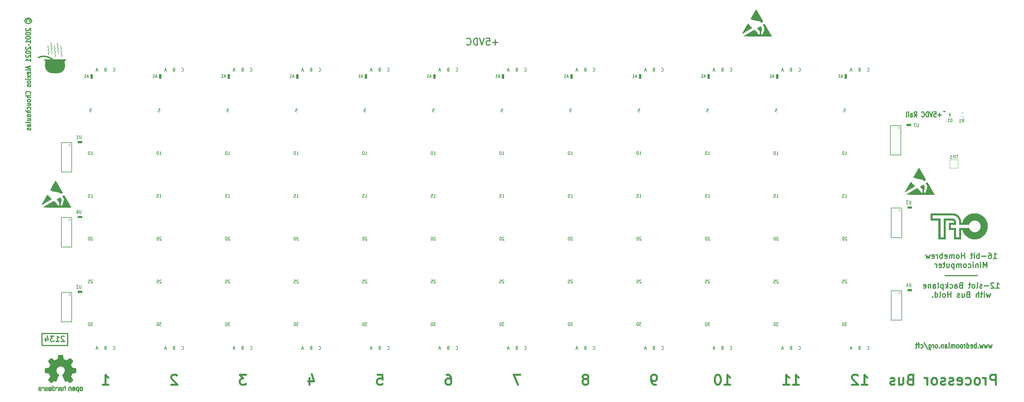
<source format=gbo>
G04 #@! TF.GenerationSoftware,KiCad,Pcbnew,5.1.5+dfsg1-2build2*
G04 #@! TF.CreationDate,2021-08-27T16:11:26+03:00*
G04 #@! TF.ProjectId,cft-backplane-processor,6366742d-6261-4636-9b70-6c616e652d70,2134*
G04 #@! TF.SameCoordinates,Original*
G04 #@! TF.FileFunction,Legend,Bot*
G04 #@! TF.FilePolarity,Positive*
%FSLAX46Y46*%
G04 Gerber Fmt 4.6, Leading zero omitted, Abs format (unit mm)*
G04 Created by KiCad (PCBNEW 5.1.5+dfsg1-2build2) date 2021-08-27 16:11:26*
%MOMM*%
%LPD*%
G04 APERTURE LIST*
%ADD10C,0.300000*%
%ADD11C,0.600000*%
%ADD12C,0.304800*%
%ADD13C,0.120000*%
%ADD14C,0.100000*%
%ADD15C,0.010000*%
%ADD16C,0.127000*%
%ADD17C,0.406400*%
%ADD18C,0.150000*%
%ADD19R,2.102000X2.102000*%
%ADD20O,4.674000X2.134000*%
%ADD21R,4.674000X2.134000*%
%ADD22C,2.952000*%
%ADD23C,1.652000*%
%ADD24C,4.602000*%
%ADD25R,2.642000X0.822000*%
%ADD26C,1.702000*%
%ADD27R,1.702000X1.702000*%
G04 APERTURE END LIST*
D10*
X205534428Y-98717857D02*
X204010619Y-98717857D01*
X204772523Y-99479761D02*
X204772523Y-97955952D01*
X202105857Y-97479761D02*
X203058238Y-97479761D01*
X203153476Y-98432142D01*
X203058238Y-98336904D01*
X202867761Y-98241666D01*
X202391571Y-98241666D01*
X202201095Y-98336904D01*
X202105857Y-98432142D01*
X202010619Y-98622619D01*
X202010619Y-99098809D01*
X202105857Y-99289285D01*
X202201095Y-99384523D01*
X202391571Y-99479761D01*
X202867761Y-99479761D01*
X203058238Y-99384523D01*
X203153476Y-99289285D01*
X201439190Y-97479761D02*
X200772523Y-99479761D01*
X200105857Y-97479761D01*
X199439190Y-99479761D02*
X199439190Y-97479761D01*
X198963000Y-97479761D01*
X198677285Y-97575000D01*
X198486809Y-97765476D01*
X198391571Y-97955952D01*
X198296333Y-98336904D01*
X198296333Y-98622619D01*
X198391571Y-99003571D01*
X198486809Y-99194047D01*
X198677285Y-99384523D01*
X198963000Y-99479761D01*
X199439190Y-99479761D01*
X196296333Y-99289285D02*
X196391571Y-99384523D01*
X196677285Y-99479761D01*
X196867761Y-99479761D01*
X197153476Y-99384523D01*
X197343952Y-99194047D01*
X197439190Y-99003571D01*
X197534428Y-98622619D01*
X197534428Y-98336904D01*
X197439190Y-97955952D01*
X197343952Y-97765476D01*
X197153476Y-97575000D01*
X196867761Y-97479761D01*
X196677285Y-97479761D01*
X196391571Y-97575000D01*
X196296333Y-97670238D01*
X351942761Y-188423571D02*
X351704666Y-189423571D01*
X351466571Y-188709285D01*
X351228476Y-189423571D01*
X350990380Y-188423571D01*
X350633238Y-188423571D02*
X350395142Y-189423571D01*
X350157047Y-188709285D01*
X349918952Y-189423571D01*
X349680857Y-188423571D01*
X349323714Y-188423571D02*
X349085619Y-189423571D01*
X348847523Y-188709285D01*
X348609428Y-189423571D01*
X348371333Y-188423571D01*
X347895142Y-189280714D02*
X347835619Y-189352142D01*
X347895142Y-189423571D01*
X347954666Y-189352142D01*
X347895142Y-189280714D01*
X347895142Y-189423571D01*
X347299904Y-189423571D02*
X347299904Y-187923571D01*
X347299904Y-188495000D02*
X347180857Y-188423571D01*
X346942761Y-188423571D01*
X346823714Y-188495000D01*
X346764190Y-188566428D01*
X346704666Y-188709285D01*
X346704666Y-189137857D01*
X346764190Y-189280714D01*
X346823714Y-189352142D01*
X346942761Y-189423571D01*
X347180857Y-189423571D01*
X347299904Y-189352142D01*
X345692761Y-189352142D02*
X345811809Y-189423571D01*
X346049904Y-189423571D01*
X346168952Y-189352142D01*
X346228476Y-189209285D01*
X346228476Y-188637857D01*
X346168952Y-188495000D01*
X346049904Y-188423571D01*
X345811809Y-188423571D01*
X345692761Y-188495000D01*
X345633238Y-188637857D01*
X345633238Y-188780714D01*
X346228476Y-188923571D01*
X344561809Y-189423571D02*
X344561809Y-187923571D01*
X344561809Y-189352142D02*
X344680857Y-189423571D01*
X344918952Y-189423571D01*
X345038000Y-189352142D01*
X345097523Y-189280714D01*
X345157047Y-189137857D01*
X345157047Y-188709285D01*
X345097523Y-188566428D01*
X345038000Y-188495000D01*
X344918952Y-188423571D01*
X344680857Y-188423571D01*
X344561809Y-188495000D01*
X343966571Y-189423571D02*
X343966571Y-188423571D01*
X343966571Y-188709285D02*
X343907047Y-188566428D01*
X343847523Y-188495000D01*
X343728476Y-188423571D01*
X343609428Y-188423571D01*
X343014190Y-189423571D02*
X343133238Y-189352142D01*
X343192761Y-189280714D01*
X343252285Y-189137857D01*
X343252285Y-188709285D01*
X343192761Y-188566428D01*
X343133238Y-188495000D01*
X343014190Y-188423571D01*
X342835619Y-188423571D01*
X342716571Y-188495000D01*
X342657047Y-188566428D01*
X342597523Y-188709285D01*
X342597523Y-189137857D01*
X342657047Y-189280714D01*
X342716571Y-189352142D01*
X342835619Y-189423571D01*
X343014190Y-189423571D01*
X341883238Y-189423571D02*
X342002285Y-189352142D01*
X342061809Y-189280714D01*
X342121333Y-189137857D01*
X342121333Y-188709285D01*
X342061809Y-188566428D01*
X342002285Y-188495000D01*
X341883238Y-188423571D01*
X341704666Y-188423571D01*
X341585619Y-188495000D01*
X341526095Y-188566428D01*
X341466571Y-188709285D01*
X341466571Y-189137857D01*
X341526095Y-189280714D01*
X341585619Y-189352142D01*
X341704666Y-189423571D01*
X341883238Y-189423571D01*
X340930857Y-189423571D02*
X340930857Y-188423571D01*
X340930857Y-188566428D02*
X340871333Y-188495000D01*
X340752285Y-188423571D01*
X340573714Y-188423571D01*
X340454666Y-188495000D01*
X340395142Y-188637857D01*
X340395142Y-189423571D01*
X340395142Y-188637857D02*
X340335619Y-188495000D01*
X340216571Y-188423571D01*
X340038000Y-188423571D01*
X339918952Y-188495000D01*
X339859428Y-188637857D01*
X339859428Y-189423571D01*
X339085619Y-189423571D02*
X339204666Y-189352142D01*
X339264190Y-189209285D01*
X339264190Y-187923571D01*
X338073714Y-189423571D02*
X338073714Y-188637857D01*
X338133238Y-188495000D01*
X338252285Y-188423571D01*
X338490380Y-188423571D01*
X338609428Y-188495000D01*
X338073714Y-189352142D02*
X338192761Y-189423571D01*
X338490380Y-189423571D01*
X338609428Y-189352142D01*
X338668952Y-189209285D01*
X338668952Y-189066428D01*
X338609428Y-188923571D01*
X338490380Y-188852142D01*
X338192761Y-188852142D01*
X338073714Y-188780714D01*
X337478476Y-188423571D02*
X337478476Y-189423571D01*
X337478476Y-188566428D02*
X337418952Y-188495000D01*
X337299904Y-188423571D01*
X337121333Y-188423571D01*
X337002285Y-188495000D01*
X336942761Y-188637857D01*
X336942761Y-189423571D01*
X336347523Y-189280714D02*
X336288000Y-189352142D01*
X336347523Y-189423571D01*
X336407047Y-189352142D01*
X336347523Y-189280714D01*
X336347523Y-189423571D01*
X335573714Y-189423571D02*
X335692761Y-189352142D01*
X335752285Y-189280714D01*
X335811809Y-189137857D01*
X335811809Y-188709285D01*
X335752285Y-188566428D01*
X335692761Y-188495000D01*
X335573714Y-188423571D01*
X335395142Y-188423571D01*
X335276095Y-188495000D01*
X335216571Y-188566428D01*
X335157047Y-188709285D01*
X335157047Y-189137857D01*
X335216571Y-189280714D01*
X335276095Y-189352142D01*
X335395142Y-189423571D01*
X335573714Y-189423571D01*
X334621333Y-189423571D02*
X334621333Y-188423571D01*
X334621333Y-188709285D02*
X334561809Y-188566428D01*
X334502285Y-188495000D01*
X334383238Y-188423571D01*
X334264190Y-188423571D01*
X333311809Y-188423571D02*
X333311809Y-189637857D01*
X333371333Y-189780714D01*
X333430857Y-189852142D01*
X333549904Y-189923571D01*
X333728476Y-189923571D01*
X333847523Y-189852142D01*
X333311809Y-189352142D02*
X333430857Y-189423571D01*
X333668952Y-189423571D01*
X333788000Y-189352142D01*
X333847523Y-189280714D01*
X333907047Y-189137857D01*
X333907047Y-188709285D01*
X333847523Y-188566428D01*
X333788000Y-188495000D01*
X333668952Y-188423571D01*
X333430857Y-188423571D01*
X333311809Y-188495000D01*
X331823714Y-187852142D02*
X332895142Y-189780714D01*
X330871333Y-189352142D02*
X330990380Y-189423571D01*
X331228476Y-189423571D01*
X331347523Y-189352142D01*
X331407047Y-189280714D01*
X331466571Y-189137857D01*
X331466571Y-188709285D01*
X331407047Y-188566428D01*
X331347523Y-188495000D01*
X331228476Y-188423571D01*
X330990380Y-188423571D01*
X330871333Y-188495000D01*
X330514190Y-188423571D02*
X330038000Y-188423571D01*
X330335619Y-189423571D02*
X330335619Y-188137857D01*
X330276095Y-187995000D01*
X330157047Y-187923571D01*
X330038000Y-187923571D01*
X329799904Y-188423571D02*
X329323714Y-188423571D01*
X329621333Y-187923571D02*
X329621333Y-189209285D01*
X329561809Y-189352142D01*
X329442761Y-189423571D01*
X329323714Y-189423571D01*
D11*
X353059428Y-200262142D02*
X353059428Y-197262142D01*
X351916571Y-197262142D01*
X351630857Y-197405000D01*
X351488000Y-197547857D01*
X351345142Y-197833571D01*
X351345142Y-198262142D01*
X351488000Y-198547857D01*
X351630857Y-198690714D01*
X351916571Y-198833571D01*
X353059428Y-198833571D01*
X350059428Y-200262142D02*
X350059428Y-198262142D01*
X350059428Y-198833571D02*
X349916571Y-198547857D01*
X349773714Y-198405000D01*
X349488000Y-198262142D01*
X349202285Y-198262142D01*
X347773714Y-200262142D02*
X348059428Y-200119285D01*
X348202285Y-199976428D01*
X348345142Y-199690714D01*
X348345142Y-198833571D01*
X348202285Y-198547857D01*
X348059428Y-198405000D01*
X347773714Y-198262142D01*
X347345142Y-198262142D01*
X347059428Y-198405000D01*
X346916571Y-198547857D01*
X346773714Y-198833571D01*
X346773714Y-199690714D01*
X346916571Y-199976428D01*
X347059428Y-200119285D01*
X347345142Y-200262142D01*
X347773714Y-200262142D01*
X344202285Y-200119285D02*
X344488000Y-200262142D01*
X345059428Y-200262142D01*
X345345142Y-200119285D01*
X345488000Y-199976428D01*
X345630857Y-199690714D01*
X345630857Y-198833571D01*
X345488000Y-198547857D01*
X345345142Y-198405000D01*
X345059428Y-198262142D01*
X344488000Y-198262142D01*
X344202285Y-198405000D01*
X341773714Y-200119285D02*
X342059428Y-200262142D01*
X342630857Y-200262142D01*
X342916571Y-200119285D01*
X343059428Y-199833571D01*
X343059428Y-198690714D01*
X342916571Y-198405000D01*
X342630857Y-198262142D01*
X342059428Y-198262142D01*
X341773714Y-198405000D01*
X341630857Y-198690714D01*
X341630857Y-198976428D01*
X343059428Y-199262142D01*
X340488000Y-200119285D02*
X340202285Y-200262142D01*
X339630857Y-200262142D01*
X339345142Y-200119285D01*
X339202285Y-199833571D01*
X339202285Y-199690714D01*
X339345142Y-199405000D01*
X339630857Y-199262142D01*
X340059428Y-199262142D01*
X340345142Y-199119285D01*
X340488000Y-198833571D01*
X340488000Y-198690714D01*
X340345142Y-198405000D01*
X340059428Y-198262142D01*
X339630857Y-198262142D01*
X339345142Y-198405000D01*
X338059428Y-200119285D02*
X337773714Y-200262142D01*
X337202285Y-200262142D01*
X336916571Y-200119285D01*
X336773714Y-199833571D01*
X336773714Y-199690714D01*
X336916571Y-199405000D01*
X337202285Y-199262142D01*
X337630857Y-199262142D01*
X337916571Y-199119285D01*
X338059428Y-198833571D01*
X338059428Y-198690714D01*
X337916571Y-198405000D01*
X337630857Y-198262142D01*
X337202285Y-198262142D01*
X336916571Y-198405000D01*
X335059428Y-200262142D02*
X335345142Y-200119285D01*
X335488000Y-199976428D01*
X335630857Y-199690714D01*
X335630857Y-198833571D01*
X335488000Y-198547857D01*
X335345142Y-198405000D01*
X335059428Y-198262142D01*
X334630857Y-198262142D01*
X334345142Y-198405000D01*
X334202285Y-198547857D01*
X334059428Y-198833571D01*
X334059428Y-199690714D01*
X334202285Y-199976428D01*
X334345142Y-200119285D01*
X334630857Y-200262142D01*
X335059428Y-200262142D01*
X332773714Y-200262142D02*
X332773714Y-198262142D01*
X332773714Y-198833571D02*
X332630857Y-198547857D01*
X332488000Y-198405000D01*
X332202285Y-198262142D01*
X331916571Y-198262142D01*
X327630857Y-198690714D02*
X327202285Y-198833571D01*
X327059428Y-198976428D01*
X326916571Y-199262142D01*
X326916571Y-199690714D01*
X327059428Y-199976428D01*
X327202285Y-200119285D01*
X327488000Y-200262142D01*
X328630857Y-200262142D01*
X328630857Y-197262142D01*
X327630857Y-197262142D01*
X327345142Y-197405000D01*
X327202285Y-197547857D01*
X327059428Y-197833571D01*
X327059428Y-198119285D01*
X327202285Y-198405000D01*
X327345142Y-198547857D01*
X327630857Y-198690714D01*
X328630857Y-198690714D01*
X324345142Y-198262142D02*
X324345142Y-200262142D01*
X325630857Y-198262142D02*
X325630857Y-199833571D01*
X325488000Y-200119285D01*
X325202285Y-200262142D01*
X324773714Y-200262142D01*
X324488000Y-200119285D01*
X324345142Y-199976428D01*
X323059428Y-200119285D02*
X322773714Y-200262142D01*
X322202285Y-200262142D01*
X321916571Y-200119285D01*
X321773714Y-199833571D01*
X321773714Y-199690714D01*
X321916571Y-199405000D01*
X322202285Y-199262142D01*
X322630857Y-199262142D01*
X322916571Y-199119285D01*
X323059428Y-198833571D01*
X323059428Y-198690714D01*
X322916571Y-198405000D01*
X322630857Y-198262142D01*
X322202285Y-198262142D01*
X321916571Y-198405000D01*
X231728714Y-198547857D02*
X232014428Y-198405000D01*
X232157285Y-198262142D01*
X232300142Y-197976428D01*
X232300142Y-197833571D01*
X232157285Y-197547857D01*
X232014428Y-197405000D01*
X231728714Y-197262142D01*
X231157285Y-197262142D01*
X230871571Y-197405000D01*
X230728714Y-197547857D01*
X230585857Y-197833571D01*
X230585857Y-197976428D01*
X230728714Y-198262142D01*
X230871571Y-198405000D01*
X231157285Y-198547857D01*
X231728714Y-198547857D01*
X232014428Y-198690714D01*
X232157285Y-198833571D01*
X232300142Y-199119285D01*
X232300142Y-199690714D01*
X232157285Y-199976428D01*
X232014428Y-200119285D01*
X231728714Y-200262142D01*
X231157285Y-200262142D01*
X230871571Y-200119285D01*
X230728714Y-199976428D01*
X230585857Y-199690714D01*
X230585857Y-199119285D01*
X230728714Y-198833571D01*
X230871571Y-198690714D01*
X231157285Y-198547857D01*
X88345857Y-200262142D02*
X90060142Y-200262142D01*
X89203000Y-200262142D02*
X89203000Y-197262142D01*
X89488714Y-197690714D01*
X89774428Y-197976428D01*
X90060142Y-198119285D01*
X130843000Y-197262142D02*
X128985857Y-197262142D01*
X129985857Y-198405000D01*
X129557285Y-198405000D01*
X129271571Y-198547857D01*
X129128714Y-198690714D01*
X128985857Y-198976428D01*
X128985857Y-199690714D01*
X129128714Y-199976428D01*
X129271571Y-200119285D01*
X129557285Y-200262142D01*
X130414428Y-200262142D01*
X130700142Y-200119285D01*
X130843000Y-199976428D01*
X272654428Y-200262142D02*
X274368714Y-200262142D01*
X273511571Y-200262142D02*
X273511571Y-197262142D01*
X273797285Y-197690714D01*
X274083000Y-197976428D01*
X274368714Y-198119285D01*
X270797285Y-197262142D02*
X270511571Y-197262142D01*
X270225857Y-197405000D01*
X270083000Y-197547857D01*
X269940142Y-197833571D01*
X269797285Y-198405000D01*
X269797285Y-199119285D01*
X269940142Y-199690714D01*
X270083000Y-199976428D01*
X270225857Y-200119285D01*
X270511571Y-200262142D01*
X270797285Y-200262142D01*
X271083000Y-200119285D01*
X271225857Y-199976428D01*
X271368714Y-199690714D01*
X271511571Y-199119285D01*
X271511571Y-198405000D01*
X271368714Y-197833571D01*
X271225857Y-197547857D01*
X271083000Y-197405000D01*
X270797285Y-197262142D01*
X149591571Y-198262142D02*
X149591571Y-200262142D01*
X150305857Y-197119285D02*
X151020142Y-199262142D01*
X149163000Y-199262142D01*
X190231571Y-197262142D02*
X190803000Y-197262142D01*
X191088714Y-197405000D01*
X191231571Y-197547857D01*
X191517285Y-197976428D01*
X191660142Y-198547857D01*
X191660142Y-199690714D01*
X191517285Y-199976428D01*
X191374428Y-200119285D01*
X191088714Y-200262142D01*
X190517285Y-200262142D01*
X190231571Y-200119285D01*
X190088714Y-199976428D01*
X189945857Y-199690714D01*
X189945857Y-198976428D01*
X190088714Y-198690714D01*
X190231571Y-198547857D01*
X190517285Y-198405000D01*
X191088714Y-198405000D01*
X191374428Y-198547857D01*
X191517285Y-198690714D01*
X191660142Y-198976428D01*
X292974428Y-200262142D02*
X294688714Y-200262142D01*
X293831571Y-200262142D02*
X293831571Y-197262142D01*
X294117285Y-197690714D01*
X294403000Y-197976428D01*
X294688714Y-198119285D01*
X290117285Y-200262142D02*
X291831571Y-200262142D01*
X290974428Y-200262142D02*
X290974428Y-197262142D01*
X291260142Y-197690714D01*
X291545857Y-197976428D01*
X291831571Y-198119285D01*
X313294428Y-200262142D02*
X315008714Y-200262142D01*
X314151571Y-200262142D02*
X314151571Y-197262142D01*
X314437285Y-197690714D01*
X314723000Y-197976428D01*
X315008714Y-198119285D01*
X312151571Y-197547857D02*
X312008714Y-197405000D01*
X311723000Y-197262142D01*
X311008714Y-197262142D01*
X310723000Y-197405000D01*
X310580142Y-197547857D01*
X310437285Y-197833571D01*
X310437285Y-198119285D01*
X310580142Y-198547857D01*
X312294428Y-200262142D01*
X310437285Y-200262142D01*
X110380142Y-197547857D02*
X110237285Y-197405000D01*
X109951571Y-197262142D01*
X109237285Y-197262142D01*
X108951571Y-197405000D01*
X108808714Y-197547857D01*
X108665857Y-197833571D01*
X108665857Y-198119285D01*
X108808714Y-198547857D01*
X110523000Y-200262142D01*
X108665857Y-200262142D01*
X212123000Y-197262142D02*
X210123000Y-197262142D01*
X211408714Y-200262142D01*
X252334428Y-200262142D02*
X251763000Y-200262142D01*
X251477285Y-200119285D01*
X251334428Y-199976428D01*
X251048714Y-199547857D01*
X250905857Y-198976428D01*
X250905857Y-197833571D01*
X251048714Y-197547857D01*
X251191571Y-197405000D01*
X251477285Y-197262142D01*
X252048714Y-197262142D01*
X252334428Y-197405000D01*
X252477285Y-197547857D01*
X252620142Y-197833571D01*
X252620142Y-198547857D01*
X252477285Y-198833571D01*
X252334428Y-198976428D01*
X252048714Y-199119285D01*
X251477285Y-199119285D01*
X251191571Y-198976428D01*
X251048714Y-198833571D01*
X250905857Y-198547857D01*
X169768714Y-197262142D02*
X171197285Y-197262142D01*
X171340142Y-198690714D01*
X171197285Y-198547857D01*
X170911571Y-198405000D01*
X170197285Y-198405000D01*
X169911571Y-198547857D01*
X169768714Y-198690714D01*
X169625857Y-198976428D01*
X169625857Y-199690714D01*
X169768714Y-199976428D01*
X169911571Y-200119285D01*
X170197285Y-200262142D01*
X170911571Y-200262142D01*
X171197285Y-200119285D01*
X171340142Y-199976428D01*
D10*
X353153714Y-171608809D02*
X354068000Y-171608809D01*
X353610857Y-171608809D02*
X353610857Y-170008809D01*
X353763238Y-170237380D01*
X353915619Y-170389761D01*
X354068000Y-170465952D01*
X352544190Y-170161190D02*
X352468000Y-170085000D01*
X352315619Y-170008809D01*
X351934666Y-170008809D01*
X351782285Y-170085000D01*
X351706095Y-170161190D01*
X351629904Y-170313571D01*
X351629904Y-170465952D01*
X351706095Y-170694523D01*
X352620380Y-171608809D01*
X351629904Y-171608809D01*
X350944190Y-170999285D02*
X349725142Y-170999285D01*
X349039428Y-171532619D02*
X348887047Y-171608809D01*
X348582285Y-171608809D01*
X348429904Y-171532619D01*
X348353714Y-171380238D01*
X348353714Y-171304047D01*
X348429904Y-171151666D01*
X348582285Y-171075476D01*
X348810857Y-171075476D01*
X348963238Y-170999285D01*
X349039428Y-170846904D01*
X349039428Y-170770714D01*
X348963238Y-170618333D01*
X348810857Y-170542142D01*
X348582285Y-170542142D01*
X348429904Y-170618333D01*
X347439428Y-171608809D02*
X347591809Y-171532619D01*
X347668000Y-171380238D01*
X347668000Y-170008809D01*
X346601333Y-171608809D02*
X346753714Y-171532619D01*
X346829904Y-171456428D01*
X346906095Y-171304047D01*
X346906095Y-170846904D01*
X346829904Y-170694523D01*
X346753714Y-170618333D01*
X346601333Y-170542142D01*
X346372761Y-170542142D01*
X346220380Y-170618333D01*
X346144190Y-170694523D01*
X346068000Y-170846904D01*
X346068000Y-171304047D01*
X346144190Y-171456428D01*
X346220380Y-171532619D01*
X346372761Y-171608809D01*
X346601333Y-171608809D01*
X345610857Y-170542142D02*
X345001333Y-170542142D01*
X345382285Y-170008809D02*
X345382285Y-171380238D01*
X345306095Y-171532619D01*
X345153714Y-171608809D01*
X345001333Y-171608809D01*
X342715619Y-170770714D02*
X342487047Y-170846904D01*
X342410857Y-170923095D01*
X342334666Y-171075476D01*
X342334666Y-171304047D01*
X342410857Y-171456428D01*
X342487047Y-171532619D01*
X342639428Y-171608809D01*
X343248952Y-171608809D01*
X343248952Y-170008809D01*
X342715619Y-170008809D01*
X342563238Y-170085000D01*
X342487047Y-170161190D01*
X342410857Y-170313571D01*
X342410857Y-170465952D01*
X342487047Y-170618333D01*
X342563238Y-170694523D01*
X342715619Y-170770714D01*
X343248952Y-170770714D01*
X340963238Y-171608809D02*
X340963238Y-170770714D01*
X341039428Y-170618333D01*
X341191809Y-170542142D01*
X341496571Y-170542142D01*
X341648952Y-170618333D01*
X340963238Y-171532619D02*
X341115619Y-171608809D01*
X341496571Y-171608809D01*
X341648952Y-171532619D01*
X341725142Y-171380238D01*
X341725142Y-171227857D01*
X341648952Y-171075476D01*
X341496571Y-170999285D01*
X341115619Y-170999285D01*
X340963238Y-170923095D01*
X339515619Y-171532619D02*
X339668000Y-171608809D01*
X339972761Y-171608809D01*
X340125142Y-171532619D01*
X340201333Y-171456428D01*
X340277523Y-171304047D01*
X340277523Y-170846904D01*
X340201333Y-170694523D01*
X340125142Y-170618333D01*
X339972761Y-170542142D01*
X339668000Y-170542142D01*
X339515619Y-170618333D01*
X338829904Y-171608809D02*
X338829904Y-170008809D01*
X338677523Y-170999285D02*
X338220380Y-171608809D01*
X338220380Y-170542142D02*
X338829904Y-171151666D01*
X337534666Y-170542142D02*
X337534666Y-172142142D01*
X337534666Y-170618333D02*
X337382285Y-170542142D01*
X337077523Y-170542142D01*
X336925142Y-170618333D01*
X336848952Y-170694523D01*
X336772761Y-170846904D01*
X336772761Y-171304047D01*
X336848952Y-171456428D01*
X336925142Y-171532619D01*
X337077523Y-171608809D01*
X337382285Y-171608809D01*
X337534666Y-171532619D01*
X335858476Y-171608809D02*
X336010857Y-171532619D01*
X336087047Y-171380238D01*
X336087047Y-170008809D01*
X334563238Y-171608809D02*
X334563238Y-170770714D01*
X334639428Y-170618333D01*
X334791809Y-170542142D01*
X335096571Y-170542142D01*
X335248952Y-170618333D01*
X334563238Y-171532619D02*
X334715619Y-171608809D01*
X335096571Y-171608809D01*
X335248952Y-171532619D01*
X335325142Y-171380238D01*
X335325142Y-171227857D01*
X335248952Y-171075476D01*
X335096571Y-170999285D01*
X334715619Y-170999285D01*
X334563238Y-170923095D01*
X333801333Y-170542142D02*
X333801333Y-171608809D01*
X333801333Y-170694523D02*
X333725142Y-170618333D01*
X333572761Y-170542142D01*
X333344190Y-170542142D01*
X333191809Y-170618333D01*
X333115619Y-170770714D01*
X333115619Y-171608809D01*
X331744190Y-171532619D02*
X331896571Y-171608809D01*
X332201333Y-171608809D01*
X332353714Y-171532619D01*
X332429904Y-171380238D01*
X332429904Y-170770714D01*
X332353714Y-170618333D01*
X332201333Y-170542142D01*
X331896571Y-170542142D01*
X331744190Y-170618333D01*
X331668000Y-170770714D01*
X331668000Y-170923095D01*
X332429904Y-171075476D01*
X351515619Y-173242142D02*
X351210857Y-174308809D01*
X350906095Y-173546904D01*
X350601333Y-174308809D01*
X350296571Y-173242142D01*
X349687047Y-174308809D02*
X349687047Y-173242142D01*
X349687047Y-172708809D02*
X349763238Y-172785000D01*
X349687047Y-172861190D01*
X349610857Y-172785000D01*
X349687047Y-172708809D01*
X349687047Y-172861190D01*
X349153714Y-173242142D02*
X348544190Y-173242142D01*
X348925142Y-172708809D02*
X348925142Y-174080238D01*
X348848952Y-174232619D01*
X348696571Y-174308809D01*
X348544190Y-174308809D01*
X348010857Y-174308809D02*
X348010857Y-172708809D01*
X347325142Y-174308809D02*
X347325142Y-173470714D01*
X347401333Y-173318333D01*
X347553714Y-173242142D01*
X347782285Y-173242142D01*
X347934666Y-173318333D01*
X348010857Y-173394523D01*
X344810857Y-173470714D02*
X344582285Y-173546904D01*
X344506095Y-173623095D01*
X344429904Y-173775476D01*
X344429904Y-174004047D01*
X344506095Y-174156428D01*
X344582285Y-174232619D01*
X344734666Y-174308809D01*
X345344190Y-174308809D01*
X345344190Y-172708809D01*
X344810857Y-172708809D01*
X344658476Y-172785000D01*
X344582285Y-172861190D01*
X344506095Y-173013571D01*
X344506095Y-173165952D01*
X344582285Y-173318333D01*
X344658476Y-173394523D01*
X344810857Y-173470714D01*
X345344190Y-173470714D01*
X343058476Y-173242142D02*
X343058476Y-174308809D01*
X343744190Y-173242142D02*
X343744190Y-174080238D01*
X343668000Y-174232619D01*
X343515619Y-174308809D01*
X343287047Y-174308809D01*
X343134666Y-174232619D01*
X343058476Y-174156428D01*
X342372761Y-174232619D02*
X342220380Y-174308809D01*
X341915619Y-174308809D01*
X341763238Y-174232619D01*
X341687047Y-174080238D01*
X341687047Y-174004047D01*
X341763238Y-173851666D01*
X341915619Y-173775476D01*
X342144190Y-173775476D01*
X342296571Y-173699285D01*
X342372761Y-173546904D01*
X342372761Y-173470714D01*
X342296571Y-173318333D01*
X342144190Y-173242142D01*
X341915619Y-173242142D01*
X341763238Y-173318333D01*
X339782285Y-174308809D02*
X339782285Y-172708809D01*
X339782285Y-173470714D02*
X338868000Y-173470714D01*
X338868000Y-174308809D02*
X338868000Y-172708809D01*
X337877523Y-174308809D02*
X338029904Y-174232619D01*
X338106095Y-174156428D01*
X338182285Y-174004047D01*
X338182285Y-173546904D01*
X338106095Y-173394523D01*
X338029904Y-173318333D01*
X337877523Y-173242142D01*
X337648952Y-173242142D01*
X337496571Y-173318333D01*
X337420380Y-173394523D01*
X337344190Y-173546904D01*
X337344190Y-174004047D01*
X337420380Y-174156428D01*
X337496571Y-174232619D01*
X337648952Y-174308809D01*
X337877523Y-174308809D01*
X336429904Y-174308809D02*
X336582285Y-174232619D01*
X336658476Y-174080238D01*
X336658476Y-172708809D01*
X335134666Y-174308809D02*
X335134666Y-172708809D01*
X335134666Y-174232619D02*
X335287047Y-174308809D01*
X335591809Y-174308809D01*
X335744190Y-174232619D01*
X335820380Y-174156428D01*
X335896571Y-174004047D01*
X335896571Y-173546904D01*
X335820380Y-173394523D01*
X335744190Y-173318333D01*
X335591809Y-173242142D01*
X335287047Y-173242142D01*
X335134666Y-173318333D01*
X334372761Y-174156428D02*
X334296571Y-174232619D01*
X334372761Y-174308809D01*
X334448952Y-174232619D01*
X334372761Y-174156428D01*
X334372761Y-174308809D01*
X347630500Y-167875000D02*
X338105500Y-167875000D01*
X352391809Y-162803809D02*
X353306095Y-162803809D01*
X352848952Y-162803809D02*
X352848952Y-161203809D01*
X353001333Y-161432380D01*
X353153714Y-161584761D01*
X353306095Y-161660952D01*
X351020380Y-161203809D02*
X351325142Y-161203809D01*
X351477523Y-161280000D01*
X351553714Y-161356190D01*
X351706095Y-161584761D01*
X351782285Y-161889523D01*
X351782285Y-162499047D01*
X351706095Y-162651428D01*
X351629904Y-162727619D01*
X351477523Y-162803809D01*
X351172761Y-162803809D01*
X351020380Y-162727619D01*
X350944190Y-162651428D01*
X350868000Y-162499047D01*
X350868000Y-162118095D01*
X350944190Y-161965714D01*
X351020380Y-161889523D01*
X351172761Y-161813333D01*
X351477523Y-161813333D01*
X351629904Y-161889523D01*
X351706095Y-161965714D01*
X351782285Y-162118095D01*
X350182285Y-162194285D02*
X348963238Y-162194285D01*
X348201333Y-162803809D02*
X348201333Y-161203809D01*
X348201333Y-161813333D02*
X348048952Y-161737142D01*
X347744190Y-161737142D01*
X347591809Y-161813333D01*
X347515619Y-161889523D01*
X347439428Y-162041904D01*
X347439428Y-162499047D01*
X347515619Y-162651428D01*
X347591809Y-162727619D01*
X347744190Y-162803809D01*
X348048952Y-162803809D01*
X348201333Y-162727619D01*
X346753714Y-162803809D02*
X346753714Y-161737142D01*
X346753714Y-161203809D02*
X346829904Y-161280000D01*
X346753714Y-161356190D01*
X346677523Y-161280000D01*
X346753714Y-161203809D01*
X346753714Y-161356190D01*
X346220380Y-161737142D02*
X345610857Y-161737142D01*
X345991809Y-161203809D02*
X345991809Y-162575238D01*
X345915619Y-162727619D01*
X345763238Y-162803809D01*
X345610857Y-162803809D01*
X343858476Y-162803809D02*
X343858476Y-161203809D01*
X343858476Y-161965714D02*
X342944190Y-161965714D01*
X342944190Y-162803809D02*
X342944190Y-161203809D01*
X341953714Y-162803809D02*
X342106095Y-162727619D01*
X342182285Y-162651428D01*
X342258476Y-162499047D01*
X342258476Y-162041904D01*
X342182285Y-161889523D01*
X342106095Y-161813333D01*
X341953714Y-161737142D01*
X341725142Y-161737142D01*
X341572761Y-161813333D01*
X341496571Y-161889523D01*
X341420380Y-162041904D01*
X341420380Y-162499047D01*
X341496571Y-162651428D01*
X341572761Y-162727619D01*
X341725142Y-162803809D01*
X341953714Y-162803809D01*
X340734666Y-162803809D02*
X340734666Y-161737142D01*
X340734666Y-161889523D02*
X340658476Y-161813333D01*
X340506095Y-161737142D01*
X340277523Y-161737142D01*
X340125142Y-161813333D01*
X340048952Y-161965714D01*
X340048952Y-162803809D01*
X340048952Y-161965714D02*
X339972761Y-161813333D01*
X339820380Y-161737142D01*
X339591809Y-161737142D01*
X339439428Y-161813333D01*
X339363238Y-161965714D01*
X339363238Y-162803809D01*
X337991809Y-162727619D02*
X338144190Y-162803809D01*
X338448952Y-162803809D01*
X338601333Y-162727619D01*
X338677523Y-162575238D01*
X338677523Y-161965714D01*
X338601333Y-161813333D01*
X338448952Y-161737142D01*
X338144190Y-161737142D01*
X337991809Y-161813333D01*
X337915619Y-161965714D01*
X337915619Y-162118095D01*
X338677523Y-162270476D01*
X337229904Y-162803809D02*
X337229904Y-161203809D01*
X337229904Y-161813333D02*
X337077523Y-161737142D01*
X336772761Y-161737142D01*
X336620380Y-161813333D01*
X336544190Y-161889523D01*
X336468000Y-162041904D01*
X336468000Y-162499047D01*
X336544190Y-162651428D01*
X336620380Y-162727619D01*
X336772761Y-162803809D01*
X337077523Y-162803809D01*
X337229904Y-162727619D01*
X335782285Y-162803809D02*
X335782285Y-161737142D01*
X335782285Y-162041904D02*
X335706095Y-161889523D01*
X335629904Y-161813333D01*
X335477523Y-161737142D01*
X335325142Y-161737142D01*
X334182285Y-162727619D02*
X334334666Y-162803809D01*
X334639428Y-162803809D01*
X334791809Y-162727619D01*
X334868000Y-162575238D01*
X334868000Y-161965714D01*
X334791809Y-161813333D01*
X334639428Y-161737142D01*
X334334666Y-161737142D01*
X334182285Y-161813333D01*
X334106095Y-161965714D01*
X334106095Y-162118095D01*
X334868000Y-162270476D01*
X333572761Y-161737142D02*
X333268000Y-162803809D01*
X332963238Y-162041904D01*
X332658476Y-162803809D01*
X332353714Y-161737142D01*
X350448952Y-165503809D02*
X350448952Y-163903809D01*
X349915619Y-165046666D01*
X349382285Y-163903809D01*
X349382285Y-165503809D01*
X348620380Y-165503809D02*
X348620380Y-164437142D01*
X348620380Y-163903809D02*
X348696571Y-163980000D01*
X348620380Y-164056190D01*
X348544190Y-163980000D01*
X348620380Y-163903809D01*
X348620380Y-164056190D01*
X347858476Y-164437142D02*
X347858476Y-165503809D01*
X347858476Y-164589523D02*
X347782285Y-164513333D01*
X347629904Y-164437142D01*
X347401333Y-164437142D01*
X347248952Y-164513333D01*
X347172761Y-164665714D01*
X347172761Y-165503809D01*
X346410857Y-165503809D02*
X346410857Y-164437142D01*
X346410857Y-163903809D02*
X346487047Y-163980000D01*
X346410857Y-164056190D01*
X346334666Y-163980000D01*
X346410857Y-163903809D01*
X346410857Y-164056190D01*
X344963238Y-165427619D02*
X345115619Y-165503809D01*
X345420380Y-165503809D01*
X345572761Y-165427619D01*
X345648952Y-165351428D01*
X345725142Y-165199047D01*
X345725142Y-164741904D01*
X345648952Y-164589523D01*
X345572761Y-164513333D01*
X345420380Y-164437142D01*
X345115619Y-164437142D01*
X344963238Y-164513333D01*
X344048952Y-165503809D02*
X344201333Y-165427619D01*
X344277523Y-165351428D01*
X344353714Y-165199047D01*
X344353714Y-164741904D01*
X344277523Y-164589523D01*
X344201333Y-164513333D01*
X344048952Y-164437142D01*
X343820380Y-164437142D01*
X343668000Y-164513333D01*
X343591809Y-164589523D01*
X343515619Y-164741904D01*
X343515619Y-165199047D01*
X343591809Y-165351428D01*
X343668000Y-165427619D01*
X343820380Y-165503809D01*
X344048952Y-165503809D01*
X342829904Y-165503809D02*
X342829904Y-164437142D01*
X342829904Y-164589523D02*
X342753714Y-164513333D01*
X342601333Y-164437142D01*
X342372761Y-164437142D01*
X342220380Y-164513333D01*
X342144190Y-164665714D01*
X342144190Y-165503809D01*
X342144190Y-164665714D02*
X342068000Y-164513333D01*
X341915619Y-164437142D01*
X341687047Y-164437142D01*
X341534666Y-164513333D01*
X341458476Y-164665714D01*
X341458476Y-165503809D01*
X340696571Y-164437142D02*
X340696571Y-166037142D01*
X340696571Y-164513333D02*
X340544190Y-164437142D01*
X340239428Y-164437142D01*
X340087047Y-164513333D01*
X340010857Y-164589523D01*
X339934666Y-164741904D01*
X339934666Y-165199047D01*
X340010857Y-165351428D01*
X340087047Y-165427619D01*
X340239428Y-165503809D01*
X340544190Y-165503809D01*
X340696571Y-165427619D01*
X338563238Y-164437142D02*
X338563238Y-165503809D01*
X339248952Y-164437142D02*
X339248952Y-165275238D01*
X339172761Y-165427619D01*
X339020380Y-165503809D01*
X338791809Y-165503809D01*
X338639428Y-165427619D01*
X338563238Y-165351428D01*
X338029904Y-164437142D02*
X337420380Y-164437142D01*
X337801333Y-163903809D02*
X337801333Y-165275238D01*
X337725142Y-165427619D01*
X337572761Y-165503809D01*
X337420380Y-165503809D01*
X336277523Y-165427619D02*
X336429904Y-165503809D01*
X336734666Y-165503809D01*
X336887047Y-165427619D01*
X336963238Y-165275238D01*
X336963238Y-164665714D01*
X336887047Y-164513333D01*
X336734666Y-164437142D01*
X336429904Y-164437142D01*
X336277523Y-164513333D01*
X336201333Y-164665714D01*
X336201333Y-164818095D01*
X336963238Y-164970476D01*
X335515619Y-165503809D02*
X335515619Y-164437142D01*
X335515619Y-164741904D02*
X335439428Y-164589523D01*
X335363238Y-164513333D01*
X335210857Y-164437142D01*
X335058476Y-164437142D01*
X65878714Y-92564285D02*
X65807285Y-92445238D01*
X65807285Y-92207142D01*
X65878714Y-92088095D01*
X66021571Y-91969047D01*
X66164428Y-91909523D01*
X66450142Y-91909523D01*
X66593000Y-91969047D01*
X66735857Y-92088095D01*
X66807285Y-92207142D01*
X66807285Y-92445238D01*
X66735857Y-92564285D01*
X65307285Y-92326190D02*
X65378714Y-92028571D01*
X65593000Y-91730952D01*
X65950142Y-91552380D01*
X66307285Y-91492857D01*
X66664428Y-91552380D01*
X67021571Y-91730952D01*
X67235857Y-92028571D01*
X67307285Y-92326190D01*
X67235857Y-92623809D01*
X67021571Y-92921428D01*
X66664428Y-93100000D01*
X66307285Y-93159523D01*
X65950142Y-93100000D01*
X65593000Y-92921428D01*
X65378714Y-92623809D01*
X65307285Y-92326190D01*
X65664428Y-94588095D02*
X65593000Y-94647619D01*
X65521571Y-94766666D01*
X65521571Y-95064285D01*
X65593000Y-95183333D01*
X65664428Y-95242857D01*
X65807285Y-95302380D01*
X65950142Y-95302380D01*
X66164428Y-95242857D01*
X67021571Y-94528571D01*
X67021571Y-95302380D01*
X65521571Y-96076190D02*
X65521571Y-96195238D01*
X65593000Y-96314285D01*
X65664428Y-96373809D01*
X65807285Y-96433333D01*
X66093000Y-96492857D01*
X66450142Y-96492857D01*
X66735857Y-96433333D01*
X66878714Y-96373809D01*
X66950142Y-96314285D01*
X67021571Y-96195238D01*
X67021571Y-96076190D01*
X66950142Y-95957142D01*
X66878714Y-95897619D01*
X66735857Y-95838095D01*
X66450142Y-95778571D01*
X66093000Y-95778571D01*
X65807285Y-95838095D01*
X65664428Y-95897619D01*
X65593000Y-95957142D01*
X65521571Y-96076190D01*
X65521571Y-97266666D02*
X65521571Y-97385714D01*
X65593000Y-97504761D01*
X65664428Y-97564285D01*
X65807285Y-97623809D01*
X66093000Y-97683333D01*
X66450142Y-97683333D01*
X66735857Y-97623809D01*
X66878714Y-97564285D01*
X66950142Y-97504761D01*
X67021571Y-97385714D01*
X67021571Y-97266666D01*
X66950142Y-97147619D01*
X66878714Y-97088095D01*
X66735857Y-97028571D01*
X66450142Y-96969047D01*
X66093000Y-96969047D01*
X65807285Y-97028571D01*
X65664428Y-97088095D01*
X65593000Y-97147619D01*
X65521571Y-97266666D01*
X67021571Y-98873809D02*
X67021571Y-98159523D01*
X67021571Y-98516666D02*
X65521571Y-98516666D01*
X65735857Y-98397619D01*
X65878714Y-98278571D01*
X65950142Y-98159523D01*
X66521571Y-99707142D02*
X66521571Y-99230952D01*
X65664428Y-100064285D02*
X65593000Y-100123809D01*
X65521571Y-100242857D01*
X65521571Y-100540476D01*
X65593000Y-100659523D01*
X65664428Y-100719047D01*
X65807285Y-100778571D01*
X65950142Y-100778571D01*
X66164428Y-100719047D01*
X67021571Y-100004761D01*
X67021571Y-100778571D01*
X65521571Y-101552380D02*
X65521571Y-101671428D01*
X65593000Y-101790476D01*
X65664428Y-101850000D01*
X65807285Y-101909523D01*
X66093000Y-101969047D01*
X66450142Y-101969047D01*
X66735857Y-101909523D01*
X66878714Y-101850000D01*
X66950142Y-101790476D01*
X67021571Y-101671428D01*
X67021571Y-101552380D01*
X66950142Y-101433333D01*
X66878714Y-101373809D01*
X66735857Y-101314285D01*
X66450142Y-101254761D01*
X66093000Y-101254761D01*
X65807285Y-101314285D01*
X65664428Y-101373809D01*
X65593000Y-101433333D01*
X65521571Y-101552380D01*
X65664428Y-102445238D02*
X65593000Y-102504761D01*
X65521571Y-102623809D01*
X65521571Y-102921428D01*
X65593000Y-103040476D01*
X65664428Y-103100000D01*
X65807285Y-103159523D01*
X65950142Y-103159523D01*
X66164428Y-103100000D01*
X67021571Y-102385714D01*
X67021571Y-103159523D01*
X67021571Y-104350000D02*
X67021571Y-103635714D01*
X67021571Y-103992857D02*
X65521571Y-103992857D01*
X65735857Y-103873809D01*
X65878714Y-103754761D01*
X65950142Y-103635714D01*
X66593000Y-105778571D02*
X66593000Y-106373809D01*
X67021571Y-105659523D02*
X65521571Y-106076190D01*
X67021571Y-106492857D01*
X67021571Y-107088095D02*
X66950142Y-106969047D01*
X66807285Y-106909523D01*
X65521571Y-106909523D01*
X66950142Y-108040476D02*
X67021571Y-107921428D01*
X67021571Y-107683333D01*
X66950142Y-107564285D01*
X66807285Y-107504761D01*
X66235857Y-107504761D01*
X66093000Y-107564285D01*
X66021571Y-107683333D01*
X66021571Y-107921428D01*
X66093000Y-108040476D01*
X66235857Y-108099999D01*
X66378714Y-108099999D01*
X66521571Y-107504761D01*
X67021571Y-108516666D02*
X66021571Y-109171428D01*
X66021571Y-108516666D02*
X67021571Y-109171428D01*
X67021571Y-109647619D02*
X66021571Y-109647619D01*
X65521571Y-109647619D02*
X65593000Y-109588095D01*
X65664428Y-109647619D01*
X65593000Y-109707142D01*
X65521571Y-109647619D01*
X65664428Y-109647619D01*
X67021571Y-110421428D02*
X66950142Y-110302380D01*
X66878714Y-110242857D01*
X66735857Y-110183333D01*
X66307285Y-110183333D01*
X66164428Y-110242857D01*
X66093000Y-110302380D01*
X66021571Y-110421428D01*
X66021571Y-110599999D01*
X66093000Y-110719047D01*
X66164428Y-110778571D01*
X66307285Y-110838095D01*
X66735857Y-110838095D01*
X66878714Y-110778571D01*
X66950142Y-110719047D01*
X67021571Y-110599999D01*
X67021571Y-110421428D01*
X66950142Y-111314285D02*
X67021571Y-111433333D01*
X67021571Y-111671428D01*
X66950142Y-111790476D01*
X66807285Y-111849999D01*
X66735857Y-111849999D01*
X66593000Y-111790476D01*
X66521571Y-111671428D01*
X66521571Y-111492857D01*
X66450142Y-111373809D01*
X66307285Y-111314285D01*
X66235857Y-111314285D01*
X66093000Y-111373809D01*
X66021571Y-111492857D01*
X66021571Y-111671428D01*
X66093000Y-111790476D01*
X66878714Y-114052380D02*
X66950142Y-113992857D01*
X67021571Y-113814285D01*
X67021571Y-113695238D01*
X66950142Y-113516666D01*
X66807285Y-113397619D01*
X66664428Y-113338095D01*
X66378714Y-113278571D01*
X66164428Y-113278571D01*
X65878714Y-113338095D01*
X65735857Y-113397619D01*
X65593000Y-113516666D01*
X65521571Y-113695238D01*
X65521571Y-113814285D01*
X65593000Y-113992857D01*
X65664428Y-114052380D01*
X67021571Y-114588095D02*
X65521571Y-114588095D01*
X67021571Y-115123809D02*
X66235857Y-115123809D01*
X66093000Y-115064285D01*
X66021571Y-114945238D01*
X66021571Y-114766666D01*
X66093000Y-114647619D01*
X66164428Y-114588095D01*
X67021571Y-115897619D02*
X66950142Y-115778571D01*
X66878714Y-115719047D01*
X66735857Y-115659523D01*
X66307285Y-115659523D01*
X66164428Y-115719047D01*
X66093000Y-115778571D01*
X66021571Y-115897619D01*
X66021571Y-116076190D01*
X66093000Y-116195238D01*
X66164428Y-116254761D01*
X66307285Y-116314285D01*
X66735857Y-116314285D01*
X66878714Y-116254761D01*
X66950142Y-116195238D01*
X67021571Y-116076190D01*
X67021571Y-115897619D01*
X66021571Y-117385714D02*
X67021571Y-117385714D01*
X66021571Y-116849999D02*
X66807285Y-116849999D01*
X66950142Y-116909523D01*
X67021571Y-117028571D01*
X67021571Y-117207142D01*
X66950142Y-117326190D01*
X66878714Y-117385714D01*
X66950142Y-118516666D02*
X67021571Y-118397619D01*
X67021571Y-118159523D01*
X66950142Y-118040476D01*
X66878714Y-117980952D01*
X66735857Y-117921428D01*
X66307285Y-117921428D01*
X66164428Y-117980952D01*
X66093000Y-118040476D01*
X66021571Y-118159523D01*
X66021571Y-118397619D01*
X66093000Y-118516666D01*
X67021571Y-119052380D02*
X65521571Y-119052380D01*
X67021571Y-119588095D02*
X66235857Y-119588095D01*
X66093000Y-119528571D01*
X66021571Y-119409523D01*
X66021571Y-119230952D01*
X66093000Y-119111904D01*
X66164428Y-119052380D01*
X67021571Y-120361904D02*
X66950142Y-120242857D01*
X66878714Y-120183333D01*
X66735857Y-120123809D01*
X66307285Y-120123809D01*
X66164428Y-120183333D01*
X66093000Y-120242857D01*
X66021571Y-120361904D01*
X66021571Y-120540476D01*
X66093000Y-120659523D01*
X66164428Y-120719047D01*
X66307285Y-120778571D01*
X66735857Y-120778571D01*
X66878714Y-120719047D01*
X66950142Y-120659523D01*
X67021571Y-120540476D01*
X67021571Y-120361904D01*
X66021571Y-121849999D02*
X67021571Y-121849999D01*
X66021571Y-121314285D02*
X66807285Y-121314285D01*
X66950142Y-121373809D01*
X67021571Y-121492857D01*
X67021571Y-121671428D01*
X66950142Y-121790476D01*
X66878714Y-121849999D01*
X67021571Y-122623809D02*
X66950142Y-122504761D01*
X66807285Y-122445238D01*
X65521571Y-122445238D01*
X67021571Y-123635714D02*
X66235857Y-123635714D01*
X66093000Y-123576190D01*
X66021571Y-123457142D01*
X66021571Y-123219047D01*
X66093000Y-123099999D01*
X66950142Y-123635714D02*
X67021571Y-123516666D01*
X67021571Y-123219047D01*
X66950142Y-123099999D01*
X66807285Y-123040476D01*
X66664428Y-123040476D01*
X66521571Y-123099999D01*
X66450142Y-123219047D01*
X66450142Y-123516666D01*
X66378714Y-123635714D01*
X66950142Y-124171428D02*
X67021571Y-124290476D01*
X67021571Y-124528571D01*
X66950142Y-124647619D01*
X66807285Y-124707142D01*
X66735857Y-124707142D01*
X66593000Y-124647619D01*
X66521571Y-124528571D01*
X66521571Y-124349999D01*
X66450142Y-124230952D01*
X66307285Y-124171428D01*
X66235857Y-124171428D01*
X66093000Y-124230952D01*
X66021571Y-124349999D01*
X66021571Y-124528571D01*
X66093000Y-124647619D01*
X77013714Y-185985047D02*
X76934666Y-185906000D01*
X76776571Y-185826952D01*
X76381333Y-185826952D01*
X76223238Y-185906000D01*
X76144190Y-185985047D01*
X76065142Y-186143142D01*
X76065142Y-186301238D01*
X76144190Y-186538380D01*
X77092761Y-187486952D01*
X76065142Y-187486952D01*
X74484190Y-187486952D02*
X75432761Y-187486952D01*
X74958476Y-187486952D02*
X74958476Y-185826952D01*
X75116571Y-186064095D01*
X75274666Y-186222190D01*
X75432761Y-186301238D01*
X73930857Y-185826952D02*
X72903238Y-185826952D01*
X73456571Y-186459333D01*
X73219428Y-186459333D01*
X73061333Y-186538380D01*
X72982285Y-186617428D01*
X72903238Y-186775523D01*
X72903238Y-187170761D01*
X72982285Y-187328857D01*
X73061333Y-187407904D01*
X73219428Y-187486952D01*
X73693714Y-187486952D01*
X73851809Y-187407904D01*
X73930857Y-187328857D01*
X71480380Y-186380285D02*
X71480380Y-187486952D01*
X71875619Y-185747904D02*
X72270857Y-186933619D01*
X71243238Y-186933619D01*
D12*
X70358000Y-185085000D02*
X70358000Y-188641000D01*
X70358000Y-188641000D02*
X77978000Y-188641000D01*
X77978000Y-188641000D02*
X77978000Y-185085000D01*
X77978000Y-185085000D02*
X70358000Y-185085000D01*
D10*
X336893666Y-120272142D02*
X335941286Y-120272142D01*
X336417476Y-120843571D02*
X336417476Y-119700714D01*
X334750809Y-119343571D02*
X335346047Y-119343571D01*
X335405571Y-120057857D01*
X335346047Y-119986428D01*
X335227000Y-119915000D01*
X334929381Y-119915000D01*
X334810333Y-119986428D01*
X334750809Y-120057857D01*
X334691286Y-120200714D01*
X334691286Y-120557857D01*
X334750809Y-120700714D01*
X334810333Y-120772142D01*
X334929381Y-120843571D01*
X335227000Y-120843571D01*
X335346047Y-120772142D01*
X335405571Y-120700714D01*
X334334143Y-119343571D02*
X333917476Y-120843571D01*
X333500809Y-119343571D01*
X333084143Y-120843571D02*
X333084143Y-119343571D01*
X332786524Y-119343571D01*
X332607952Y-119415000D01*
X332488905Y-119557857D01*
X332429381Y-119700714D01*
X332369857Y-119986428D01*
X332369857Y-120200714D01*
X332429381Y-120486428D01*
X332488905Y-120629285D01*
X332607952Y-120772142D01*
X332786524Y-120843571D01*
X333084143Y-120843571D01*
X331119857Y-120700714D02*
X331179381Y-120772142D01*
X331357952Y-120843571D01*
X331477000Y-120843571D01*
X331655571Y-120772142D01*
X331774619Y-120629285D01*
X331834143Y-120486428D01*
X331893666Y-120200714D01*
X331893666Y-119986428D01*
X331834143Y-119700714D01*
X331774619Y-119557857D01*
X331655571Y-119415000D01*
X331477000Y-119343571D01*
X331357952Y-119343571D01*
X331179381Y-119415000D01*
X331119857Y-119486428D01*
X328917476Y-120843571D02*
X329334143Y-120129285D01*
X329631762Y-120843571D02*
X329631762Y-119343571D01*
X329155571Y-119343571D01*
X329036524Y-119415000D01*
X328977000Y-119486428D01*
X328917476Y-119629285D01*
X328917476Y-119843571D01*
X328977000Y-119986428D01*
X329036524Y-120057857D01*
X329155571Y-120129285D01*
X329631762Y-120129285D01*
X327846047Y-120843571D02*
X327846047Y-120057857D01*
X327905571Y-119915000D01*
X328024619Y-119843571D01*
X328262714Y-119843571D01*
X328381762Y-119915000D01*
X327846047Y-120772142D02*
X327965095Y-120843571D01*
X328262714Y-120843571D01*
X328381762Y-120772142D01*
X328441286Y-120629285D01*
X328441286Y-120486428D01*
X328381762Y-120343571D01*
X328262714Y-120272142D01*
X327965095Y-120272142D01*
X327846047Y-120200714D01*
X327250809Y-120843571D02*
X327250809Y-119843571D01*
X327250809Y-119343571D02*
X327310333Y-119415000D01*
X327250809Y-119486428D01*
X327191286Y-119415000D01*
X327250809Y-119343571D01*
X327250809Y-119486428D01*
X326477000Y-120843571D02*
X326596047Y-120772142D01*
X326655571Y-120629285D01*
X326655571Y-119343571D01*
D12*
X77978000Y-185085000D02*
X70358000Y-185085000D01*
X70358000Y-185085000D02*
X70358000Y-188641000D01*
X77978000Y-188641000D02*
X77978000Y-185085000D01*
X70358000Y-188641000D02*
X77978000Y-188641000D01*
D13*
G04 #@! TO.C,TP1*
X341863000Y-135970000D02*
X341863000Y-133570000D01*
X339463000Y-135970000D02*
X341863000Y-135970000D01*
X339463000Y-133570000D02*
X339463000Y-135970000D01*
X341863000Y-133570000D02*
X339463000Y-133570000D01*
D14*
G04 #@! TO.C,J1*
G36*
X85393000Y-109370000D02*
G01*
X84758000Y-109370000D01*
X84758000Y-108100000D01*
X85393000Y-108100000D01*
X85393000Y-109370000D01*
G37*
X85393000Y-109370000D02*
X84758000Y-109370000D01*
X84758000Y-108100000D01*
X85393000Y-108100000D01*
X85393000Y-109370000D01*
G04 #@! TO.C,J12*
G36*
X308913000Y-109370000D02*
G01*
X308278000Y-109370000D01*
X308278000Y-108100000D01*
X308913000Y-108100000D01*
X308913000Y-109370000D01*
G37*
X308913000Y-109370000D02*
X308278000Y-109370000D01*
X308278000Y-108100000D01*
X308913000Y-108100000D01*
X308913000Y-109370000D01*
G04 #@! TO.C,J9*
G36*
X247953000Y-109370000D02*
G01*
X247318000Y-109370000D01*
X247318000Y-108100000D01*
X247953000Y-108100000D01*
X247953000Y-109370000D01*
G37*
X247953000Y-109370000D02*
X247318000Y-109370000D01*
X247318000Y-108100000D01*
X247953000Y-108100000D01*
X247953000Y-109370000D01*
G04 #@! TO.C,J10*
G36*
X268273000Y-109370000D02*
G01*
X267638000Y-109370000D01*
X267638000Y-108100000D01*
X268273000Y-108100000D01*
X268273000Y-109370000D01*
G37*
X268273000Y-109370000D02*
X267638000Y-109370000D01*
X267638000Y-108100000D01*
X268273000Y-108100000D01*
X268273000Y-109370000D01*
G04 #@! TO.C,J4*
G36*
X146353000Y-109370000D02*
G01*
X145718000Y-109370000D01*
X145718000Y-108100000D01*
X146353000Y-108100000D01*
X146353000Y-109370000D01*
G37*
X146353000Y-109370000D02*
X145718000Y-109370000D01*
X145718000Y-108100000D01*
X146353000Y-108100000D01*
X146353000Y-109370000D01*
G04 #@! TO.C,J11*
G36*
X288593000Y-109370000D02*
G01*
X287958000Y-109370000D01*
X287958000Y-108100000D01*
X288593000Y-108100000D01*
X288593000Y-109370000D01*
G37*
X288593000Y-109370000D02*
X287958000Y-109370000D01*
X287958000Y-108100000D01*
X288593000Y-108100000D01*
X288593000Y-109370000D01*
G04 #@! TO.C,J6*
G36*
X186993000Y-109370000D02*
G01*
X186358000Y-109370000D01*
X186358000Y-108100000D01*
X186993000Y-108100000D01*
X186993000Y-109370000D01*
G37*
X186993000Y-109370000D02*
X186358000Y-109370000D01*
X186358000Y-108100000D01*
X186993000Y-108100000D01*
X186993000Y-109370000D01*
G04 #@! TO.C,J8*
G36*
X227633000Y-109370000D02*
G01*
X226998000Y-109370000D01*
X226998000Y-108100000D01*
X227633000Y-108100000D01*
X227633000Y-109370000D01*
G37*
X227633000Y-109370000D02*
X226998000Y-109370000D01*
X226998000Y-108100000D01*
X227633000Y-108100000D01*
X227633000Y-109370000D01*
G04 #@! TO.C,J5*
G36*
X166673000Y-109370000D02*
G01*
X166038000Y-109370000D01*
X166038000Y-108100000D01*
X166673000Y-108100000D01*
X166673000Y-109370000D01*
G37*
X166673000Y-109370000D02*
X166038000Y-109370000D01*
X166038000Y-108100000D01*
X166673000Y-108100000D01*
X166673000Y-109370000D01*
G04 #@! TO.C,J7*
G36*
X207313000Y-109370000D02*
G01*
X206678000Y-109370000D01*
X206678000Y-108100000D01*
X207313000Y-108100000D01*
X207313000Y-109370000D01*
G37*
X207313000Y-109370000D02*
X206678000Y-109370000D01*
X206678000Y-108100000D01*
X207313000Y-108100000D01*
X207313000Y-109370000D01*
G04 #@! TO.C,J2*
G36*
X105713000Y-109370000D02*
G01*
X105078000Y-109370000D01*
X105078000Y-108100000D01*
X105713000Y-108100000D01*
X105713000Y-109370000D01*
G37*
X105713000Y-109370000D02*
X105078000Y-109370000D01*
X105078000Y-108100000D01*
X105713000Y-108100000D01*
X105713000Y-109370000D01*
G04 #@! TO.C,J3*
G36*
X126033000Y-109370000D02*
G01*
X125398000Y-109370000D01*
X125398000Y-108100000D01*
X126033000Y-108100000D01*
X126033000Y-109370000D01*
G37*
X126033000Y-109370000D02*
X125398000Y-109370000D01*
X125398000Y-108100000D01*
X126033000Y-108100000D01*
X126033000Y-109370000D01*
D13*
G04 #@! TO.C,R1*
X343558600Y-119555400D02*
X342847400Y-119555400D01*
X343558600Y-120774600D02*
X342847400Y-120774600D01*
G04 #@! TO.C,D1*
X339748600Y-119555400D02*
X339037400Y-119555400D01*
X339748600Y-120774600D02*
X339037400Y-120774600D01*
G36*
X338133000Y-119047400D02*
G01*
X338133000Y-119352200D01*
X337533000Y-119352200D01*
X337533000Y-119047400D01*
X338133000Y-119047400D01*
G37*
X338133000Y-119047400D02*
X338133000Y-119352200D01*
X337533000Y-119352200D01*
X337533000Y-119047400D01*
X338133000Y-119047400D01*
D14*
G36*
X339088200Y-120165000D02*
G01*
X339596200Y-120520600D01*
X339596200Y-119809400D01*
X339088200Y-120165000D01*
G37*
X339088200Y-120165000D02*
X339596200Y-120520600D01*
X339596200Y-119809400D01*
X339088200Y-120165000D01*
D15*
G04 #@! TO.C,REF\002A\002A*
G36*
X284502251Y-93252036D02*
G01*
X284458456Y-93268972D01*
X284391707Y-93302601D01*
X284295863Y-93355334D01*
X284288401Y-93359525D01*
X284200129Y-93410001D01*
X284125637Y-93454223D01*
X284072240Y-93487731D01*
X284047254Y-93506064D01*
X284046555Y-93506962D01*
X284052591Y-93532414D01*
X284080277Y-93589255D01*
X284127812Y-93674389D01*
X284193389Y-93784717D01*
X284275203Y-93917144D01*
X284371452Y-94068571D01*
X284395406Y-94105707D01*
X284457817Y-94208757D01*
X284503263Y-94297432D01*
X284527754Y-94363714D01*
X284530267Y-94376807D01*
X284529152Y-94434443D01*
X284516657Y-94525865D01*
X284494340Y-94645208D01*
X284463760Y-94786609D01*
X284426472Y-94944203D01*
X284384035Y-95112126D01*
X284338006Y-95284514D01*
X284289943Y-95455501D01*
X284241403Y-95619224D01*
X284193943Y-95769818D01*
X284149122Y-95901420D01*
X284108497Y-96008163D01*
X284080177Y-96071494D01*
X284046817Y-96138957D01*
X284015318Y-96203511D01*
X284013613Y-96207045D01*
X283961502Y-96272250D01*
X283885446Y-96316156D01*
X283796908Y-96337197D01*
X283707352Y-96333807D01*
X283628242Y-96304423D01*
X283583736Y-96265736D01*
X283519644Y-96159636D01*
X283472678Y-96027405D01*
X283446910Y-95882527D01*
X283443259Y-95800394D01*
X283457961Y-95647105D01*
X283501110Y-95520166D01*
X283575028Y-95413418D01*
X283598079Y-95389657D01*
X283666675Y-95323009D01*
X283671386Y-94851916D01*
X283676097Y-94380822D01*
X283556054Y-94199106D01*
X283499723Y-94116856D01*
X283445472Y-94042865D01*
X283401041Y-93987448D01*
X283381944Y-93967056D01*
X283327876Y-93916723D01*
X283254650Y-93956158D01*
X283208367Y-93984415D01*
X283183043Y-94006354D01*
X283181424Y-94010299D01*
X283164116Y-94027023D01*
X283134503Y-94039476D01*
X283105886Y-94050700D01*
X283062066Y-94072024D01*
X282999282Y-94105529D01*
X282913772Y-94153296D01*
X282801774Y-94217407D01*
X282659527Y-94299944D01*
X282582227Y-94345065D01*
X282491298Y-94399111D01*
X282431661Y-94437604D01*
X282398039Y-94465044D01*
X282385156Y-94485934D01*
X282387735Y-94504775D01*
X282389885Y-94509152D01*
X282410803Y-94536714D01*
X282455560Y-94588416D01*
X282518943Y-94658475D01*
X282595738Y-94741107D01*
X282662156Y-94811156D01*
X282815210Y-94977414D01*
X282934944Y-95121519D01*
X283022427Y-95244921D01*
X283078726Y-95349068D01*
X283097716Y-95401954D01*
X283105560Y-95448250D01*
X283113662Y-95527221D01*
X283121309Y-95629846D01*
X283127788Y-95747103D01*
X283130837Y-95821248D01*
X283135092Y-95949427D01*
X283136964Y-96043138D01*
X283135901Y-96109583D01*
X283131354Y-96155961D01*
X283122773Y-96189474D01*
X283109606Y-96217321D01*
X283099265Y-96234324D01*
X283039544Y-96299862D01*
X282962589Y-96345532D01*
X282881620Y-96365450D01*
X282820942Y-96358244D01*
X282766001Y-96327066D01*
X282697133Y-96271230D01*
X282623995Y-96200474D01*
X282556248Y-96124537D01*
X282503550Y-96053159D01*
X282484147Y-96018668D01*
X282455081Y-95971441D01*
X282402217Y-95899506D01*
X282330384Y-95808485D01*
X282244412Y-95704000D01*
X282149132Y-95591675D01*
X282049373Y-95477130D01*
X281949966Y-95365990D01*
X281855741Y-95263875D01*
X281771527Y-95176408D01*
X281705409Y-95112198D01*
X281632001Y-95048057D01*
X281570247Y-95000763D01*
X281526934Y-94975235D01*
X281512555Y-94972429D01*
X281490521Y-94983752D01*
X281435562Y-95014144D01*
X281350848Y-95061780D01*
X281239552Y-95124835D01*
X281104844Y-95201485D01*
X280949897Y-95289905D01*
X280777881Y-95388270D01*
X280591968Y-95494756D01*
X280395330Y-95607537D01*
X280191137Y-95724789D01*
X279982561Y-95844687D01*
X279772775Y-95965407D01*
X279564948Y-96085123D01*
X279362253Y-96202011D01*
X279167860Y-96314246D01*
X278984942Y-96420004D01*
X278816670Y-96517460D01*
X278666215Y-96604788D01*
X278536749Y-96680165D01*
X278431443Y-96741765D01*
X278353468Y-96787764D01*
X278305996Y-96816337D01*
X278292237Y-96825304D01*
X278310769Y-96827076D01*
X278369067Y-96828799D01*
X278465191Y-96830464D01*
X278597201Y-96832063D01*
X278763154Y-96833587D01*
X278961111Y-96835029D01*
X279189130Y-96836380D01*
X279445271Y-96837632D01*
X279727592Y-96838776D01*
X280034153Y-96839804D01*
X280363013Y-96840708D01*
X280712231Y-96841479D01*
X281079865Y-96842109D01*
X281463976Y-96842590D01*
X281862623Y-96842914D01*
X282273863Y-96843072D01*
X282446420Y-96843087D01*
X286620414Y-96843087D01*
X286322732Y-96326954D01*
X286259714Y-96217665D01*
X286178594Y-96076940D01*
X286082084Y-95909486D01*
X285972897Y-95720012D01*
X285853745Y-95513223D01*
X285727340Y-95293828D01*
X285596395Y-95066533D01*
X285463621Y-94836046D01*
X285331731Y-94607073D01*
X285298376Y-94549163D01*
X285176753Y-94338232D01*
X285060772Y-94137535D01*
X284952175Y-93950059D01*
X284852706Y-93778792D01*
X284764108Y-93626723D01*
X284688122Y-93496838D01*
X284626493Y-93392125D01*
X284580963Y-93315573D01*
X284553275Y-93270169D01*
X284545528Y-93258609D01*
X284529228Y-93249385D01*
X284502251Y-93252036D01*
G37*
X284502251Y-93252036D02*
X284458456Y-93268972D01*
X284391707Y-93302601D01*
X284295863Y-93355334D01*
X284288401Y-93359525D01*
X284200129Y-93410001D01*
X284125637Y-93454223D01*
X284072240Y-93487731D01*
X284047254Y-93506064D01*
X284046555Y-93506962D01*
X284052591Y-93532414D01*
X284080277Y-93589255D01*
X284127812Y-93674389D01*
X284193389Y-93784717D01*
X284275203Y-93917144D01*
X284371452Y-94068571D01*
X284395406Y-94105707D01*
X284457817Y-94208757D01*
X284503263Y-94297432D01*
X284527754Y-94363714D01*
X284530267Y-94376807D01*
X284529152Y-94434443D01*
X284516657Y-94525865D01*
X284494340Y-94645208D01*
X284463760Y-94786609D01*
X284426472Y-94944203D01*
X284384035Y-95112126D01*
X284338006Y-95284514D01*
X284289943Y-95455501D01*
X284241403Y-95619224D01*
X284193943Y-95769818D01*
X284149122Y-95901420D01*
X284108497Y-96008163D01*
X284080177Y-96071494D01*
X284046817Y-96138957D01*
X284015318Y-96203511D01*
X284013613Y-96207045D01*
X283961502Y-96272250D01*
X283885446Y-96316156D01*
X283796908Y-96337197D01*
X283707352Y-96333807D01*
X283628242Y-96304423D01*
X283583736Y-96265736D01*
X283519644Y-96159636D01*
X283472678Y-96027405D01*
X283446910Y-95882527D01*
X283443259Y-95800394D01*
X283457961Y-95647105D01*
X283501110Y-95520166D01*
X283575028Y-95413418D01*
X283598079Y-95389657D01*
X283666675Y-95323009D01*
X283671386Y-94851916D01*
X283676097Y-94380822D01*
X283556054Y-94199106D01*
X283499723Y-94116856D01*
X283445472Y-94042865D01*
X283401041Y-93987448D01*
X283381944Y-93967056D01*
X283327876Y-93916723D01*
X283254650Y-93956158D01*
X283208367Y-93984415D01*
X283183043Y-94006354D01*
X283181424Y-94010299D01*
X283164116Y-94027023D01*
X283134503Y-94039476D01*
X283105886Y-94050700D01*
X283062066Y-94072024D01*
X282999282Y-94105529D01*
X282913772Y-94153296D01*
X282801774Y-94217407D01*
X282659527Y-94299944D01*
X282582227Y-94345065D01*
X282491298Y-94399111D01*
X282431661Y-94437604D01*
X282398039Y-94465044D01*
X282385156Y-94485934D01*
X282387735Y-94504775D01*
X282389885Y-94509152D01*
X282410803Y-94536714D01*
X282455560Y-94588416D01*
X282518943Y-94658475D01*
X282595738Y-94741107D01*
X282662156Y-94811156D01*
X282815210Y-94977414D01*
X282934944Y-95121519D01*
X283022427Y-95244921D01*
X283078726Y-95349068D01*
X283097716Y-95401954D01*
X283105560Y-95448250D01*
X283113662Y-95527221D01*
X283121309Y-95629846D01*
X283127788Y-95747103D01*
X283130837Y-95821248D01*
X283135092Y-95949427D01*
X283136964Y-96043138D01*
X283135901Y-96109583D01*
X283131354Y-96155961D01*
X283122773Y-96189474D01*
X283109606Y-96217321D01*
X283099265Y-96234324D01*
X283039544Y-96299862D01*
X282962589Y-96345532D01*
X282881620Y-96365450D01*
X282820942Y-96358244D01*
X282766001Y-96327066D01*
X282697133Y-96271230D01*
X282623995Y-96200474D01*
X282556248Y-96124537D01*
X282503550Y-96053159D01*
X282484147Y-96018668D01*
X282455081Y-95971441D01*
X282402217Y-95899506D01*
X282330384Y-95808485D01*
X282244412Y-95704000D01*
X282149132Y-95591675D01*
X282049373Y-95477130D01*
X281949966Y-95365990D01*
X281855741Y-95263875D01*
X281771527Y-95176408D01*
X281705409Y-95112198D01*
X281632001Y-95048057D01*
X281570247Y-95000763D01*
X281526934Y-94975235D01*
X281512555Y-94972429D01*
X281490521Y-94983752D01*
X281435562Y-95014144D01*
X281350848Y-95061780D01*
X281239552Y-95124835D01*
X281104844Y-95201485D01*
X280949897Y-95289905D01*
X280777881Y-95388270D01*
X280591968Y-95494756D01*
X280395330Y-95607537D01*
X280191137Y-95724789D01*
X279982561Y-95844687D01*
X279772775Y-95965407D01*
X279564948Y-96085123D01*
X279362253Y-96202011D01*
X279167860Y-96314246D01*
X278984942Y-96420004D01*
X278816670Y-96517460D01*
X278666215Y-96604788D01*
X278536749Y-96680165D01*
X278431443Y-96741765D01*
X278353468Y-96787764D01*
X278305996Y-96816337D01*
X278292237Y-96825304D01*
X278310769Y-96827076D01*
X278369067Y-96828799D01*
X278465191Y-96830464D01*
X278597201Y-96832063D01*
X278763154Y-96833587D01*
X278961111Y-96835029D01*
X279189130Y-96836380D01*
X279445271Y-96837632D01*
X279727592Y-96838776D01*
X280034153Y-96839804D01*
X280363013Y-96840708D01*
X280712231Y-96841479D01*
X281079865Y-96842109D01*
X281463976Y-96842590D01*
X281862623Y-96842914D01*
X282273863Y-96843072D01*
X282446420Y-96843087D01*
X286620414Y-96843087D01*
X286322732Y-96326954D01*
X286259714Y-96217665D01*
X286178594Y-96076940D01*
X286082084Y-95909486D01*
X285972897Y-95720012D01*
X285853745Y-95513223D01*
X285727340Y-95293828D01*
X285596395Y-95066533D01*
X285463621Y-94836046D01*
X285331731Y-94607073D01*
X285298376Y-94549163D01*
X285176753Y-94338232D01*
X285060772Y-94137535D01*
X284952175Y-93950059D01*
X284852706Y-93778792D01*
X284764108Y-93626723D01*
X284688122Y-93496838D01*
X284626493Y-93392125D01*
X284580963Y-93315573D01*
X284553275Y-93270169D01*
X284545528Y-93258609D01*
X284529228Y-93249385D01*
X284502251Y-93252036D01*
G36*
X279566854Y-93175908D02*
G01*
X279551531Y-93201590D01*
X279517089Y-93260469D01*
X279465231Y-93349602D01*
X279397660Y-93466049D01*
X279316079Y-93606867D01*
X279222191Y-93769114D01*
X279117701Y-93949849D01*
X279004310Y-94146130D01*
X278883722Y-94355016D01*
X278759687Y-94570017D01*
X278633013Y-94789649D01*
X278511392Y-95000495D01*
X278396588Y-95199499D01*
X278290362Y-95383607D01*
X278194477Y-95549765D01*
X278110698Y-95694917D01*
X278040786Y-95816009D01*
X277986504Y-95909988D01*
X277949615Y-95973797D01*
X277932269Y-96003719D01*
X277903993Y-96054271D01*
X277888618Y-96085914D01*
X277887776Y-96091420D01*
X277906512Y-96081082D01*
X277958614Y-96051407D01*
X278041360Y-96003968D01*
X278152025Y-95940333D01*
X278287886Y-95862074D01*
X278446219Y-95770759D01*
X278624302Y-95667960D01*
X278819410Y-95555247D01*
X279028820Y-95434189D01*
X279249809Y-95306357D01*
X279333887Y-95257702D01*
X279558830Y-95127567D01*
X279773476Y-95003497D01*
X279975068Y-94887077D01*
X280160852Y-94779893D01*
X280328072Y-94683531D01*
X280473973Y-94599578D01*
X280595799Y-94529620D01*
X280690796Y-94475243D01*
X280756208Y-94438034D01*
X280789280Y-94419578D01*
X280792738Y-94417830D01*
X280782661Y-94402005D01*
X280747593Y-94359692D01*
X280691115Y-94294790D01*
X280616807Y-94211196D01*
X280528248Y-94112809D01*
X280429020Y-94003525D01*
X280322702Y-93887244D01*
X280212875Y-93767862D01*
X280103118Y-93649277D01*
X279997012Y-93535388D01*
X279898138Y-93430092D01*
X279810074Y-93337287D01*
X279736401Y-93260870D01*
X279680700Y-93204740D01*
X279661597Y-93186335D01*
X279598292Y-93126872D01*
X279566854Y-93175908D01*
G37*
X279566854Y-93175908D02*
X279551531Y-93201590D01*
X279517089Y-93260469D01*
X279465231Y-93349602D01*
X279397660Y-93466049D01*
X279316079Y-93606867D01*
X279222191Y-93769114D01*
X279117701Y-93949849D01*
X279004310Y-94146130D01*
X278883722Y-94355016D01*
X278759687Y-94570017D01*
X278633013Y-94789649D01*
X278511392Y-95000495D01*
X278396588Y-95199499D01*
X278290362Y-95383607D01*
X278194477Y-95549765D01*
X278110698Y-95694917D01*
X278040786Y-95816009D01*
X277986504Y-95909988D01*
X277949615Y-95973797D01*
X277932269Y-96003719D01*
X277903993Y-96054271D01*
X277888618Y-96085914D01*
X277887776Y-96091420D01*
X277906512Y-96081082D01*
X277958614Y-96051407D01*
X278041360Y-96003968D01*
X278152025Y-95940333D01*
X278287886Y-95862074D01*
X278446219Y-95770759D01*
X278624302Y-95667960D01*
X278819410Y-95555247D01*
X279028820Y-95434189D01*
X279249809Y-95306357D01*
X279333887Y-95257702D01*
X279558830Y-95127567D01*
X279773476Y-95003497D01*
X279975068Y-94887077D01*
X280160852Y-94779893D01*
X280328072Y-94683531D01*
X280473973Y-94599578D01*
X280595799Y-94529620D01*
X280690796Y-94475243D01*
X280756208Y-94438034D01*
X280789280Y-94419578D01*
X280792738Y-94417830D01*
X280782661Y-94402005D01*
X280747593Y-94359692D01*
X280691115Y-94294790D01*
X280616807Y-94211196D01*
X280528248Y-94112809D01*
X280429020Y-94003525D01*
X280322702Y-93887244D01*
X280212875Y-93767862D01*
X280103118Y-93649277D01*
X279997012Y-93535388D01*
X279898138Y-93430092D01*
X279810074Y-93337287D01*
X279736401Y-93260870D01*
X279680700Y-93204740D01*
X279661597Y-93186335D01*
X279598292Y-93126872D01*
X279566854Y-93175908D01*
G36*
X282022122Y-88936166D02*
G01*
X281991124Y-88986538D01*
X281943366Y-89066341D01*
X281880806Y-89172180D01*
X281805403Y-89300659D01*
X281719115Y-89448384D01*
X281623899Y-89611958D01*
X281521715Y-89787987D01*
X281414519Y-89973075D01*
X281304271Y-90163827D01*
X281192929Y-90356847D01*
X281082450Y-90548741D01*
X280974793Y-90736111D01*
X280871916Y-90915565D01*
X280775777Y-91083705D01*
X280688335Y-91237137D01*
X280611547Y-91372465D01*
X280547372Y-91486294D01*
X280497767Y-91575229D01*
X280464691Y-91635874D01*
X280450103Y-91664833D01*
X280449569Y-91666644D01*
X280467679Y-91691217D01*
X280518020Y-91728807D01*
X280594605Y-91775722D01*
X280691448Y-91828274D01*
X280792833Y-91878213D01*
X280930785Y-91938769D01*
X281075858Y-91993179D01*
X281233050Y-92042651D01*
X281407357Y-92088395D01*
X281603778Y-92131620D01*
X281827311Y-92173534D01*
X282082952Y-92215347D01*
X282347394Y-92254284D01*
X282577148Y-92288828D01*
X282770083Y-92323026D01*
X282931036Y-92358577D01*
X283064845Y-92397182D01*
X283176350Y-92440539D01*
X283270386Y-92490348D01*
X283351794Y-92548309D01*
X283425410Y-92616120D01*
X283449149Y-92641312D01*
X283500603Y-92699958D01*
X283538666Y-92747815D01*
X283556323Y-92775958D01*
X283556794Y-92778265D01*
X283562972Y-92792416D01*
X283584410Y-92792575D01*
X283625467Y-92776861D01*
X283690499Y-92743391D01*
X283783863Y-92690281D01*
X283848748Y-92652088D01*
X283945499Y-92592385D01*
X284020688Y-92541263D01*
X284069261Y-92502399D01*
X284086165Y-92479472D01*
X284086155Y-92479305D01*
X284075672Y-92457456D01*
X284046069Y-92402739D01*
X283999062Y-92318136D01*
X283936371Y-92206629D01*
X283859714Y-92071201D01*
X283770809Y-91914833D01*
X283671374Y-91740507D01*
X283563128Y-91551206D01*
X283447789Y-91349911D01*
X283327076Y-91139605D01*
X283202706Y-90923271D01*
X283076399Y-90703889D01*
X282949873Y-90484442D01*
X282824845Y-90267912D01*
X282703035Y-90057281D01*
X282586161Y-89855532D01*
X282475940Y-89665647D01*
X282374092Y-89490606D01*
X282282335Y-89333394D01*
X282202387Y-89196991D01*
X282135966Y-89084380D01*
X282084791Y-88998543D01*
X282050580Y-88942462D01*
X282035052Y-88919119D01*
X282034402Y-88918621D01*
X282022122Y-88936166D01*
G37*
X282022122Y-88936166D02*
X281991124Y-88986538D01*
X281943366Y-89066341D01*
X281880806Y-89172180D01*
X281805403Y-89300659D01*
X281719115Y-89448384D01*
X281623899Y-89611958D01*
X281521715Y-89787987D01*
X281414519Y-89973075D01*
X281304271Y-90163827D01*
X281192929Y-90356847D01*
X281082450Y-90548741D01*
X280974793Y-90736111D01*
X280871916Y-90915565D01*
X280775777Y-91083705D01*
X280688335Y-91237137D01*
X280611547Y-91372465D01*
X280547372Y-91486294D01*
X280497767Y-91575229D01*
X280464691Y-91635874D01*
X280450103Y-91664833D01*
X280449569Y-91666644D01*
X280467679Y-91691217D01*
X280518020Y-91728807D01*
X280594605Y-91775722D01*
X280691448Y-91828274D01*
X280792833Y-91878213D01*
X280930785Y-91938769D01*
X281075858Y-91993179D01*
X281233050Y-92042651D01*
X281407357Y-92088395D01*
X281603778Y-92131620D01*
X281827311Y-92173534D01*
X282082952Y-92215347D01*
X282347394Y-92254284D01*
X282577148Y-92288828D01*
X282770083Y-92323026D01*
X282931036Y-92358577D01*
X283064845Y-92397182D01*
X283176350Y-92440539D01*
X283270386Y-92490348D01*
X283351794Y-92548309D01*
X283425410Y-92616120D01*
X283449149Y-92641312D01*
X283500603Y-92699958D01*
X283538666Y-92747815D01*
X283556323Y-92775958D01*
X283556794Y-92778265D01*
X283562972Y-92792416D01*
X283584410Y-92792575D01*
X283625467Y-92776861D01*
X283690499Y-92743391D01*
X283783863Y-92690281D01*
X283848748Y-92652088D01*
X283945499Y-92592385D01*
X284020688Y-92541263D01*
X284069261Y-92502399D01*
X284086165Y-92479472D01*
X284086155Y-92479305D01*
X284075672Y-92457456D01*
X284046069Y-92402739D01*
X283999062Y-92318136D01*
X283936371Y-92206629D01*
X283859714Y-92071201D01*
X283770809Y-91914833D01*
X283671374Y-91740507D01*
X283563128Y-91551206D01*
X283447789Y-91349911D01*
X283327076Y-91139605D01*
X283202706Y-90923271D01*
X283076399Y-90703889D01*
X282949873Y-90484442D01*
X282824845Y-90267912D01*
X282703035Y-90057281D01*
X282586161Y-89855532D01*
X282475940Y-89665647D01*
X282374092Y-89490606D01*
X282282335Y-89333394D01*
X282202387Y-89196991D01*
X282135966Y-89084380D01*
X282084791Y-88998543D01*
X282050580Y-88942462D01*
X282035052Y-88919119D01*
X282034402Y-88918621D01*
X282022122Y-88936166D01*
G36*
X330282122Y-135926166D02*
G01*
X330251124Y-135976538D01*
X330203366Y-136056341D01*
X330140806Y-136162180D01*
X330065403Y-136290659D01*
X329979115Y-136438384D01*
X329883899Y-136601958D01*
X329781715Y-136777987D01*
X329674519Y-136963075D01*
X329564271Y-137153827D01*
X329452929Y-137346847D01*
X329342450Y-137538741D01*
X329234793Y-137726111D01*
X329131916Y-137905565D01*
X329035777Y-138073705D01*
X328948335Y-138227137D01*
X328871547Y-138362465D01*
X328807372Y-138476294D01*
X328757767Y-138565229D01*
X328724691Y-138625874D01*
X328710103Y-138654833D01*
X328709569Y-138656644D01*
X328727679Y-138681217D01*
X328778020Y-138718807D01*
X328854605Y-138765722D01*
X328951448Y-138818274D01*
X329052833Y-138868213D01*
X329190785Y-138928769D01*
X329335858Y-138983179D01*
X329493050Y-139032651D01*
X329667357Y-139078395D01*
X329863778Y-139121620D01*
X330087311Y-139163534D01*
X330342952Y-139205347D01*
X330607394Y-139244284D01*
X330837148Y-139278828D01*
X331030083Y-139313026D01*
X331191036Y-139348577D01*
X331324845Y-139387182D01*
X331436350Y-139430539D01*
X331530386Y-139480348D01*
X331611794Y-139538309D01*
X331685410Y-139606120D01*
X331709149Y-139631312D01*
X331760603Y-139689958D01*
X331798666Y-139737815D01*
X331816323Y-139765958D01*
X331816794Y-139768265D01*
X331822972Y-139782416D01*
X331844410Y-139782575D01*
X331885467Y-139766861D01*
X331950499Y-139733391D01*
X332043863Y-139680281D01*
X332108748Y-139642088D01*
X332205499Y-139582385D01*
X332280688Y-139531263D01*
X332329261Y-139492399D01*
X332346165Y-139469472D01*
X332346155Y-139469305D01*
X332335672Y-139447456D01*
X332306069Y-139392739D01*
X332259062Y-139308136D01*
X332196371Y-139196629D01*
X332119714Y-139061201D01*
X332030809Y-138904833D01*
X331931374Y-138730507D01*
X331823128Y-138541206D01*
X331707789Y-138339911D01*
X331587076Y-138129605D01*
X331462706Y-137913271D01*
X331336399Y-137693889D01*
X331209873Y-137474442D01*
X331084845Y-137257912D01*
X330963035Y-137047281D01*
X330846161Y-136845532D01*
X330735940Y-136655647D01*
X330634092Y-136480606D01*
X330542335Y-136323394D01*
X330462387Y-136186991D01*
X330395966Y-136074380D01*
X330344791Y-135988543D01*
X330310580Y-135932462D01*
X330295052Y-135909119D01*
X330294402Y-135908621D01*
X330282122Y-135926166D01*
G37*
X330282122Y-135926166D02*
X330251124Y-135976538D01*
X330203366Y-136056341D01*
X330140806Y-136162180D01*
X330065403Y-136290659D01*
X329979115Y-136438384D01*
X329883899Y-136601958D01*
X329781715Y-136777987D01*
X329674519Y-136963075D01*
X329564271Y-137153827D01*
X329452929Y-137346847D01*
X329342450Y-137538741D01*
X329234793Y-137726111D01*
X329131916Y-137905565D01*
X329035777Y-138073705D01*
X328948335Y-138227137D01*
X328871547Y-138362465D01*
X328807372Y-138476294D01*
X328757767Y-138565229D01*
X328724691Y-138625874D01*
X328710103Y-138654833D01*
X328709569Y-138656644D01*
X328727679Y-138681217D01*
X328778020Y-138718807D01*
X328854605Y-138765722D01*
X328951448Y-138818274D01*
X329052833Y-138868213D01*
X329190785Y-138928769D01*
X329335858Y-138983179D01*
X329493050Y-139032651D01*
X329667357Y-139078395D01*
X329863778Y-139121620D01*
X330087311Y-139163534D01*
X330342952Y-139205347D01*
X330607394Y-139244284D01*
X330837148Y-139278828D01*
X331030083Y-139313026D01*
X331191036Y-139348577D01*
X331324845Y-139387182D01*
X331436350Y-139430539D01*
X331530386Y-139480348D01*
X331611794Y-139538309D01*
X331685410Y-139606120D01*
X331709149Y-139631312D01*
X331760603Y-139689958D01*
X331798666Y-139737815D01*
X331816323Y-139765958D01*
X331816794Y-139768265D01*
X331822972Y-139782416D01*
X331844410Y-139782575D01*
X331885467Y-139766861D01*
X331950499Y-139733391D01*
X332043863Y-139680281D01*
X332108748Y-139642088D01*
X332205499Y-139582385D01*
X332280688Y-139531263D01*
X332329261Y-139492399D01*
X332346165Y-139469472D01*
X332346155Y-139469305D01*
X332335672Y-139447456D01*
X332306069Y-139392739D01*
X332259062Y-139308136D01*
X332196371Y-139196629D01*
X332119714Y-139061201D01*
X332030809Y-138904833D01*
X331931374Y-138730507D01*
X331823128Y-138541206D01*
X331707789Y-138339911D01*
X331587076Y-138129605D01*
X331462706Y-137913271D01*
X331336399Y-137693889D01*
X331209873Y-137474442D01*
X331084845Y-137257912D01*
X330963035Y-137047281D01*
X330846161Y-136845532D01*
X330735940Y-136655647D01*
X330634092Y-136480606D01*
X330542335Y-136323394D01*
X330462387Y-136186991D01*
X330395966Y-136074380D01*
X330344791Y-135988543D01*
X330310580Y-135932462D01*
X330295052Y-135909119D01*
X330294402Y-135908621D01*
X330282122Y-135926166D01*
G36*
X327826854Y-140165908D02*
G01*
X327811531Y-140191590D01*
X327777089Y-140250469D01*
X327725231Y-140339602D01*
X327657660Y-140456049D01*
X327576079Y-140596867D01*
X327482191Y-140759114D01*
X327377701Y-140939849D01*
X327264310Y-141136130D01*
X327143722Y-141345016D01*
X327019687Y-141560017D01*
X326893013Y-141779649D01*
X326771392Y-141990495D01*
X326656588Y-142189499D01*
X326550362Y-142373607D01*
X326454477Y-142539765D01*
X326370698Y-142684917D01*
X326300786Y-142806009D01*
X326246504Y-142899988D01*
X326209615Y-142963797D01*
X326192269Y-142993719D01*
X326163993Y-143044271D01*
X326148618Y-143075914D01*
X326147776Y-143081420D01*
X326166512Y-143071082D01*
X326218614Y-143041407D01*
X326301360Y-142993968D01*
X326412025Y-142930333D01*
X326547886Y-142852074D01*
X326706219Y-142760759D01*
X326884302Y-142657960D01*
X327079410Y-142545247D01*
X327288820Y-142424189D01*
X327509809Y-142296357D01*
X327593887Y-142247702D01*
X327818830Y-142117567D01*
X328033476Y-141993497D01*
X328235068Y-141877077D01*
X328420852Y-141769893D01*
X328588072Y-141673531D01*
X328733973Y-141589578D01*
X328855799Y-141519620D01*
X328950796Y-141465243D01*
X329016208Y-141428034D01*
X329049280Y-141409578D01*
X329052738Y-141407830D01*
X329042661Y-141392005D01*
X329007593Y-141349692D01*
X328951115Y-141284790D01*
X328876807Y-141201196D01*
X328788248Y-141102809D01*
X328689020Y-140993525D01*
X328582702Y-140877244D01*
X328472875Y-140757862D01*
X328363118Y-140639277D01*
X328257012Y-140525388D01*
X328158138Y-140420092D01*
X328070074Y-140327287D01*
X327996401Y-140250870D01*
X327940700Y-140194740D01*
X327921597Y-140176335D01*
X327858292Y-140116872D01*
X327826854Y-140165908D01*
G37*
X327826854Y-140165908D02*
X327811531Y-140191590D01*
X327777089Y-140250469D01*
X327725231Y-140339602D01*
X327657660Y-140456049D01*
X327576079Y-140596867D01*
X327482191Y-140759114D01*
X327377701Y-140939849D01*
X327264310Y-141136130D01*
X327143722Y-141345016D01*
X327019687Y-141560017D01*
X326893013Y-141779649D01*
X326771392Y-141990495D01*
X326656588Y-142189499D01*
X326550362Y-142373607D01*
X326454477Y-142539765D01*
X326370698Y-142684917D01*
X326300786Y-142806009D01*
X326246504Y-142899988D01*
X326209615Y-142963797D01*
X326192269Y-142993719D01*
X326163993Y-143044271D01*
X326148618Y-143075914D01*
X326147776Y-143081420D01*
X326166512Y-143071082D01*
X326218614Y-143041407D01*
X326301360Y-142993968D01*
X326412025Y-142930333D01*
X326547886Y-142852074D01*
X326706219Y-142760759D01*
X326884302Y-142657960D01*
X327079410Y-142545247D01*
X327288820Y-142424189D01*
X327509809Y-142296357D01*
X327593887Y-142247702D01*
X327818830Y-142117567D01*
X328033476Y-141993497D01*
X328235068Y-141877077D01*
X328420852Y-141769893D01*
X328588072Y-141673531D01*
X328733973Y-141589578D01*
X328855799Y-141519620D01*
X328950796Y-141465243D01*
X329016208Y-141428034D01*
X329049280Y-141409578D01*
X329052738Y-141407830D01*
X329042661Y-141392005D01*
X329007593Y-141349692D01*
X328951115Y-141284790D01*
X328876807Y-141201196D01*
X328788248Y-141102809D01*
X328689020Y-140993525D01*
X328582702Y-140877244D01*
X328472875Y-140757862D01*
X328363118Y-140639277D01*
X328257012Y-140525388D01*
X328158138Y-140420092D01*
X328070074Y-140327287D01*
X327996401Y-140250870D01*
X327940700Y-140194740D01*
X327921597Y-140176335D01*
X327858292Y-140116872D01*
X327826854Y-140165908D01*
G36*
X332762251Y-140242036D02*
G01*
X332718456Y-140258972D01*
X332651707Y-140292601D01*
X332555863Y-140345334D01*
X332548401Y-140349525D01*
X332460129Y-140400001D01*
X332385637Y-140444223D01*
X332332240Y-140477731D01*
X332307254Y-140496064D01*
X332306555Y-140496962D01*
X332312591Y-140522414D01*
X332340277Y-140579255D01*
X332387812Y-140664389D01*
X332453389Y-140774717D01*
X332535203Y-140907144D01*
X332631452Y-141058571D01*
X332655406Y-141095707D01*
X332717817Y-141198757D01*
X332763263Y-141287432D01*
X332787754Y-141353714D01*
X332790267Y-141366807D01*
X332789152Y-141424443D01*
X332776657Y-141515865D01*
X332754340Y-141635208D01*
X332723760Y-141776609D01*
X332686472Y-141934203D01*
X332644035Y-142102126D01*
X332598006Y-142274514D01*
X332549943Y-142445501D01*
X332501403Y-142609224D01*
X332453943Y-142759818D01*
X332409122Y-142891420D01*
X332368497Y-142998163D01*
X332340177Y-143061494D01*
X332306817Y-143128957D01*
X332275318Y-143193511D01*
X332273613Y-143197045D01*
X332221502Y-143262250D01*
X332145446Y-143306156D01*
X332056908Y-143327197D01*
X331967352Y-143323807D01*
X331888242Y-143294423D01*
X331843736Y-143255736D01*
X331779644Y-143149636D01*
X331732678Y-143017405D01*
X331706910Y-142872527D01*
X331703259Y-142790394D01*
X331717961Y-142637105D01*
X331761110Y-142510166D01*
X331835028Y-142403418D01*
X331858079Y-142379657D01*
X331926675Y-142313009D01*
X331931386Y-141841916D01*
X331936097Y-141370822D01*
X331816054Y-141189106D01*
X331759723Y-141106856D01*
X331705472Y-141032865D01*
X331661041Y-140977448D01*
X331641944Y-140957056D01*
X331587876Y-140906723D01*
X331514650Y-140946158D01*
X331468367Y-140974415D01*
X331443043Y-140996354D01*
X331441424Y-141000299D01*
X331424116Y-141017023D01*
X331394503Y-141029476D01*
X331365886Y-141040700D01*
X331322066Y-141062024D01*
X331259282Y-141095529D01*
X331173772Y-141143296D01*
X331061774Y-141207407D01*
X330919527Y-141289944D01*
X330842227Y-141335065D01*
X330751298Y-141389111D01*
X330691661Y-141427604D01*
X330658039Y-141455044D01*
X330645156Y-141475934D01*
X330647735Y-141494775D01*
X330649885Y-141499152D01*
X330670803Y-141526714D01*
X330715560Y-141578416D01*
X330778943Y-141648475D01*
X330855738Y-141731107D01*
X330922156Y-141801156D01*
X331075210Y-141967414D01*
X331194944Y-142111519D01*
X331282427Y-142234921D01*
X331338726Y-142339068D01*
X331357716Y-142391954D01*
X331365560Y-142438250D01*
X331373662Y-142517221D01*
X331381309Y-142619846D01*
X331387788Y-142737103D01*
X331390837Y-142811248D01*
X331395092Y-142939427D01*
X331396964Y-143033138D01*
X331395901Y-143099583D01*
X331391354Y-143145961D01*
X331382773Y-143179474D01*
X331369606Y-143207321D01*
X331359265Y-143224324D01*
X331299544Y-143289862D01*
X331222589Y-143335532D01*
X331141620Y-143355450D01*
X331080942Y-143348244D01*
X331026001Y-143317066D01*
X330957133Y-143261230D01*
X330883995Y-143190474D01*
X330816248Y-143114537D01*
X330763550Y-143043159D01*
X330744147Y-143008668D01*
X330715081Y-142961441D01*
X330662217Y-142889506D01*
X330590384Y-142798485D01*
X330504412Y-142694000D01*
X330409132Y-142581675D01*
X330309373Y-142467130D01*
X330209966Y-142355990D01*
X330115741Y-142253875D01*
X330031527Y-142166408D01*
X329965409Y-142102198D01*
X329892001Y-142038057D01*
X329830247Y-141990763D01*
X329786934Y-141965235D01*
X329772555Y-141962429D01*
X329750521Y-141973752D01*
X329695562Y-142004144D01*
X329610848Y-142051780D01*
X329499552Y-142114835D01*
X329364844Y-142191485D01*
X329209897Y-142279905D01*
X329037881Y-142378270D01*
X328851968Y-142484756D01*
X328655330Y-142597537D01*
X328451137Y-142714789D01*
X328242561Y-142834687D01*
X328032775Y-142955407D01*
X327824948Y-143075123D01*
X327622253Y-143192011D01*
X327427860Y-143304246D01*
X327244942Y-143410004D01*
X327076670Y-143507460D01*
X326926215Y-143594788D01*
X326796749Y-143670165D01*
X326691443Y-143731765D01*
X326613468Y-143777764D01*
X326565996Y-143806337D01*
X326552237Y-143815304D01*
X326570769Y-143817076D01*
X326629067Y-143818799D01*
X326725191Y-143820464D01*
X326857201Y-143822063D01*
X327023154Y-143823587D01*
X327221111Y-143825029D01*
X327449130Y-143826380D01*
X327705271Y-143827632D01*
X327987592Y-143828776D01*
X328294153Y-143829804D01*
X328623013Y-143830708D01*
X328972231Y-143831479D01*
X329339865Y-143832109D01*
X329723976Y-143832590D01*
X330122623Y-143832914D01*
X330533863Y-143833072D01*
X330706420Y-143833087D01*
X334880414Y-143833087D01*
X334582732Y-143316954D01*
X334519714Y-143207665D01*
X334438594Y-143066940D01*
X334342084Y-142899486D01*
X334232897Y-142710012D01*
X334113745Y-142503223D01*
X333987340Y-142283828D01*
X333856395Y-142056533D01*
X333723621Y-141826046D01*
X333591731Y-141597073D01*
X333558376Y-141539163D01*
X333436753Y-141328232D01*
X333320772Y-141127535D01*
X333212175Y-140940059D01*
X333112706Y-140768792D01*
X333024108Y-140616723D01*
X332948122Y-140486838D01*
X332886493Y-140382125D01*
X332840963Y-140305573D01*
X332813275Y-140260169D01*
X332805528Y-140248609D01*
X332789228Y-140239385D01*
X332762251Y-140242036D01*
G37*
X332762251Y-140242036D02*
X332718456Y-140258972D01*
X332651707Y-140292601D01*
X332555863Y-140345334D01*
X332548401Y-140349525D01*
X332460129Y-140400001D01*
X332385637Y-140444223D01*
X332332240Y-140477731D01*
X332307254Y-140496064D01*
X332306555Y-140496962D01*
X332312591Y-140522414D01*
X332340277Y-140579255D01*
X332387812Y-140664389D01*
X332453389Y-140774717D01*
X332535203Y-140907144D01*
X332631452Y-141058571D01*
X332655406Y-141095707D01*
X332717817Y-141198757D01*
X332763263Y-141287432D01*
X332787754Y-141353714D01*
X332790267Y-141366807D01*
X332789152Y-141424443D01*
X332776657Y-141515865D01*
X332754340Y-141635208D01*
X332723760Y-141776609D01*
X332686472Y-141934203D01*
X332644035Y-142102126D01*
X332598006Y-142274514D01*
X332549943Y-142445501D01*
X332501403Y-142609224D01*
X332453943Y-142759818D01*
X332409122Y-142891420D01*
X332368497Y-142998163D01*
X332340177Y-143061494D01*
X332306817Y-143128957D01*
X332275318Y-143193511D01*
X332273613Y-143197045D01*
X332221502Y-143262250D01*
X332145446Y-143306156D01*
X332056908Y-143327197D01*
X331967352Y-143323807D01*
X331888242Y-143294423D01*
X331843736Y-143255736D01*
X331779644Y-143149636D01*
X331732678Y-143017405D01*
X331706910Y-142872527D01*
X331703259Y-142790394D01*
X331717961Y-142637105D01*
X331761110Y-142510166D01*
X331835028Y-142403418D01*
X331858079Y-142379657D01*
X331926675Y-142313009D01*
X331931386Y-141841916D01*
X331936097Y-141370822D01*
X331816054Y-141189106D01*
X331759723Y-141106856D01*
X331705472Y-141032865D01*
X331661041Y-140977448D01*
X331641944Y-140957056D01*
X331587876Y-140906723D01*
X331514650Y-140946158D01*
X331468367Y-140974415D01*
X331443043Y-140996354D01*
X331441424Y-141000299D01*
X331424116Y-141017023D01*
X331394503Y-141029476D01*
X331365886Y-141040700D01*
X331322066Y-141062024D01*
X331259282Y-141095529D01*
X331173772Y-141143296D01*
X331061774Y-141207407D01*
X330919527Y-141289944D01*
X330842227Y-141335065D01*
X330751298Y-141389111D01*
X330691661Y-141427604D01*
X330658039Y-141455044D01*
X330645156Y-141475934D01*
X330647735Y-141494775D01*
X330649885Y-141499152D01*
X330670803Y-141526714D01*
X330715560Y-141578416D01*
X330778943Y-141648475D01*
X330855738Y-141731107D01*
X330922156Y-141801156D01*
X331075210Y-141967414D01*
X331194944Y-142111519D01*
X331282427Y-142234921D01*
X331338726Y-142339068D01*
X331357716Y-142391954D01*
X331365560Y-142438250D01*
X331373662Y-142517221D01*
X331381309Y-142619846D01*
X331387788Y-142737103D01*
X331390837Y-142811248D01*
X331395092Y-142939427D01*
X331396964Y-143033138D01*
X331395901Y-143099583D01*
X331391354Y-143145961D01*
X331382773Y-143179474D01*
X331369606Y-143207321D01*
X331359265Y-143224324D01*
X331299544Y-143289862D01*
X331222589Y-143335532D01*
X331141620Y-143355450D01*
X331080942Y-143348244D01*
X331026001Y-143317066D01*
X330957133Y-143261230D01*
X330883995Y-143190474D01*
X330816248Y-143114537D01*
X330763550Y-143043159D01*
X330744147Y-143008668D01*
X330715081Y-142961441D01*
X330662217Y-142889506D01*
X330590384Y-142798485D01*
X330504412Y-142694000D01*
X330409132Y-142581675D01*
X330309373Y-142467130D01*
X330209966Y-142355990D01*
X330115741Y-142253875D01*
X330031527Y-142166408D01*
X329965409Y-142102198D01*
X329892001Y-142038057D01*
X329830247Y-141990763D01*
X329786934Y-141965235D01*
X329772555Y-141962429D01*
X329750521Y-141973752D01*
X329695562Y-142004144D01*
X329610848Y-142051780D01*
X329499552Y-142114835D01*
X329364844Y-142191485D01*
X329209897Y-142279905D01*
X329037881Y-142378270D01*
X328851968Y-142484756D01*
X328655330Y-142597537D01*
X328451137Y-142714789D01*
X328242561Y-142834687D01*
X328032775Y-142955407D01*
X327824948Y-143075123D01*
X327622253Y-143192011D01*
X327427860Y-143304246D01*
X327244942Y-143410004D01*
X327076670Y-143507460D01*
X326926215Y-143594788D01*
X326796749Y-143670165D01*
X326691443Y-143731765D01*
X326613468Y-143777764D01*
X326565996Y-143806337D01*
X326552237Y-143815304D01*
X326570769Y-143817076D01*
X326629067Y-143818799D01*
X326725191Y-143820464D01*
X326857201Y-143822063D01*
X327023154Y-143823587D01*
X327221111Y-143825029D01*
X327449130Y-143826380D01*
X327705271Y-143827632D01*
X327987592Y-143828776D01*
X328294153Y-143829804D01*
X328623013Y-143830708D01*
X328972231Y-143831479D01*
X329339865Y-143832109D01*
X329723976Y-143832590D01*
X330122623Y-143832914D01*
X330533863Y-143833072D01*
X330706420Y-143833087D01*
X334880414Y-143833087D01*
X334582732Y-143316954D01*
X334519714Y-143207665D01*
X334438594Y-143066940D01*
X334342084Y-142899486D01*
X334232897Y-142710012D01*
X334113745Y-142503223D01*
X333987340Y-142283828D01*
X333856395Y-142056533D01*
X333723621Y-141826046D01*
X333591731Y-141597073D01*
X333558376Y-141539163D01*
X333436753Y-141328232D01*
X333320772Y-141127535D01*
X333212175Y-140940059D01*
X333112706Y-140768792D01*
X333024108Y-140616723D01*
X332948122Y-140486838D01*
X332886493Y-140382125D01*
X332840963Y-140305573D01*
X332813275Y-140260169D01*
X332805528Y-140248609D01*
X332789228Y-140239385D01*
X332762251Y-140242036D01*
G36*
X76857251Y-144052036D02*
G01*
X76813456Y-144068972D01*
X76746707Y-144102601D01*
X76650863Y-144155334D01*
X76643401Y-144159525D01*
X76555129Y-144210001D01*
X76480637Y-144254223D01*
X76427240Y-144287731D01*
X76402254Y-144306064D01*
X76401555Y-144306962D01*
X76407591Y-144332414D01*
X76435277Y-144389255D01*
X76482812Y-144474389D01*
X76548389Y-144584717D01*
X76630203Y-144717144D01*
X76726452Y-144868571D01*
X76750406Y-144905707D01*
X76812817Y-145008757D01*
X76858263Y-145097432D01*
X76882754Y-145163714D01*
X76885267Y-145176807D01*
X76884152Y-145234443D01*
X76871657Y-145325865D01*
X76849340Y-145445208D01*
X76818760Y-145586609D01*
X76781472Y-145744203D01*
X76739035Y-145912126D01*
X76693006Y-146084514D01*
X76644943Y-146255501D01*
X76596403Y-146419224D01*
X76548943Y-146569818D01*
X76504122Y-146701420D01*
X76463497Y-146808163D01*
X76435177Y-146871494D01*
X76401817Y-146938957D01*
X76370318Y-147003511D01*
X76368613Y-147007045D01*
X76316502Y-147072250D01*
X76240446Y-147116156D01*
X76151908Y-147137197D01*
X76062352Y-147133807D01*
X75983242Y-147104423D01*
X75938736Y-147065736D01*
X75874644Y-146959636D01*
X75827678Y-146827405D01*
X75801910Y-146682527D01*
X75798259Y-146600394D01*
X75812961Y-146447105D01*
X75856110Y-146320166D01*
X75930028Y-146213418D01*
X75953079Y-146189657D01*
X76021675Y-146123009D01*
X76026386Y-145651916D01*
X76031097Y-145180822D01*
X75911054Y-144999106D01*
X75854723Y-144916856D01*
X75800472Y-144842865D01*
X75756041Y-144787448D01*
X75736944Y-144767056D01*
X75682876Y-144716723D01*
X75609650Y-144756158D01*
X75563367Y-144784415D01*
X75538043Y-144806354D01*
X75536424Y-144810299D01*
X75519116Y-144827023D01*
X75489503Y-144839476D01*
X75460886Y-144850700D01*
X75417066Y-144872024D01*
X75354282Y-144905529D01*
X75268772Y-144953296D01*
X75156774Y-145017407D01*
X75014527Y-145099944D01*
X74937227Y-145145065D01*
X74846298Y-145199111D01*
X74786661Y-145237604D01*
X74753039Y-145265044D01*
X74740156Y-145285934D01*
X74742735Y-145304775D01*
X74744885Y-145309152D01*
X74765803Y-145336714D01*
X74810560Y-145388416D01*
X74873943Y-145458475D01*
X74950738Y-145541107D01*
X75017156Y-145611156D01*
X75170210Y-145777414D01*
X75289944Y-145921519D01*
X75377427Y-146044921D01*
X75433726Y-146149068D01*
X75452716Y-146201954D01*
X75460560Y-146248250D01*
X75468662Y-146327221D01*
X75476309Y-146429846D01*
X75482788Y-146547103D01*
X75485837Y-146621248D01*
X75490092Y-146749427D01*
X75491964Y-146843138D01*
X75490901Y-146909583D01*
X75486354Y-146955961D01*
X75477773Y-146989474D01*
X75464606Y-147017321D01*
X75454265Y-147034324D01*
X75394544Y-147099862D01*
X75317589Y-147145532D01*
X75236620Y-147165450D01*
X75175942Y-147158244D01*
X75121001Y-147127066D01*
X75052133Y-147071230D01*
X74978995Y-147000474D01*
X74911248Y-146924537D01*
X74858550Y-146853159D01*
X74839147Y-146818668D01*
X74810081Y-146771441D01*
X74757217Y-146699506D01*
X74685384Y-146608485D01*
X74599412Y-146504000D01*
X74504132Y-146391675D01*
X74404373Y-146277130D01*
X74304966Y-146165990D01*
X74210741Y-146063875D01*
X74126527Y-145976408D01*
X74060409Y-145912198D01*
X73987001Y-145848057D01*
X73925247Y-145800763D01*
X73881934Y-145775235D01*
X73867555Y-145772429D01*
X73845521Y-145783752D01*
X73790562Y-145814144D01*
X73705848Y-145861780D01*
X73594552Y-145924835D01*
X73459844Y-146001485D01*
X73304897Y-146089905D01*
X73132881Y-146188270D01*
X72946968Y-146294756D01*
X72750330Y-146407537D01*
X72546137Y-146524789D01*
X72337561Y-146644687D01*
X72127775Y-146765407D01*
X71919948Y-146885123D01*
X71717253Y-147002011D01*
X71522860Y-147114246D01*
X71339942Y-147220004D01*
X71171670Y-147317460D01*
X71021215Y-147404788D01*
X70891749Y-147480165D01*
X70786443Y-147541765D01*
X70708468Y-147587764D01*
X70660996Y-147616337D01*
X70647237Y-147625304D01*
X70665769Y-147627076D01*
X70724067Y-147628799D01*
X70820191Y-147630464D01*
X70952201Y-147632063D01*
X71118154Y-147633587D01*
X71316111Y-147635029D01*
X71544130Y-147636380D01*
X71800271Y-147637632D01*
X72082592Y-147638776D01*
X72389153Y-147639804D01*
X72718013Y-147640708D01*
X73067231Y-147641479D01*
X73434865Y-147642109D01*
X73818976Y-147642590D01*
X74217623Y-147642914D01*
X74628863Y-147643072D01*
X74801420Y-147643087D01*
X78975414Y-147643087D01*
X78677732Y-147126954D01*
X78614714Y-147017665D01*
X78533594Y-146876940D01*
X78437084Y-146709486D01*
X78327897Y-146520012D01*
X78208745Y-146313223D01*
X78082340Y-146093828D01*
X77951395Y-145866533D01*
X77818621Y-145636046D01*
X77686731Y-145407073D01*
X77653376Y-145349163D01*
X77531753Y-145138232D01*
X77415772Y-144937535D01*
X77307175Y-144750059D01*
X77207706Y-144578792D01*
X77119108Y-144426723D01*
X77043122Y-144296838D01*
X76981493Y-144192125D01*
X76935963Y-144115573D01*
X76908275Y-144070169D01*
X76900528Y-144058609D01*
X76884228Y-144049385D01*
X76857251Y-144052036D01*
G37*
X76857251Y-144052036D02*
X76813456Y-144068972D01*
X76746707Y-144102601D01*
X76650863Y-144155334D01*
X76643401Y-144159525D01*
X76555129Y-144210001D01*
X76480637Y-144254223D01*
X76427240Y-144287731D01*
X76402254Y-144306064D01*
X76401555Y-144306962D01*
X76407591Y-144332414D01*
X76435277Y-144389255D01*
X76482812Y-144474389D01*
X76548389Y-144584717D01*
X76630203Y-144717144D01*
X76726452Y-144868571D01*
X76750406Y-144905707D01*
X76812817Y-145008757D01*
X76858263Y-145097432D01*
X76882754Y-145163714D01*
X76885267Y-145176807D01*
X76884152Y-145234443D01*
X76871657Y-145325865D01*
X76849340Y-145445208D01*
X76818760Y-145586609D01*
X76781472Y-145744203D01*
X76739035Y-145912126D01*
X76693006Y-146084514D01*
X76644943Y-146255501D01*
X76596403Y-146419224D01*
X76548943Y-146569818D01*
X76504122Y-146701420D01*
X76463497Y-146808163D01*
X76435177Y-146871494D01*
X76401817Y-146938957D01*
X76370318Y-147003511D01*
X76368613Y-147007045D01*
X76316502Y-147072250D01*
X76240446Y-147116156D01*
X76151908Y-147137197D01*
X76062352Y-147133807D01*
X75983242Y-147104423D01*
X75938736Y-147065736D01*
X75874644Y-146959636D01*
X75827678Y-146827405D01*
X75801910Y-146682527D01*
X75798259Y-146600394D01*
X75812961Y-146447105D01*
X75856110Y-146320166D01*
X75930028Y-146213418D01*
X75953079Y-146189657D01*
X76021675Y-146123009D01*
X76026386Y-145651916D01*
X76031097Y-145180822D01*
X75911054Y-144999106D01*
X75854723Y-144916856D01*
X75800472Y-144842865D01*
X75756041Y-144787448D01*
X75736944Y-144767056D01*
X75682876Y-144716723D01*
X75609650Y-144756158D01*
X75563367Y-144784415D01*
X75538043Y-144806354D01*
X75536424Y-144810299D01*
X75519116Y-144827023D01*
X75489503Y-144839476D01*
X75460886Y-144850700D01*
X75417066Y-144872024D01*
X75354282Y-144905529D01*
X75268772Y-144953296D01*
X75156774Y-145017407D01*
X75014527Y-145099944D01*
X74937227Y-145145065D01*
X74846298Y-145199111D01*
X74786661Y-145237604D01*
X74753039Y-145265044D01*
X74740156Y-145285934D01*
X74742735Y-145304775D01*
X74744885Y-145309152D01*
X74765803Y-145336714D01*
X74810560Y-145388416D01*
X74873943Y-145458475D01*
X74950738Y-145541107D01*
X75017156Y-145611156D01*
X75170210Y-145777414D01*
X75289944Y-145921519D01*
X75377427Y-146044921D01*
X75433726Y-146149068D01*
X75452716Y-146201954D01*
X75460560Y-146248250D01*
X75468662Y-146327221D01*
X75476309Y-146429846D01*
X75482788Y-146547103D01*
X75485837Y-146621248D01*
X75490092Y-146749427D01*
X75491964Y-146843138D01*
X75490901Y-146909583D01*
X75486354Y-146955961D01*
X75477773Y-146989474D01*
X75464606Y-147017321D01*
X75454265Y-147034324D01*
X75394544Y-147099862D01*
X75317589Y-147145532D01*
X75236620Y-147165450D01*
X75175942Y-147158244D01*
X75121001Y-147127066D01*
X75052133Y-147071230D01*
X74978995Y-147000474D01*
X74911248Y-146924537D01*
X74858550Y-146853159D01*
X74839147Y-146818668D01*
X74810081Y-146771441D01*
X74757217Y-146699506D01*
X74685384Y-146608485D01*
X74599412Y-146504000D01*
X74504132Y-146391675D01*
X74404373Y-146277130D01*
X74304966Y-146165990D01*
X74210741Y-146063875D01*
X74126527Y-145976408D01*
X74060409Y-145912198D01*
X73987001Y-145848057D01*
X73925247Y-145800763D01*
X73881934Y-145775235D01*
X73867555Y-145772429D01*
X73845521Y-145783752D01*
X73790562Y-145814144D01*
X73705848Y-145861780D01*
X73594552Y-145924835D01*
X73459844Y-146001485D01*
X73304897Y-146089905D01*
X73132881Y-146188270D01*
X72946968Y-146294756D01*
X72750330Y-146407537D01*
X72546137Y-146524789D01*
X72337561Y-146644687D01*
X72127775Y-146765407D01*
X71919948Y-146885123D01*
X71717253Y-147002011D01*
X71522860Y-147114246D01*
X71339942Y-147220004D01*
X71171670Y-147317460D01*
X71021215Y-147404788D01*
X70891749Y-147480165D01*
X70786443Y-147541765D01*
X70708468Y-147587764D01*
X70660996Y-147616337D01*
X70647237Y-147625304D01*
X70665769Y-147627076D01*
X70724067Y-147628799D01*
X70820191Y-147630464D01*
X70952201Y-147632063D01*
X71118154Y-147633587D01*
X71316111Y-147635029D01*
X71544130Y-147636380D01*
X71800271Y-147637632D01*
X72082592Y-147638776D01*
X72389153Y-147639804D01*
X72718013Y-147640708D01*
X73067231Y-147641479D01*
X73434865Y-147642109D01*
X73818976Y-147642590D01*
X74217623Y-147642914D01*
X74628863Y-147643072D01*
X74801420Y-147643087D01*
X78975414Y-147643087D01*
X78677732Y-147126954D01*
X78614714Y-147017665D01*
X78533594Y-146876940D01*
X78437084Y-146709486D01*
X78327897Y-146520012D01*
X78208745Y-146313223D01*
X78082340Y-146093828D01*
X77951395Y-145866533D01*
X77818621Y-145636046D01*
X77686731Y-145407073D01*
X77653376Y-145349163D01*
X77531753Y-145138232D01*
X77415772Y-144937535D01*
X77307175Y-144750059D01*
X77207706Y-144578792D01*
X77119108Y-144426723D01*
X77043122Y-144296838D01*
X76981493Y-144192125D01*
X76935963Y-144115573D01*
X76908275Y-144070169D01*
X76900528Y-144058609D01*
X76884228Y-144049385D01*
X76857251Y-144052036D01*
G36*
X71921854Y-143975908D02*
G01*
X71906531Y-144001590D01*
X71872089Y-144060469D01*
X71820231Y-144149602D01*
X71752660Y-144266049D01*
X71671079Y-144406867D01*
X71577191Y-144569114D01*
X71472701Y-144749849D01*
X71359310Y-144946130D01*
X71238722Y-145155016D01*
X71114687Y-145370017D01*
X70988013Y-145589649D01*
X70866392Y-145800495D01*
X70751588Y-145999499D01*
X70645362Y-146183607D01*
X70549477Y-146349765D01*
X70465698Y-146494917D01*
X70395786Y-146616009D01*
X70341504Y-146709988D01*
X70304615Y-146773797D01*
X70287269Y-146803719D01*
X70258993Y-146854271D01*
X70243618Y-146885914D01*
X70242776Y-146891420D01*
X70261512Y-146881082D01*
X70313614Y-146851407D01*
X70396360Y-146803968D01*
X70507025Y-146740333D01*
X70642886Y-146662074D01*
X70801219Y-146570759D01*
X70979302Y-146467960D01*
X71174410Y-146355247D01*
X71383820Y-146234189D01*
X71604809Y-146106357D01*
X71688887Y-146057702D01*
X71913830Y-145927567D01*
X72128476Y-145803497D01*
X72330068Y-145687077D01*
X72515852Y-145579893D01*
X72683072Y-145483531D01*
X72828973Y-145399578D01*
X72950799Y-145329620D01*
X73045796Y-145275243D01*
X73111208Y-145238034D01*
X73144280Y-145219578D01*
X73147738Y-145217830D01*
X73137661Y-145202005D01*
X73102593Y-145159692D01*
X73046115Y-145094790D01*
X72971807Y-145011196D01*
X72883248Y-144912809D01*
X72784020Y-144803525D01*
X72677702Y-144687244D01*
X72567875Y-144567862D01*
X72458118Y-144449277D01*
X72352012Y-144335388D01*
X72253138Y-144230092D01*
X72165074Y-144137287D01*
X72091401Y-144060870D01*
X72035700Y-144004740D01*
X72016597Y-143986335D01*
X71953292Y-143926872D01*
X71921854Y-143975908D01*
G37*
X71921854Y-143975908D02*
X71906531Y-144001590D01*
X71872089Y-144060469D01*
X71820231Y-144149602D01*
X71752660Y-144266049D01*
X71671079Y-144406867D01*
X71577191Y-144569114D01*
X71472701Y-144749849D01*
X71359310Y-144946130D01*
X71238722Y-145155016D01*
X71114687Y-145370017D01*
X70988013Y-145589649D01*
X70866392Y-145800495D01*
X70751588Y-145999499D01*
X70645362Y-146183607D01*
X70549477Y-146349765D01*
X70465698Y-146494917D01*
X70395786Y-146616009D01*
X70341504Y-146709988D01*
X70304615Y-146773797D01*
X70287269Y-146803719D01*
X70258993Y-146854271D01*
X70243618Y-146885914D01*
X70242776Y-146891420D01*
X70261512Y-146881082D01*
X70313614Y-146851407D01*
X70396360Y-146803968D01*
X70507025Y-146740333D01*
X70642886Y-146662074D01*
X70801219Y-146570759D01*
X70979302Y-146467960D01*
X71174410Y-146355247D01*
X71383820Y-146234189D01*
X71604809Y-146106357D01*
X71688887Y-146057702D01*
X71913830Y-145927567D01*
X72128476Y-145803497D01*
X72330068Y-145687077D01*
X72515852Y-145579893D01*
X72683072Y-145483531D01*
X72828973Y-145399578D01*
X72950799Y-145329620D01*
X73045796Y-145275243D01*
X73111208Y-145238034D01*
X73144280Y-145219578D01*
X73147738Y-145217830D01*
X73137661Y-145202005D01*
X73102593Y-145159692D01*
X73046115Y-145094790D01*
X72971807Y-145011196D01*
X72883248Y-144912809D01*
X72784020Y-144803525D01*
X72677702Y-144687244D01*
X72567875Y-144567862D01*
X72458118Y-144449277D01*
X72352012Y-144335388D01*
X72253138Y-144230092D01*
X72165074Y-144137287D01*
X72091401Y-144060870D01*
X72035700Y-144004740D01*
X72016597Y-143986335D01*
X71953292Y-143926872D01*
X71921854Y-143975908D01*
G36*
X74377122Y-139736166D02*
G01*
X74346124Y-139786538D01*
X74298366Y-139866341D01*
X74235806Y-139972180D01*
X74160403Y-140100659D01*
X74074115Y-140248384D01*
X73978899Y-140411958D01*
X73876715Y-140587987D01*
X73769519Y-140773075D01*
X73659271Y-140963827D01*
X73547929Y-141156847D01*
X73437450Y-141348741D01*
X73329793Y-141536111D01*
X73226916Y-141715565D01*
X73130777Y-141883705D01*
X73043335Y-142037137D01*
X72966547Y-142172465D01*
X72902372Y-142286294D01*
X72852767Y-142375229D01*
X72819691Y-142435874D01*
X72805103Y-142464833D01*
X72804569Y-142466644D01*
X72822679Y-142491217D01*
X72873020Y-142528807D01*
X72949605Y-142575722D01*
X73046448Y-142628274D01*
X73147833Y-142678213D01*
X73285785Y-142738769D01*
X73430858Y-142793179D01*
X73588050Y-142842651D01*
X73762357Y-142888395D01*
X73958778Y-142931620D01*
X74182311Y-142973534D01*
X74437952Y-143015347D01*
X74702394Y-143054284D01*
X74932148Y-143088828D01*
X75125083Y-143123026D01*
X75286036Y-143158577D01*
X75419845Y-143197182D01*
X75531350Y-143240539D01*
X75625386Y-143290348D01*
X75706794Y-143348309D01*
X75780410Y-143416120D01*
X75804149Y-143441312D01*
X75855603Y-143499958D01*
X75893666Y-143547815D01*
X75911323Y-143575958D01*
X75911794Y-143578265D01*
X75917972Y-143592416D01*
X75939410Y-143592575D01*
X75980467Y-143576861D01*
X76045499Y-143543391D01*
X76138863Y-143490281D01*
X76203748Y-143452088D01*
X76300499Y-143392385D01*
X76375688Y-143341263D01*
X76424261Y-143302399D01*
X76441165Y-143279472D01*
X76441155Y-143279305D01*
X76430672Y-143257456D01*
X76401069Y-143202739D01*
X76354062Y-143118136D01*
X76291371Y-143006629D01*
X76214714Y-142871201D01*
X76125809Y-142714833D01*
X76026374Y-142540507D01*
X75918128Y-142351206D01*
X75802789Y-142149911D01*
X75682076Y-141939605D01*
X75557706Y-141723271D01*
X75431399Y-141503889D01*
X75304873Y-141284442D01*
X75179845Y-141067912D01*
X75058035Y-140857281D01*
X74941161Y-140655532D01*
X74830940Y-140465647D01*
X74729092Y-140290606D01*
X74637335Y-140133394D01*
X74557387Y-139996991D01*
X74490966Y-139884380D01*
X74439791Y-139798543D01*
X74405580Y-139742462D01*
X74390052Y-139719119D01*
X74389402Y-139718621D01*
X74377122Y-139736166D01*
G37*
X74377122Y-139736166D02*
X74346124Y-139786538D01*
X74298366Y-139866341D01*
X74235806Y-139972180D01*
X74160403Y-140100659D01*
X74074115Y-140248384D01*
X73978899Y-140411958D01*
X73876715Y-140587987D01*
X73769519Y-140773075D01*
X73659271Y-140963827D01*
X73547929Y-141156847D01*
X73437450Y-141348741D01*
X73329793Y-141536111D01*
X73226916Y-141715565D01*
X73130777Y-141883705D01*
X73043335Y-142037137D01*
X72966547Y-142172465D01*
X72902372Y-142286294D01*
X72852767Y-142375229D01*
X72819691Y-142435874D01*
X72805103Y-142464833D01*
X72804569Y-142466644D01*
X72822679Y-142491217D01*
X72873020Y-142528807D01*
X72949605Y-142575722D01*
X73046448Y-142628274D01*
X73147833Y-142678213D01*
X73285785Y-142738769D01*
X73430858Y-142793179D01*
X73588050Y-142842651D01*
X73762357Y-142888395D01*
X73958778Y-142931620D01*
X74182311Y-142973534D01*
X74437952Y-143015347D01*
X74702394Y-143054284D01*
X74932148Y-143088828D01*
X75125083Y-143123026D01*
X75286036Y-143158577D01*
X75419845Y-143197182D01*
X75531350Y-143240539D01*
X75625386Y-143290348D01*
X75706794Y-143348309D01*
X75780410Y-143416120D01*
X75804149Y-143441312D01*
X75855603Y-143499958D01*
X75893666Y-143547815D01*
X75911323Y-143575958D01*
X75911794Y-143578265D01*
X75917972Y-143592416D01*
X75939410Y-143592575D01*
X75980467Y-143576861D01*
X76045499Y-143543391D01*
X76138863Y-143490281D01*
X76203748Y-143452088D01*
X76300499Y-143392385D01*
X76375688Y-143341263D01*
X76424261Y-143302399D01*
X76441165Y-143279472D01*
X76441155Y-143279305D01*
X76430672Y-143257456D01*
X76401069Y-143202739D01*
X76354062Y-143118136D01*
X76291371Y-143006629D01*
X76214714Y-142871201D01*
X76125809Y-142714833D01*
X76026374Y-142540507D01*
X75918128Y-142351206D01*
X75802789Y-142149911D01*
X75682076Y-141939605D01*
X75557706Y-141723271D01*
X75431399Y-141503889D01*
X75304873Y-141284442D01*
X75179845Y-141067912D01*
X75058035Y-140857281D01*
X74941161Y-140655532D01*
X74830940Y-140465647D01*
X74729092Y-140290606D01*
X74637335Y-140133394D01*
X74557387Y-139996991D01*
X74490966Y-139884380D01*
X74439791Y-139798543D01*
X74405580Y-139742462D01*
X74390052Y-139719119D01*
X74389402Y-139718621D01*
X74377122Y-139736166D01*
D16*
X77458000Y-103939500D02*
G75*
G03X77298000Y-103779500I-160000J0D01*
G01*
X77298000Y-104099500D02*
G75*
G03X77458000Y-103939500I0J160000D01*
G01*
X76978000Y-104419500D02*
G75*
G02X77298000Y-104099500I320000J0D01*
G01*
X75057800Y-107780100D02*
G75*
G03X77138000Y-105699900I0J2080200D01*
G01*
D17*
X69317971Y-103196500D02*
G75*
G02X72616800Y-103223200I1623426J-3224300D01*
G01*
D16*
X73429500Y-107782600D02*
G75*
G02X71349300Y-105702400I0J2080200D01*
G01*
X71189300Y-104102000D02*
G75*
G02X71029300Y-103942000I0J160000D01*
G01*
X71029300Y-103942000D02*
G75*
G02X71189300Y-103782000I160000J0D01*
G01*
X71509300Y-104422000D02*
G75*
G03X71189300Y-104102000I-320000J0D01*
G01*
X76044375Y-100304580D02*
G75*
G02X76008530Y-99771656I167355J278924D01*
G01*
X76187755Y-102436276D02*
G75*
G02X76223600Y-102969200I-167355J-278924D01*
G01*
X76044375Y-100304580D02*
G75*
G02X76080220Y-100837504I-167355J-278924D01*
G01*
X76116065Y-101370428D02*
G75*
G02X76080220Y-100837504I167355J278924D01*
G01*
X76116065Y-101370428D02*
G75*
G02X76151910Y-101903352I-167355J-278924D01*
G01*
X76187755Y-102436276D02*
G75*
G02X76151910Y-101903352I167355J278924D01*
G01*
X75028375Y-99339380D02*
G75*
G02X74992530Y-98806456I167355J278924D01*
G01*
X75171755Y-101471076D02*
G75*
G02X75207600Y-102004000I-167355J-278924D01*
G01*
X75028375Y-99339380D02*
G75*
G02X75064220Y-99872304I-167355J-278924D01*
G01*
X75100065Y-100405228D02*
G75*
G02X75064220Y-99872304I167355J278924D01*
G01*
X75100065Y-100405228D02*
G75*
G02X75135910Y-100938152I-167355J-278924D01*
G01*
X75171755Y-101471076D02*
G75*
G02X75135910Y-100938152I167355J278924D01*
G01*
X74308155Y-102436276D02*
G75*
G02X74272310Y-101903352I167355J278924D01*
G01*
X74164775Y-100304580D02*
G75*
G02X74200620Y-100837504I-167355J-278924D01*
G01*
X74308155Y-102436276D02*
G75*
G02X74344000Y-102969200I-167355J-278924D01*
G01*
X74236465Y-101370428D02*
G75*
G02X74200620Y-100837504I167355J278924D01*
G01*
X73220465Y-100405228D02*
G75*
G02X73184620Y-99872304I167355J278924D01*
G01*
X73292155Y-101471076D02*
G75*
G02X73256310Y-100938152I167355J278924D01*
G01*
X73292155Y-101471076D02*
G75*
G02X73328000Y-102004000I-167355J-278924D01*
G01*
X73148775Y-99339380D02*
G75*
G02X73112930Y-98806456I167355J278924D01*
G01*
X74164775Y-100304580D02*
G75*
G02X74128930Y-99771656I167355J278924D01*
G01*
X73220465Y-100405228D02*
G75*
G02X73256310Y-100938152I-167355J-278924D01*
G01*
X73148775Y-99339380D02*
G75*
G02X73184620Y-99872304I-167355J-278924D01*
G01*
X74236465Y-101370428D02*
G75*
G02X74272310Y-101903352I-167355J-278924D01*
G01*
X72377755Y-102385476D02*
G75*
G02X72341910Y-101852552I167355J278924D01*
G01*
X72234375Y-100253780D02*
G75*
G02X72270220Y-100786704I-167355J-278924D01*
G01*
X72306065Y-101319628D02*
G75*
G02X72270220Y-100786704I167355J278924D01*
G01*
X72234375Y-100253780D02*
G75*
G02X72198530Y-99720856I167355J278924D01*
G01*
X72306065Y-101319628D02*
G75*
G02X72341910Y-101852552I-167355J-278924D01*
G01*
X76978000Y-104419500D02*
X76978000Y-104419600D01*
X76978000Y-104419600D02*
X77138000Y-105539800D01*
X77138000Y-105539800D02*
X77138000Y-105699900D01*
X71189300Y-103782000D02*
X77298000Y-103779500D01*
D17*
X73988400Y-103985200D02*
X72616800Y-103223200D01*
D14*
G36*
X77298000Y-103779500D02*
G01*
X77458000Y-103939500D01*
X77298000Y-104099500D01*
X77137982Y-104142404D01*
X76978000Y-104419600D01*
X77138000Y-105539700D01*
X77138000Y-105699700D01*
X77112388Y-106025131D01*
X77036183Y-106342548D01*
X76911261Y-106644136D01*
X76740698Y-106922470D01*
X76528694Y-107170694D01*
X76280470Y-107382698D01*
X76002136Y-107553261D01*
X75700548Y-107678183D01*
X75057700Y-107780000D01*
X75057700Y-103779500D01*
X77298000Y-103779500D01*
G37*
G36*
X71217300Y-103779500D02*
G01*
X71057300Y-103939500D01*
X71217300Y-104099500D01*
X71377318Y-104142404D01*
X71494446Y-104259568D01*
X71537300Y-104419600D01*
X71377300Y-105539700D01*
X71377300Y-105699700D01*
X71402912Y-106025131D01*
X71479117Y-106342548D01*
X71604039Y-106644136D01*
X71774602Y-106922470D01*
X71986606Y-107170694D01*
X72234830Y-107382698D01*
X72513164Y-107553261D01*
X72814752Y-107678183D01*
X73457600Y-107780000D01*
X73457600Y-103779500D01*
X71217300Y-103779500D01*
G37*
G36*
X75057700Y-103779500D02*
G01*
X73457500Y-103779500D01*
X73457500Y-107780000D01*
X75057700Y-107780000D01*
X75057700Y-103779500D01*
G37*
D16*
X71509300Y-104422100D02*
X71349300Y-105542300D01*
X71349300Y-105542300D02*
X71349300Y-105702400D01*
X73429500Y-107782600D02*
X75057700Y-107780000D01*
D15*
G36*
X80696100Y-200861903D02*
G01*
X80584550Y-200917522D01*
X80486092Y-201019931D01*
X80458977Y-201057864D01*
X80429438Y-201107500D01*
X80410272Y-201161412D01*
X80399307Y-201233364D01*
X80394371Y-201337122D01*
X80393287Y-201474101D01*
X80398182Y-201661815D01*
X80415196Y-201802758D01*
X80447823Y-201907908D01*
X80499558Y-201988243D01*
X80573896Y-202054741D01*
X80579358Y-202058678D01*
X80652620Y-202098953D01*
X80740840Y-202118880D01*
X80853038Y-202123793D01*
X81035433Y-202123793D01*
X81035509Y-202300857D01*
X81037207Y-202399470D01*
X81047550Y-202457314D01*
X81074578Y-202492006D01*
X81126332Y-202521164D01*
X81138761Y-202527121D01*
X81196923Y-202555039D01*
X81241956Y-202572672D01*
X81275441Y-202574194D01*
X81298962Y-202553781D01*
X81314100Y-202505607D01*
X81322437Y-202423846D01*
X81325556Y-202302672D01*
X81325040Y-202136260D01*
X81322471Y-201918785D01*
X81321668Y-201853736D01*
X81318778Y-201629502D01*
X81316188Y-201482821D01*
X81035586Y-201482821D01*
X81034009Y-201607326D01*
X81027000Y-201688787D01*
X81011142Y-201742515D01*
X80983019Y-201783823D01*
X80963925Y-201803971D01*
X80885865Y-201862921D01*
X80816753Y-201867720D01*
X80745440Y-201819038D01*
X80743632Y-201817241D01*
X80714617Y-201779618D01*
X80696967Y-201728484D01*
X80688064Y-201649738D01*
X80685291Y-201529276D01*
X80685241Y-201502588D01*
X80691942Y-201336583D01*
X80713752Y-201221505D01*
X80753235Y-201151254D01*
X80812956Y-201119729D01*
X80847472Y-201116552D01*
X80929389Y-201131460D01*
X80985579Y-201180548D01*
X81019402Y-201270362D01*
X81034220Y-201407445D01*
X81035586Y-201482821D01*
X81316188Y-201482821D01*
X81315713Y-201455952D01*
X81311753Y-201325382D01*
X81306174Y-201230087D01*
X81298254Y-201162364D01*
X81287269Y-201114507D01*
X81272499Y-201078813D01*
X81253218Y-201047578D01*
X81244951Y-201035824D01*
X81135288Y-200924797D01*
X80996635Y-200861847D01*
X80836246Y-200844297D01*
X80696100Y-200861903D01*
G37*
X80696100Y-200861903D02*
X80584550Y-200917522D01*
X80486092Y-201019931D01*
X80458977Y-201057864D01*
X80429438Y-201107500D01*
X80410272Y-201161412D01*
X80399307Y-201233364D01*
X80394371Y-201337122D01*
X80393287Y-201474101D01*
X80398182Y-201661815D01*
X80415196Y-201802758D01*
X80447823Y-201907908D01*
X80499558Y-201988243D01*
X80573896Y-202054741D01*
X80579358Y-202058678D01*
X80652620Y-202098953D01*
X80740840Y-202118880D01*
X80853038Y-202123793D01*
X81035433Y-202123793D01*
X81035509Y-202300857D01*
X81037207Y-202399470D01*
X81047550Y-202457314D01*
X81074578Y-202492006D01*
X81126332Y-202521164D01*
X81138761Y-202527121D01*
X81196923Y-202555039D01*
X81241956Y-202572672D01*
X81275441Y-202574194D01*
X81298962Y-202553781D01*
X81314100Y-202505607D01*
X81322437Y-202423846D01*
X81325556Y-202302672D01*
X81325040Y-202136260D01*
X81322471Y-201918785D01*
X81321668Y-201853736D01*
X81318778Y-201629502D01*
X81316188Y-201482821D01*
X81035586Y-201482821D01*
X81034009Y-201607326D01*
X81027000Y-201688787D01*
X81011142Y-201742515D01*
X80983019Y-201783823D01*
X80963925Y-201803971D01*
X80885865Y-201862921D01*
X80816753Y-201867720D01*
X80745440Y-201819038D01*
X80743632Y-201817241D01*
X80714617Y-201779618D01*
X80696967Y-201728484D01*
X80688064Y-201649738D01*
X80685291Y-201529276D01*
X80685241Y-201502588D01*
X80691942Y-201336583D01*
X80713752Y-201221505D01*
X80753235Y-201151254D01*
X80812956Y-201119729D01*
X80847472Y-201116552D01*
X80929389Y-201131460D01*
X80985579Y-201180548D01*
X81019402Y-201270362D01*
X81034220Y-201407445D01*
X81035586Y-201482821D01*
X81316188Y-201482821D01*
X81315713Y-201455952D01*
X81311753Y-201325382D01*
X81306174Y-201230087D01*
X81298254Y-201162364D01*
X81287269Y-201114507D01*
X81272499Y-201078813D01*
X81253218Y-201047578D01*
X81244951Y-201035824D01*
X81135288Y-200924797D01*
X80996635Y-200861847D01*
X80836246Y-200844297D01*
X80696100Y-200861903D01*
G36*
X78450571Y-200877719D02*
G01*
X78356877Y-200931914D01*
X78291736Y-200985707D01*
X78244093Y-201042066D01*
X78211272Y-201110987D01*
X78190594Y-201202468D01*
X78179380Y-201326506D01*
X78174951Y-201493098D01*
X78174437Y-201612851D01*
X78174437Y-202053659D01*
X78298517Y-202109283D01*
X78422598Y-202164907D01*
X78437195Y-201682095D01*
X78443227Y-201501779D01*
X78449555Y-201370901D01*
X78457394Y-201280511D01*
X78467963Y-201221664D01*
X78482477Y-201185413D01*
X78502152Y-201162810D01*
X78508465Y-201157917D01*
X78604112Y-201119706D01*
X78700793Y-201134827D01*
X78758345Y-201174943D01*
X78781755Y-201203370D01*
X78797961Y-201240672D01*
X78808259Y-201297223D01*
X78813951Y-201383394D01*
X78816336Y-201509558D01*
X78816736Y-201641042D01*
X78816814Y-201805999D01*
X78819639Y-201922761D01*
X78829093Y-202001510D01*
X78849060Y-202052431D01*
X78883424Y-202085706D01*
X78936068Y-202111520D01*
X79006383Y-202138344D01*
X79083180Y-202167542D01*
X79074038Y-201649346D01*
X79070357Y-201462539D01*
X79066050Y-201324490D01*
X79059877Y-201225568D01*
X79050598Y-201156145D01*
X79036973Y-201106590D01*
X79017761Y-201067273D01*
X78994598Y-201032584D01*
X78882848Y-200921770D01*
X78746487Y-200857689D01*
X78598175Y-200842339D01*
X78450571Y-200877719D01*
G37*
X78450571Y-200877719D02*
X78356877Y-200931914D01*
X78291736Y-200985707D01*
X78244093Y-201042066D01*
X78211272Y-201110987D01*
X78190594Y-201202468D01*
X78179380Y-201326506D01*
X78174951Y-201493098D01*
X78174437Y-201612851D01*
X78174437Y-202053659D01*
X78298517Y-202109283D01*
X78422598Y-202164907D01*
X78437195Y-201682095D01*
X78443227Y-201501779D01*
X78449555Y-201370901D01*
X78457394Y-201280511D01*
X78467963Y-201221664D01*
X78482477Y-201185413D01*
X78502152Y-201162810D01*
X78508465Y-201157917D01*
X78604112Y-201119706D01*
X78700793Y-201134827D01*
X78758345Y-201174943D01*
X78781755Y-201203370D01*
X78797961Y-201240672D01*
X78808259Y-201297223D01*
X78813951Y-201383394D01*
X78816336Y-201509558D01*
X78816736Y-201641042D01*
X78816814Y-201805999D01*
X78819639Y-201922761D01*
X78829093Y-202001510D01*
X78849060Y-202052431D01*
X78883424Y-202085706D01*
X78936068Y-202111520D01*
X79006383Y-202138344D01*
X79083180Y-202167542D01*
X79074038Y-201649346D01*
X79070357Y-201462539D01*
X79066050Y-201324490D01*
X79059877Y-201225568D01*
X79050598Y-201156145D01*
X79036973Y-201106590D01*
X79017761Y-201067273D01*
X78994598Y-201032584D01*
X78882848Y-200921770D01*
X78746487Y-200857689D01*
X78598175Y-200842339D01*
X78450571Y-200877719D01*
G36*
X81819779Y-200866015D02*
G01*
X81682939Y-200937968D01*
X81581949Y-201053766D01*
X81546075Y-201128213D01*
X81518161Y-201239992D01*
X81503871Y-201381227D01*
X81502516Y-201535371D01*
X81513405Y-201685879D01*
X81535847Y-201816205D01*
X81569150Y-201909803D01*
X81579385Y-201925922D01*
X81700618Y-202046249D01*
X81844613Y-202118317D01*
X82000861Y-202139408D01*
X82158852Y-202106802D01*
X82202820Y-202087253D01*
X82288444Y-202027012D01*
X82363592Y-201947135D01*
X82370694Y-201937004D01*
X82399561Y-201888181D01*
X82418643Y-201835990D01*
X82429916Y-201767285D01*
X82435355Y-201668918D01*
X82436938Y-201527744D01*
X82436965Y-201496092D01*
X82436893Y-201486019D01*
X82145011Y-201486019D01*
X82143313Y-201619256D01*
X82136628Y-201707674D01*
X82122575Y-201764785D01*
X82098771Y-201804102D01*
X82086621Y-201817241D01*
X82016764Y-201867172D01*
X81948941Y-201864895D01*
X81880365Y-201821584D01*
X81839465Y-201775346D01*
X81815242Y-201707857D01*
X81801639Y-201601433D01*
X81800706Y-201589020D01*
X81798384Y-201396147D01*
X81822650Y-201252900D01*
X81873176Y-201160160D01*
X81949632Y-201118807D01*
X81976924Y-201116552D01*
X82048589Y-201127893D01*
X82097610Y-201167184D01*
X82127582Y-201242326D01*
X82142101Y-201361222D01*
X82145011Y-201486019D01*
X82436893Y-201486019D01*
X82435878Y-201345659D01*
X82431312Y-201240549D01*
X82421312Y-201167714D01*
X82403921Y-201114108D01*
X82377184Y-201066681D01*
X82371276Y-201057864D01*
X82271968Y-200939007D01*
X82163758Y-200870008D01*
X82032019Y-200842619D01*
X81987283Y-200841281D01*
X81819779Y-200866015D01*
G37*
X81819779Y-200866015D02*
X81682939Y-200937968D01*
X81581949Y-201053766D01*
X81546075Y-201128213D01*
X81518161Y-201239992D01*
X81503871Y-201381227D01*
X81502516Y-201535371D01*
X81513405Y-201685879D01*
X81535847Y-201816205D01*
X81569150Y-201909803D01*
X81579385Y-201925922D01*
X81700618Y-202046249D01*
X81844613Y-202118317D01*
X82000861Y-202139408D01*
X82158852Y-202106802D01*
X82202820Y-202087253D01*
X82288444Y-202027012D01*
X82363592Y-201947135D01*
X82370694Y-201937004D01*
X82399561Y-201888181D01*
X82418643Y-201835990D01*
X82429916Y-201767285D01*
X82435355Y-201668918D01*
X82436938Y-201527744D01*
X82436965Y-201496092D01*
X82436893Y-201486019D01*
X82145011Y-201486019D01*
X82143313Y-201619256D01*
X82136628Y-201707674D01*
X82122575Y-201764785D01*
X82098771Y-201804102D01*
X82086621Y-201817241D01*
X82016764Y-201867172D01*
X81948941Y-201864895D01*
X81880365Y-201821584D01*
X81839465Y-201775346D01*
X81815242Y-201707857D01*
X81801639Y-201601433D01*
X81800706Y-201589020D01*
X81798384Y-201396147D01*
X81822650Y-201252900D01*
X81873176Y-201160160D01*
X81949632Y-201118807D01*
X81976924Y-201116552D01*
X82048589Y-201127893D01*
X82097610Y-201167184D01*
X82127582Y-201242326D01*
X82142101Y-201361222D01*
X82145011Y-201486019D01*
X82436893Y-201486019D01*
X82435878Y-201345659D01*
X82431312Y-201240549D01*
X82421312Y-201167714D01*
X82403921Y-201114108D01*
X82377184Y-201066681D01*
X82371276Y-201057864D01*
X82271968Y-200939007D01*
X82163758Y-200870008D01*
X82032019Y-200842619D01*
X81987283Y-200841281D01*
X81819779Y-200866015D01*
G36*
X79552448Y-200884676D02*
G01*
X79437342Y-200962111D01*
X79348389Y-201073949D01*
X79295251Y-201216265D01*
X79284503Y-201321015D01*
X79285724Y-201364726D01*
X79295944Y-201398194D01*
X79324039Y-201428179D01*
X79378884Y-201461440D01*
X79469355Y-201504738D01*
X79604328Y-201564833D01*
X79605011Y-201565134D01*
X79729249Y-201622037D01*
X79831127Y-201672565D01*
X79900233Y-201711280D01*
X79926154Y-201732740D01*
X79926161Y-201732913D01*
X79903315Y-201779644D01*
X79849891Y-201831154D01*
X79788558Y-201868261D01*
X79757485Y-201875632D01*
X79672711Y-201850138D01*
X79599707Y-201786291D01*
X79564087Y-201716094D01*
X79529820Y-201664343D01*
X79462697Y-201605409D01*
X79383792Y-201554496D01*
X79314179Y-201526809D01*
X79299623Y-201525287D01*
X79283237Y-201550321D01*
X79282250Y-201614311D01*
X79294292Y-201700593D01*
X79316993Y-201792501D01*
X79347986Y-201873369D01*
X79349552Y-201876509D01*
X79442819Y-202006734D01*
X79563696Y-202095311D01*
X79700973Y-202138786D01*
X79843440Y-202133706D01*
X79979888Y-202076616D01*
X79985955Y-202072602D01*
X80093290Y-201975326D01*
X80163868Y-201848409D01*
X80202926Y-201681526D01*
X80208168Y-201634639D01*
X80217452Y-201413329D01*
X80206322Y-201310124D01*
X79926161Y-201310124D01*
X79922521Y-201374503D01*
X79902611Y-201393291D01*
X79852974Y-201379235D01*
X79774733Y-201346009D01*
X79687274Y-201304359D01*
X79685101Y-201303256D01*
X79610970Y-201264265D01*
X79581219Y-201238244D01*
X79588555Y-201210965D01*
X79619447Y-201175121D01*
X79698040Y-201123251D01*
X79782677Y-201119439D01*
X79858597Y-201157189D01*
X79911035Y-201230001D01*
X79926161Y-201310124D01*
X80206322Y-201310124D01*
X80198356Y-201236261D01*
X80149366Y-201095829D01*
X80081164Y-200997447D01*
X79958065Y-200898030D01*
X79822472Y-200848711D01*
X79684045Y-200845568D01*
X79552448Y-200884676D01*
G37*
X79552448Y-200884676D02*
X79437342Y-200962111D01*
X79348389Y-201073949D01*
X79295251Y-201216265D01*
X79284503Y-201321015D01*
X79285724Y-201364726D01*
X79295944Y-201398194D01*
X79324039Y-201428179D01*
X79378884Y-201461440D01*
X79469355Y-201504738D01*
X79604328Y-201564833D01*
X79605011Y-201565134D01*
X79729249Y-201622037D01*
X79831127Y-201672565D01*
X79900233Y-201711280D01*
X79926154Y-201732740D01*
X79926161Y-201732913D01*
X79903315Y-201779644D01*
X79849891Y-201831154D01*
X79788558Y-201868261D01*
X79757485Y-201875632D01*
X79672711Y-201850138D01*
X79599707Y-201786291D01*
X79564087Y-201716094D01*
X79529820Y-201664343D01*
X79462697Y-201605409D01*
X79383792Y-201554496D01*
X79314179Y-201526809D01*
X79299623Y-201525287D01*
X79283237Y-201550321D01*
X79282250Y-201614311D01*
X79294292Y-201700593D01*
X79316993Y-201792501D01*
X79347986Y-201873369D01*
X79349552Y-201876509D01*
X79442819Y-202006734D01*
X79563696Y-202095311D01*
X79700973Y-202138786D01*
X79843440Y-202133706D01*
X79979888Y-202076616D01*
X79985955Y-202072602D01*
X80093290Y-201975326D01*
X80163868Y-201848409D01*
X80202926Y-201681526D01*
X80208168Y-201634639D01*
X80217452Y-201413329D01*
X80206322Y-201310124D01*
X79926161Y-201310124D01*
X79922521Y-201374503D01*
X79902611Y-201393291D01*
X79852974Y-201379235D01*
X79774733Y-201346009D01*
X79687274Y-201304359D01*
X79685101Y-201303256D01*
X79610970Y-201264265D01*
X79581219Y-201238244D01*
X79588555Y-201210965D01*
X79619447Y-201175121D01*
X79698040Y-201123251D01*
X79782677Y-201119439D01*
X79858597Y-201157189D01*
X79911035Y-201230001D01*
X79926161Y-201310124D01*
X80206322Y-201310124D01*
X80198356Y-201236261D01*
X80149366Y-201095829D01*
X80081164Y-200997447D01*
X79958065Y-200898030D01*
X79822472Y-200848711D01*
X79684045Y-200845568D01*
X79552448Y-200884676D01*
G36*
X77123402Y-200723857D02*
G01*
X77114846Y-200843188D01*
X77105019Y-200913506D01*
X77091401Y-200944179D01*
X77071473Y-200944571D01*
X77065011Y-200940910D01*
X76979060Y-200914398D01*
X76867255Y-200915946D01*
X76753586Y-200943199D01*
X76682490Y-200978455D01*
X76609595Y-201034778D01*
X76556307Y-201098519D01*
X76519725Y-201179510D01*
X76496950Y-201287586D01*
X76485081Y-201432580D01*
X76481218Y-201624326D01*
X76481149Y-201661109D01*
X76481103Y-202074288D01*
X76573046Y-202106339D01*
X76638348Y-202128144D01*
X76674176Y-202138297D01*
X76675230Y-202138391D01*
X76678758Y-202110860D01*
X76681761Y-202034923D01*
X76684010Y-201920565D01*
X76685276Y-201777769D01*
X76685471Y-201690951D01*
X76685877Y-201519773D01*
X76687968Y-201397088D01*
X76693053Y-201313000D01*
X76702440Y-201257614D01*
X76717439Y-201221032D01*
X76739358Y-201193359D01*
X76753043Y-201180032D01*
X76847051Y-201126328D01*
X76949636Y-201122307D01*
X77042710Y-201167725D01*
X77059922Y-201184123D01*
X77085168Y-201214957D01*
X77102680Y-201251531D01*
X77113858Y-201304415D01*
X77120104Y-201384177D01*
X77122818Y-201501385D01*
X77123402Y-201662991D01*
X77123402Y-202074288D01*
X77215345Y-202106339D01*
X77280647Y-202128144D01*
X77316475Y-202138297D01*
X77317529Y-202138391D01*
X77320225Y-202110448D01*
X77322655Y-202031630D01*
X77324722Y-201909453D01*
X77326329Y-201751432D01*
X77327377Y-201565083D01*
X77327769Y-201357920D01*
X77327770Y-201348706D01*
X77327770Y-200559020D01*
X77232885Y-200518997D01*
X77138000Y-200478973D01*
X77123402Y-200723857D01*
G37*
X77123402Y-200723857D02*
X77114846Y-200843188D01*
X77105019Y-200913506D01*
X77091401Y-200944179D01*
X77071473Y-200944571D01*
X77065011Y-200940910D01*
X76979060Y-200914398D01*
X76867255Y-200915946D01*
X76753586Y-200943199D01*
X76682490Y-200978455D01*
X76609595Y-201034778D01*
X76556307Y-201098519D01*
X76519725Y-201179510D01*
X76496950Y-201287586D01*
X76485081Y-201432580D01*
X76481218Y-201624326D01*
X76481149Y-201661109D01*
X76481103Y-202074288D01*
X76573046Y-202106339D01*
X76638348Y-202128144D01*
X76674176Y-202138297D01*
X76675230Y-202138391D01*
X76678758Y-202110860D01*
X76681761Y-202034923D01*
X76684010Y-201920565D01*
X76685276Y-201777769D01*
X76685471Y-201690951D01*
X76685877Y-201519773D01*
X76687968Y-201397088D01*
X76693053Y-201313000D01*
X76702440Y-201257614D01*
X76717439Y-201221032D01*
X76739358Y-201193359D01*
X76753043Y-201180032D01*
X76847051Y-201126328D01*
X76949636Y-201122307D01*
X77042710Y-201167725D01*
X77059922Y-201184123D01*
X77085168Y-201214957D01*
X77102680Y-201251531D01*
X77113858Y-201304415D01*
X77120104Y-201384177D01*
X77122818Y-201501385D01*
X77123402Y-201662991D01*
X77123402Y-202074288D01*
X77215345Y-202106339D01*
X77280647Y-202128144D01*
X77316475Y-202138297D01*
X77317529Y-202138391D01*
X77320225Y-202110448D01*
X77322655Y-202031630D01*
X77324722Y-201909453D01*
X77326329Y-201751432D01*
X77327377Y-201565083D01*
X77327769Y-201357920D01*
X77327770Y-201348706D01*
X77327770Y-200559020D01*
X77232885Y-200518997D01*
X77138000Y-200478973D01*
X77123402Y-200723857D01*
G36*
X75788056Y-200924360D02*
G01*
X75673657Y-200966842D01*
X75672348Y-200967658D01*
X75601597Y-201019730D01*
X75549364Y-201080584D01*
X75512629Y-201159887D01*
X75488366Y-201267309D01*
X75473555Y-201412517D01*
X75465171Y-201605179D01*
X75464436Y-201632628D01*
X75453880Y-202046521D01*
X75542709Y-202092456D01*
X75606982Y-202123498D01*
X75645790Y-202138206D01*
X75647585Y-202138391D01*
X75654300Y-202111250D01*
X75659635Y-202038041D01*
X75662917Y-201931081D01*
X75663632Y-201844469D01*
X75663649Y-201704162D01*
X75670063Y-201616051D01*
X75692420Y-201574025D01*
X75740268Y-201571975D01*
X75823151Y-201603790D01*
X75948287Y-201662272D01*
X76040303Y-201710845D01*
X76087629Y-201752986D01*
X76101542Y-201798916D01*
X76101563Y-201801189D01*
X76078605Y-201880311D01*
X76010630Y-201923055D01*
X75906602Y-201929246D01*
X75831670Y-201928172D01*
X75792161Y-201949753D01*
X75767522Y-202001591D01*
X75753341Y-202067632D01*
X75773777Y-202105104D01*
X75781472Y-202110467D01*
X75853917Y-202132006D01*
X75955367Y-202135055D01*
X76059843Y-202120778D01*
X76133875Y-202094688D01*
X76236228Y-202007785D01*
X76294409Y-201886816D01*
X76305931Y-201792308D01*
X76297138Y-201707062D01*
X76265320Y-201637476D01*
X76202316Y-201575672D01*
X76099969Y-201513772D01*
X75950118Y-201443897D01*
X75940988Y-201439948D01*
X75806003Y-201377588D01*
X75722706Y-201326446D01*
X75687003Y-201280488D01*
X75694797Y-201233683D01*
X75741993Y-201179998D01*
X75756106Y-201167644D01*
X75850641Y-201119741D01*
X75948594Y-201121758D01*
X76033903Y-201168724D01*
X76090504Y-201255669D01*
X76095763Y-201272734D01*
X76146977Y-201355504D01*
X76211963Y-201395372D01*
X76305931Y-201434882D01*
X76305931Y-201332658D01*
X76277347Y-201184072D01*
X76192505Y-201047784D01*
X76148355Y-201002191D01*
X76047995Y-200943674D01*
X75920365Y-200917184D01*
X75788056Y-200924360D01*
G37*
X75788056Y-200924360D02*
X75673657Y-200966842D01*
X75672348Y-200967658D01*
X75601597Y-201019730D01*
X75549364Y-201080584D01*
X75512629Y-201159887D01*
X75488366Y-201267309D01*
X75473555Y-201412517D01*
X75465171Y-201605179D01*
X75464436Y-201632628D01*
X75453880Y-202046521D01*
X75542709Y-202092456D01*
X75606982Y-202123498D01*
X75645790Y-202138206D01*
X75647585Y-202138391D01*
X75654300Y-202111250D01*
X75659635Y-202038041D01*
X75662917Y-201931081D01*
X75663632Y-201844469D01*
X75663649Y-201704162D01*
X75670063Y-201616051D01*
X75692420Y-201574025D01*
X75740268Y-201571975D01*
X75823151Y-201603790D01*
X75948287Y-201662272D01*
X76040303Y-201710845D01*
X76087629Y-201752986D01*
X76101542Y-201798916D01*
X76101563Y-201801189D01*
X76078605Y-201880311D01*
X76010630Y-201923055D01*
X75906602Y-201929246D01*
X75831670Y-201928172D01*
X75792161Y-201949753D01*
X75767522Y-202001591D01*
X75753341Y-202067632D01*
X75773777Y-202105104D01*
X75781472Y-202110467D01*
X75853917Y-202132006D01*
X75955367Y-202135055D01*
X76059843Y-202120778D01*
X76133875Y-202094688D01*
X76236228Y-202007785D01*
X76294409Y-201886816D01*
X76305931Y-201792308D01*
X76297138Y-201707062D01*
X76265320Y-201637476D01*
X76202316Y-201575672D01*
X76099969Y-201513772D01*
X75950118Y-201443897D01*
X75940988Y-201439948D01*
X75806003Y-201377588D01*
X75722706Y-201326446D01*
X75687003Y-201280488D01*
X75694797Y-201233683D01*
X75741993Y-201179998D01*
X75756106Y-201167644D01*
X75850641Y-201119741D01*
X75948594Y-201121758D01*
X76033903Y-201168724D01*
X76090504Y-201255669D01*
X76095763Y-201272734D01*
X76146977Y-201355504D01*
X76211963Y-201395372D01*
X76305931Y-201434882D01*
X76305931Y-201332658D01*
X76277347Y-201184072D01*
X76192505Y-201047784D01*
X76148355Y-201002191D01*
X76047995Y-200943674D01*
X75920365Y-200917184D01*
X75788056Y-200924360D01*
G36*
X74802057Y-200921920D02*
G01*
X74669435Y-200970859D01*
X74561990Y-201057419D01*
X74519968Y-201118352D01*
X74474157Y-201230161D01*
X74475109Y-201311006D01*
X74523192Y-201365378D01*
X74540983Y-201374624D01*
X74617796Y-201403450D01*
X74657024Y-201396065D01*
X74670311Y-201347658D01*
X74670988Y-201320920D01*
X74695314Y-201222548D01*
X74758719Y-201153734D01*
X74846846Y-201120498D01*
X74945337Y-201128861D01*
X75025398Y-201172296D01*
X75052439Y-201197072D01*
X75071606Y-201227129D01*
X75084554Y-201272565D01*
X75092936Y-201343476D01*
X75098407Y-201449960D01*
X75102622Y-201602112D01*
X75103713Y-201650287D01*
X75107693Y-201815095D01*
X75112219Y-201931088D01*
X75119005Y-202007833D01*
X75129769Y-202054893D01*
X75146227Y-202081835D01*
X75170094Y-202098223D01*
X75185374Y-202105463D01*
X75250267Y-202130220D01*
X75288466Y-202138391D01*
X75301088Y-202111103D01*
X75308792Y-202028603D01*
X75311620Y-201889941D01*
X75309614Y-201694162D01*
X75308989Y-201663965D01*
X75304579Y-201485349D01*
X75299365Y-201354923D01*
X75291945Y-201262492D01*
X75280918Y-201197858D01*
X75264883Y-201150825D01*
X75242439Y-201111196D01*
X75230698Y-201094215D01*
X75163381Y-201019080D01*
X75088090Y-200960638D01*
X75078872Y-200955536D01*
X74943867Y-200915260D01*
X74802057Y-200921920D01*
G37*
X74802057Y-200921920D02*
X74669435Y-200970859D01*
X74561990Y-201057419D01*
X74519968Y-201118352D01*
X74474157Y-201230161D01*
X74475109Y-201311006D01*
X74523192Y-201365378D01*
X74540983Y-201374624D01*
X74617796Y-201403450D01*
X74657024Y-201396065D01*
X74670311Y-201347658D01*
X74670988Y-201320920D01*
X74695314Y-201222548D01*
X74758719Y-201153734D01*
X74846846Y-201120498D01*
X74945337Y-201128861D01*
X75025398Y-201172296D01*
X75052439Y-201197072D01*
X75071606Y-201227129D01*
X75084554Y-201272565D01*
X75092936Y-201343476D01*
X75098407Y-201449960D01*
X75102622Y-201602112D01*
X75103713Y-201650287D01*
X75107693Y-201815095D01*
X75112219Y-201931088D01*
X75119005Y-202007833D01*
X75129769Y-202054893D01*
X75146227Y-202081835D01*
X75170094Y-202098223D01*
X75185374Y-202105463D01*
X75250267Y-202130220D01*
X75288466Y-202138391D01*
X75301088Y-202111103D01*
X75308792Y-202028603D01*
X75311620Y-201889941D01*
X75309614Y-201694162D01*
X75308989Y-201663965D01*
X75304579Y-201485349D01*
X75299365Y-201354923D01*
X75291945Y-201262492D01*
X75280918Y-201197858D01*
X75264883Y-201150825D01*
X75242439Y-201111196D01*
X75230698Y-201094215D01*
X75163381Y-201019080D01*
X75088090Y-200960638D01*
X75078872Y-200955536D01*
X74943867Y-200915260D01*
X74802057Y-200921920D01*
G36*
X73474086Y-201154455D02*
G01*
X73474457Y-201372661D01*
X73475892Y-201540519D01*
X73478998Y-201666070D01*
X73484378Y-201757355D01*
X73492638Y-201822415D01*
X73504384Y-201869291D01*
X73520219Y-201906024D01*
X73532210Y-201926991D01*
X73631510Y-202040694D01*
X73757412Y-202111965D01*
X73896709Y-202137538D01*
X74036195Y-202114150D01*
X74119257Y-202072119D01*
X74206455Y-201999411D01*
X74265883Y-201910612D01*
X74301739Y-201794320D01*
X74318219Y-201639135D01*
X74320553Y-201525287D01*
X74320239Y-201517106D01*
X74116276Y-201517106D01*
X74115030Y-201647657D01*
X74109322Y-201734080D01*
X74096196Y-201790618D01*
X74072694Y-201831514D01*
X74044614Y-201862362D01*
X73950312Y-201921905D01*
X73849060Y-201926992D01*
X73753364Y-201877279D01*
X73745916Y-201870543D01*
X73714126Y-201835502D01*
X73694192Y-201793811D01*
X73683400Y-201731762D01*
X73679035Y-201635644D01*
X73678345Y-201529379D01*
X73679841Y-201395880D01*
X73686036Y-201306822D01*
X73699486Y-201248293D01*
X73722749Y-201206382D01*
X73741825Y-201184123D01*
X73830437Y-201127985D01*
X73932492Y-201121235D01*
X74029905Y-201164114D01*
X74048704Y-201180032D01*
X74080707Y-201215382D01*
X74100682Y-201257502D01*
X74111407Y-201320251D01*
X74115661Y-201417487D01*
X74116276Y-201517106D01*
X74320239Y-201517106D01*
X74313496Y-201341947D01*
X74289528Y-201204195D01*
X74244452Y-201100632D01*
X74174072Y-201019856D01*
X74119257Y-200978455D01*
X74019624Y-200933728D01*
X73904145Y-200912967D01*
X73796801Y-200918525D01*
X73736736Y-200940943D01*
X73713165Y-200947323D01*
X73697523Y-200923535D01*
X73686605Y-200859788D01*
X73678345Y-200762687D01*
X73669301Y-200654541D01*
X73656739Y-200589475D01*
X73633881Y-200552268D01*
X73593949Y-200527699D01*
X73568862Y-200516819D01*
X73473977Y-200477072D01*
X73474086Y-201154455D01*
G37*
X73474086Y-201154455D02*
X73474457Y-201372661D01*
X73475892Y-201540519D01*
X73478998Y-201666070D01*
X73484378Y-201757355D01*
X73492638Y-201822415D01*
X73504384Y-201869291D01*
X73520219Y-201906024D01*
X73532210Y-201926991D01*
X73631510Y-202040694D01*
X73757412Y-202111965D01*
X73896709Y-202137538D01*
X74036195Y-202114150D01*
X74119257Y-202072119D01*
X74206455Y-201999411D01*
X74265883Y-201910612D01*
X74301739Y-201794320D01*
X74318219Y-201639135D01*
X74320553Y-201525287D01*
X74320239Y-201517106D01*
X74116276Y-201517106D01*
X74115030Y-201647657D01*
X74109322Y-201734080D01*
X74096196Y-201790618D01*
X74072694Y-201831514D01*
X74044614Y-201862362D01*
X73950312Y-201921905D01*
X73849060Y-201926992D01*
X73753364Y-201877279D01*
X73745916Y-201870543D01*
X73714126Y-201835502D01*
X73694192Y-201793811D01*
X73683400Y-201731762D01*
X73679035Y-201635644D01*
X73678345Y-201529379D01*
X73679841Y-201395880D01*
X73686036Y-201306822D01*
X73699486Y-201248293D01*
X73722749Y-201206382D01*
X73741825Y-201184123D01*
X73830437Y-201127985D01*
X73932492Y-201121235D01*
X74029905Y-201164114D01*
X74048704Y-201180032D01*
X74080707Y-201215382D01*
X74100682Y-201257502D01*
X74111407Y-201320251D01*
X74115661Y-201417487D01*
X74116276Y-201517106D01*
X74320239Y-201517106D01*
X74313496Y-201341947D01*
X74289528Y-201204195D01*
X74244452Y-201100632D01*
X74174072Y-201019856D01*
X74119257Y-200978455D01*
X74019624Y-200933728D01*
X73904145Y-200912967D01*
X73796801Y-200918525D01*
X73736736Y-200940943D01*
X73713165Y-200947323D01*
X73697523Y-200923535D01*
X73686605Y-200859788D01*
X73678345Y-200762687D01*
X73669301Y-200654541D01*
X73656739Y-200589475D01*
X73633881Y-200552268D01*
X73593949Y-200527699D01*
X73568862Y-200516819D01*
X73473977Y-200477072D01*
X73474086Y-201154455D01*
G36*
X72287876Y-200939840D02*
G01*
X72283421Y-201016653D01*
X72279929Y-201133391D01*
X72277685Y-201280821D01*
X72276965Y-201435455D01*
X72276965Y-201958727D01*
X72369355Y-202051117D01*
X72433022Y-202108047D01*
X72488911Y-202131107D01*
X72565298Y-202129647D01*
X72595620Y-202125934D01*
X72690390Y-202115126D01*
X72768778Y-202108933D01*
X72787885Y-202108361D01*
X72852301Y-202112102D01*
X72944429Y-202121494D01*
X72980150Y-202125934D01*
X73067886Y-202132801D01*
X73126847Y-202117885D01*
X73185310Y-202071835D01*
X73206415Y-202051117D01*
X73298805Y-201958727D01*
X73298805Y-200979947D01*
X73224442Y-200946066D01*
X73160410Y-200920970D01*
X73122948Y-200912184D01*
X73113343Y-200939950D01*
X73104365Y-201017530D01*
X73096614Y-201136348D01*
X73090686Y-201287828D01*
X73087827Y-201415805D01*
X73079839Y-201919425D01*
X73010152Y-201929278D01*
X72946771Y-201922389D01*
X72915714Y-201900083D01*
X72907033Y-201858379D01*
X72899622Y-201769544D01*
X72894069Y-201644834D01*
X72890964Y-201495507D01*
X72890516Y-201418661D01*
X72890069Y-200976287D01*
X72798126Y-200944235D01*
X72733051Y-200922443D01*
X72697653Y-200912281D01*
X72696632Y-200912184D01*
X72693080Y-200939809D01*
X72689177Y-201016411D01*
X72685249Y-201132579D01*
X72681624Y-201278904D01*
X72679092Y-201415805D01*
X72671103Y-201919425D01*
X72495931Y-201919425D01*
X72487893Y-201459965D01*
X72479854Y-201000505D01*
X72394457Y-200956344D01*
X72331407Y-200926019D01*
X72294090Y-200912258D01*
X72293013Y-200912184D01*
X72287876Y-200939840D01*
G37*
X72287876Y-200939840D02*
X72283421Y-201016653D01*
X72279929Y-201133391D01*
X72277685Y-201280821D01*
X72276965Y-201435455D01*
X72276965Y-201958727D01*
X72369355Y-202051117D01*
X72433022Y-202108047D01*
X72488911Y-202131107D01*
X72565298Y-202129647D01*
X72595620Y-202125934D01*
X72690390Y-202115126D01*
X72768778Y-202108933D01*
X72787885Y-202108361D01*
X72852301Y-202112102D01*
X72944429Y-202121494D01*
X72980150Y-202125934D01*
X73067886Y-202132801D01*
X73126847Y-202117885D01*
X73185310Y-202071835D01*
X73206415Y-202051117D01*
X73298805Y-201958727D01*
X73298805Y-200979947D01*
X73224442Y-200946066D01*
X73160410Y-200920970D01*
X73122948Y-200912184D01*
X73113343Y-200939950D01*
X73104365Y-201017530D01*
X73096614Y-201136348D01*
X73090686Y-201287828D01*
X73087827Y-201415805D01*
X73079839Y-201919425D01*
X73010152Y-201929278D01*
X72946771Y-201922389D01*
X72915714Y-201900083D01*
X72907033Y-201858379D01*
X72899622Y-201769544D01*
X72894069Y-201644834D01*
X72890964Y-201495507D01*
X72890516Y-201418661D01*
X72890069Y-200976287D01*
X72798126Y-200944235D01*
X72733051Y-200922443D01*
X72697653Y-200912281D01*
X72696632Y-200912184D01*
X72693080Y-200939809D01*
X72689177Y-201016411D01*
X72685249Y-201132579D01*
X72681624Y-201278904D01*
X72679092Y-201415805D01*
X72671103Y-201919425D01*
X72495931Y-201919425D01*
X72487893Y-201459965D01*
X72479854Y-201000505D01*
X72394457Y-200956344D01*
X72331407Y-200926019D01*
X72294090Y-200912258D01*
X72293013Y-200912184D01*
X72287876Y-200939840D01*
G36*
X71553594Y-200935156D02*
G01*
X71469531Y-200973393D01*
X71403550Y-201019726D01*
X71355206Y-201071532D01*
X71321828Y-201138363D01*
X71300747Y-201229769D01*
X71289293Y-201355301D01*
X71284797Y-201524508D01*
X71284322Y-201635933D01*
X71284322Y-202070627D01*
X71358684Y-202104509D01*
X71417254Y-202129272D01*
X71446270Y-202138391D01*
X71451821Y-202111257D01*
X71456225Y-202038094D01*
X71458922Y-201931263D01*
X71459494Y-201846437D01*
X71461954Y-201723887D01*
X71468588Y-201626668D01*
X71478274Y-201567134D01*
X71485968Y-201554483D01*
X71537689Y-201567402D01*
X71618883Y-201600539D01*
X71712898Y-201645461D01*
X71803083Y-201693735D01*
X71872785Y-201736928D01*
X71905352Y-201766608D01*
X71905481Y-201766929D01*
X71902680Y-201821857D01*
X71877561Y-201874292D01*
X71833459Y-201916881D01*
X71769091Y-201931126D01*
X71714079Y-201929466D01*
X71636165Y-201928245D01*
X71595268Y-201946498D01*
X71570705Y-201994726D01*
X71567608Y-202003820D01*
X71556960Y-202072598D01*
X71585435Y-202114360D01*
X71659656Y-202134263D01*
X71739832Y-202137944D01*
X71884110Y-202110658D01*
X71958797Y-202071690D01*
X72051037Y-201980148D01*
X72099957Y-201867782D01*
X72104346Y-201749051D01*
X72062999Y-201638411D01*
X72000803Y-201569080D01*
X71938706Y-201530265D01*
X71841105Y-201481125D01*
X71727368Y-201431292D01*
X71708410Y-201423677D01*
X71583479Y-201368545D01*
X71511461Y-201319954D01*
X71488300Y-201271647D01*
X71509936Y-201217370D01*
X71547080Y-201174943D01*
X71634873Y-201122702D01*
X71731470Y-201118784D01*
X71820056Y-201159041D01*
X71883814Y-201239326D01*
X71892183Y-201260040D01*
X71940904Y-201336225D01*
X72012035Y-201392785D01*
X72101793Y-201439201D01*
X72101793Y-201307584D01*
X72096510Y-201227168D01*
X72073858Y-201163786D01*
X72023633Y-201096163D01*
X71975418Y-201044076D01*
X71900446Y-200970322D01*
X71842194Y-200930702D01*
X71779628Y-200914810D01*
X71708807Y-200912184D01*
X71553594Y-200935156D01*
G37*
X71553594Y-200935156D02*
X71469531Y-200973393D01*
X71403550Y-201019726D01*
X71355206Y-201071532D01*
X71321828Y-201138363D01*
X71300747Y-201229769D01*
X71289293Y-201355301D01*
X71284797Y-201524508D01*
X71284322Y-201635933D01*
X71284322Y-202070627D01*
X71358684Y-202104509D01*
X71417254Y-202129272D01*
X71446270Y-202138391D01*
X71451821Y-202111257D01*
X71456225Y-202038094D01*
X71458922Y-201931263D01*
X71459494Y-201846437D01*
X71461954Y-201723887D01*
X71468588Y-201626668D01*
X71478274Y-201567134D01*
X71485968Y-201554483D01*
X71537689Y-201567402D01*
X71618883Y-201600539D01*
X71712898Y-201645461D01*
X71803083Y-201693735D01*
X71872785Y-201736928D01*
X71905352Y-201766608D01*
X71905481Y-201766929D01*
X71902680Y-201821857D01*
X71877561Y-201874292D01*
X71833459Y-201916881D01*
X71769091Y-201931126D01*
X71714079Y-201929466D01*
X71636165Y-201928245D01*
X71595268Y-201946498D01*
X71570705Y-201994726D01*
X71567608Y-202003820D01*
X71556960Y-202072598D01*
X71585435Y-202114360D01*
X71659656Y-202134263D01*
X71739832Y-202137944D01*
X71884110Y-202110658D01*
X71958797Y-202071690D01*
X72051037Y-201980148D01*
X72099957Y-201867782D01*
X72104346Y-201749051D01*
X72062999Y-201638411D01*
X72000803Y-201569080D01*
X71938706Y-201530265D01*
X71841105Y-201481125D01*
X71727368Y-201431292D01*
X71708410Y-201423677D01*
X71583479Y-201368545D01*
X71511461Y-201319954D01*
X71488300Y-201271647D01*
X71509936Y-201217370D01*
X71547080Y-201174943D01*
X71634873Y-201122702D01*
X71731470Y-201118784D01*
X71820056Y-201159041D01*
X71883814Y-201239326D01*
X71892183Y-201260040D01*
X71940904Y-201336225D01*
X72012035Y-201392785D01*
X72101793Y-201439201D01*
X72101793Y-201307584D01*
X72096510Y-201227168D01*
X72073858Y-201163786D01*
X72023633Y-201096163D01*
X71975418Y-201044076D01*
X71900446Y-200970322D01*
X71842194Y-200930702D01*
X71779628Y-200914810D01*
X71708807Y-200912184D01*
X71553594Y-200935156D01*
G36*
X70532310Y-200940018D02*
G01*
X70497415Y-200955269D01*
X70414123Y-201021235D01*
X70342897Y-201116618D01*
X70298847Y-201218406D01*
X70291678Y-201268587D01*
X70315715Y-201338647D01*
X70368439Y-201375717D01*
X70424969Y-201398164D01*
X70450854Y-201402300D01*
X70463458Y-201372283D01*
X70488346Y-201306961D01*
X70499265Y-201277445D01*
X70560492Y-201175348D01*
X70649139Y-201124423D01*
X70762807Y-201125989D01*
X70771226Y-201127994D01*
X70831912Y-201156767D01*
X70876526Y-201212859D01*
X70906998Y-201303163D01*
X70925256Y-201434571D01*
X70933229Y-201613974D01*
X70933977Y-201709433D01*
X70934348Y-201859913D01*
X70936777Y-201962495D01*
X70943240Y-202027672D01*
X70955712Y-202065938D01*
X70976167Y-202087785D01*
X71006581Y-202103707D01*
X71008339Y-202104509D01*
X71066909Y-202129272D01*
X71095925Y-202138391D01*
X71100384Y-202110822D01*
X71104201Y-202034620D01*
X71107101Y-201919541D01*
X71108809Y-201775341D01*
X71109149Y-201669814D01*
X71107412Y-201465613D01*
X71100618Y-201310697D01*
X71086393Y-201196024D01*
X71062362Y-201112551D01*
X71026152Y-201051236D01*
X70975388Y-201003034D01*
X70925261Y-200969393D01*
X70804725Y-200924619D01*
X70664443Y-200914521D01*
X70532310Y-200940018D01*
G37*
X70532310Y-200940018D02*
X70497415Y-200955269D01*
X70414123Y-201021235D01*
X70342897Y-201116618D01*
X70298847Y-201218406D01*
X70291678Y-201268587D01*
X70315715Y-201338647D01*
X70368439Y-201375717D01*
X70424969Y-201398164D01*
X70450854Y-201402300D01*
X70463458Y-201372283D01*
X70488346Y-201306961D01*
X70499265Y-201277445D01*
X70560492Y-201175348D01*
X70649139Y-201124423D01*
X70762807Y-201125989D01*
X70771226Y-201127994D01*
X70831912Y-201156767D01*
X70876526Y-201212859D01*
X70906998Y-201303163D01*
X70925256Y-201434571D01*
X70933229Y-201613974D01*
X70933977Y-201709433D01*
X70934348Y-201859913D01*
X70936777Y-201962495D01*
X70943240Y-202027672D01*
X70955712Y-202065938D01*
X70976167Y-202087785D01*
X71006581Y-202103707D01*
X71008339Y-202104509D01*
X71066909Y-202129272D01*
X71095925Y-202138391D01*
X71100384Y-202110822D01*
X71104201Y-202034620D01*
X71107101Y-201919541D01*
X71108809Y-201775341D01*
X71109149Y-201669814D01*
X71107412Y-201465613D01*
X71100618Y-201310697D01*
X71086393Y-201196024D01*
X71062362Y-201112551D01*
X71026152Y-201051236D01*
X70975388Y-201003034D01*
X70925261Y-200969393D01*
X70804725Y-200924619D01*
X70664443Y-200914521D01*
X70532310Y-200940018D01*
G36*
X69524561Y-200956540D02*
G01*
X69409050Y-201032034D01*
X69353336Y-201099617D01*
X69309196Y-201222255D01*
X69305691Y-201319298D01*
X69313632Y-201449056D01*
X69612885Y-201580039D01*
X69758389Y-201646958D01*
X69853463Y-201700790D01*
X69902899Y-201747416D01*
X69911489Y-201792720D01*
X69884028Y-201842582D01*
X69853747Y-201875632D01*
X69765637Y-201928633D01*
X69669804Y-201932347D01*
X69581788Y-201891041D01*
X69517131Y-201808983D01*
X69505567Y-201780008D01*
X69450175Y-201689509D01*
X69386447Y-201650940D01*
X69299034Y-201617946D01*
X69299034Y-201743034D01*
X69306762Y-201828156D01*
X69337034Y-201899938D01*
X69400482Y-201982356D01*
X69409912Y-201993066D01*
X69480487Y-202066391D01*
X69541153Y-202105742D01*
X69617050Y-202123845D01*
X69679970Y-202129774D01*
X69792513Y-202131251D01*
X69872630Y-202112535D01*
X69922610Y-202084747D01*
X70001162Y-202023641D01*
X70055537Y-201957554D01*
X70089948Y-201874441D01*
X70108612Y-201762254D01*
X70115744Y-201608946D01*
X70116313Y-201531136D01*
X70114378Y-201437853D01*
X69938101Y-201437853D01*
X69936056Y-201487896D01*
X69930961Y-201496092D01*
X69897334Y-201484958D01*
X69824970Y-201455493D01*
X69728253Y-201413601D01*
X69708027Y-201404597D01*
X69585797Y-201342442D01*
X69518453Y-201287815D01*
X69503652Y-201236649D01*
X69539053Y-201184876D01*
X69568289Y-201162000D01*
X69673784Y-201116250D01*
X69772524Y-201123808D01*
X69855188Y-201179651D01*
X69912452Y-201278753D01*
X69930812Y-201357414D01*
X69938101Y-201437853D01*
X70114378Y-201437853D01*
X70112541Y-201349351D01*
X70098641Y-201214853D01*
X70071106Y-201116916D01*
X70026428Y-201044811D01*
X69961099Y-200987813D01*
X69932617Y-200969393D01*
X69803237Y-200921422D01*
X69661588Y-200918403D01*
X69524561Y-200956540D01*
G37*
X69524561Y-200956540D02*
X69409050Y-201032034D01*
X69353336Y-201099617D01*
X69309196Y-201222255D01*
X69305691Y-201319298D01*
X69313632Y-201449056D01*
X69612885Y-201580039D01*
X69758389Y-201646958D01*
X69853463Y-201700790D01*
X69902899Y-201747416D01*
X69911489Y-201792720D01*
X69884028Y-201842582D01*
X69853747Y-201875632D01*
X69765637Y-201928633D01*
X69669804Y-201932347D01*
X69581788Y-201891041D01*
X69517131Y-201808983D01*
X69505567Y-201780008D01*
X69450175Y-201689509D01*
X69386447Y-201650940D01*
X69299034Y-201617946D01*
X69299034Y-201743034D01*
X69306762Y-201828156D01*
X69337034Y-201899938D01*
X69400482Y-201982356D01*
X69409912Y-201993066D01*
X69480487Y-202066391D01*
X69541153Y-202105742D01*
X69617050Y-202123845D01*
X69679970Y-202129774D01*
X69792513Y-202131251D01*
X69872630Y-202112535D01*
X69922610Y-202084747D01*
X70001162Y-202023641D01*
X70055537Y-201957554D01*
X70089948Y-201874441D01*
X70108612Y-201762254D01*
X70115744Y-201608946D01*
X70116313Y-201531136D01*
X70114378Y-201437853D01*
X69938101Y-201437853D01*
X69936056Y-201487896D01*
X69930961Y-201496092D01*
X69897334Y-201484958D01*
X69824970Y-201455493D01*
X69728253Y-201413601D01*
X69708027Y-201404597D01*
X69585797Y-201342442D01*
X69518453Y-201287815D01*
X69503652Y-201236649D01*
X69539053Y-201184876D01*
X69568289Y-201162000D01*
X69673784Y-201116250D01*
X69772524Y-201123808D01*
X69855188Y-201179651D01*
X69912452Y-201278753D01*
X69930812Y-201357414D01*
X69938101Y-201437853D01*
X70114378Y-201437853D01*
X70112541Y-201349351D01*
X70098641Y-201214853D01*
X70071106Y-201116916D01*
X70026428Y-201044811D01*
X69961099Y-200987813D01*
X69932617Y-200969393D01*
X69803237Y-200921422D01*
X69661588Y-200918403D01*
X69524561Y-200956540D01*
G36*
X75658986Y-191452998D02*
G01*
X75500994Y-191453863D01*
X75386653Y-191456205D01*
X75308593Y-191460762D01*
X75259446Y-191468270D01*
X75231841Y-191479466D01*
X75218408Y-191495088D01*
X75211779Y-191515873D01*
X75211135Y-191518563D01*
X75201065Y-191567113D01*
X75182425Y-191662905D01*
X75157155Y-191795743D01*
X75127193Y-191955431D01*
X75094478Y-192131774D01*
X75093336Y-192137967D01*
X75060567Y-192310782D01*
X75029907Y-192463469D01*
X75003336Y-192586871D01*
X74982833Y-192671831D01*
X74970374Y-192709190D01*
X74969780Y-192709852D01*
X74933081Y-192728095D01*
X74857414Y-192758497D01*
X74759122Y-192794493D01*
X74758575Y-192794685D01*
X74634767Y-192841222D01*
X74488804Y-192900504D01*
X74351219Y-192960109D01*
X74344707Y-192963056D01*
X74120610Y-193064765D01*
X73624381Y-192725897D01*
X73472154Y-192622592D01*
X73334259Y-192530237D01*
X73218685Y-192454084D01*
X73133421Y-192399385D01*
X73086456Y-192371393D01*
X73081996Y-192369317D01*
X73047866Y-192378560D01*
X72984119Y-192423156D01*
X72888269Y-192505209D01*
X72757831Y-192626821D01*
X72624672Y-192756205D01*
X72496306Y-192883702D01*
X72381419Y-193000046D01*
X72286927Y-193098052D01*
X72219747Y-193170536D01*
X72186794Y-193210313D01*
X72185568Y-193212361D01*
X72181926Y-193239656D01*
X72195650Y-193284234D01*
X72230131Y-193352112D01*
X72288761Y-193449311D01*
X72374930Y-193581851D01*
X72489800Y-193752476D01*
X72591746Y-193902655D01*
X72682877Y-194037350D01*
X72757927Y-194148740D01*
X72811631Y-194229005D01*
X72838720Y-194270325D01*
X72840426Y-194273130D01*
X72837118Y-194312721D01*
X72812047Y-194389669D01*
X72770202Y-194489432D01*
X72755288Y-194521291D01*
X72690214Y-194663226D01*
X72620788Y-194824273D01*
X72564391Y-194963621D01*
X72523753Y-195067044D01*
X72491474Y-195145642D01*
X72472822Y-195186720D01*
X72470503Y-195189885D01*
X72436197Y-195195128D01*
X72355331Y-195209494D01*
X72238657Y-195230937D01*
X72096925Y-195257413D01*
X71940890Y-195286877D01*
X71781302Y-195317283D01*
X71628915Y-195346588D01*
X71494479Y-195372745D01*
X71388748Y-195393710D01*
X71322474Y-195407439D01*
X71306218Y-195411320D01*
X71289427Y-195420900D01*
X71276751Y-195442536D01*
X71267622Y-195483531D01*
X71261469Y-195551189D01*
X71257720Y-195652812D01*
X71255808Y-195795703D01*
X71255160Y-195987165D01*
X71255126Y-196065645D01*
X71255126Y-196703906D01*
X71408402Y-196734160D01*
X71493678Y-196750564D01*
X71620930Y-196774509D01*
X71774685Y-196803107D01*
X71939466Y-196833467D01*
X71985011Y-196841806D01*
X72137068Y-196871370D01*
X72269532Y-196900442D01*
X72371286Y-196926329D01*
X72431212Y-196946337D01*
X72441195Y-196952301D01*
X72465707Y-196994534D01*
X72500852Y-197076370D01*
X72539827Y-197181683D01*
X72547558Y-197204368D01*
X72598640Y-197345018D01*
X72662046Y-197503714D01*
X72724096Y-197646225D01*
X72724402Y-197646886D01*
X72827733Y-197870440D01*
X72148039Y-198870232D01*
X72584379Y-199307300D01*
X72716351Y-199437381D01*
X72836721Y-199552048D01*
X72938727Y-199645181D01*
X73015609Y-199710658D01*
X73060607Y-199742357D01*
X73067062Y-199744368D01*
X73104960Y-199728529D01*
X73182292Y-199684496D01*
X73290611Y-199617490D01*
X73421468Y-199532734D01*
X73562948Y-199437816D01*
X73706539Y-199340998D01*
X73834565Y-199256751D01*
X73938895Y-199190258D01*
X74011400Y-199146702D01*
X74043842Y-199131264D01*
X74083424Y-199144328D01*
X74158481Y-199178750D01*
X74253532Y-199227380D01*
X74263608Y-199232785D01*
X74391609Y-199296980D01*
X74479382Y-199328463D01*
X74533972Y-199328798D01*
X74562425Y-199299548D01*
X74562590Y-199299138D01*
X74576812Y-199264498D01*
X74610731Y-199182269D01*
X74661716Y-199058814D01*
X74727138Y-198900498D01*
X74804366Y-198713686D01*
X74890771Y-198504742D01*
X74974449Y-198302446D01*
X75066412Y-198079200D01*
X75150850Y-197872392D01*
X75225231Y-197688362D01*
X75287026Y-197533451D01*
X75333703Y-197413996D01*
X75362732Y-197336339D01*
X75371678Y-197307356D01*
X75349244Y-197274110D01*
X75290561Y-197221123D01*
X75212311Y-197162704D01*
X74989466Y-196977952D01*
X74815282Y-196766182D01*
X74691846Y-196531856D01*
X74621246Y-196279434D01*
X74605569Y-196013377D01*
X74616964Y-195890575D01*
X74679050Y-195635793D01*
X74785977Y-195410801D01*
X74931111Y-195217817D01*
X75107822Y-195059061D01*
X75309478Y-194936750D01*
X75529446Y-194853105D01*
X75761094Y-194810344D01*
X75997791Y-194810687D01*
X76232905Y-194856352D01*
X76459804Y-194949559D01*
X76671856Y-195092527D01*
X76760364Y-195173383D01*
X76930111Y-195381007D01*
X77048301Y-195607895D01*
X77115722Y-195847433D01*
X77133160Y-196093007D01*
X77101402Y-196338003D01*
X77021235Y-196575808D01*
X76893445Y-196799807D01*
X76718820Y-197003387D01*
X76523688Y-197162704D01*
X76442409Y-197223602D01*
X76384991Y-197276015D01*
X76364322Y-197307406D01*
X76375144Y-197341639D01*
X76405923Y-197423419D01*
X76454126Y-197546407D01*
X76517222Y-197704263D01*
X76592678Y-197890649D01*
X76677962Y-198099226D01*
X76761781Y-198302496D01*
X76854255Y-198525933D01*
X76939911Y-198732984D01*
X77016118Y-198917286D01*
X77080247Y-199072475D01*
X77129668Y-199192188D01*
X77161752Y-199270061D01*
X77173641Y-199299138D01*
X77201726Y-199328677D01*
X77256051Y-199328591D01*
X77343605Y-199297326D01*
X77471381Y-199233329D01*
X77472392Y-199232785D01*
X77568598Y-199183121D01*
X77646369Y-199146945D01*
X77690223Y-199131408D01*
X77692158Y-199131264D01*
X77725171Y-199147024D01*
X77798054Y-199190850D01*
X77902678Y-199257557D01*
X78030910Y-199341964D01*
X78173052Y-199437816D01*
X78317767Y-199534867D01*
X78448196Y-199619270D01*
X78555890Y-199685801D01*
X78632402Y-199729238D01*
X78668938Y-199744368D01*
X78702582Y-199724482D01*
X78770224Y-199668903D01*
X78865107Y-199583754D01*
X78980470Y-199475153D01*
X79109555Y-199349221D01*
X79151771Y-199307149D01*
X79588261Y-198869931D01*
X79256023Y-198382340D01*
X79155054Y-198232605D01*
X79066438Y-198098220D01*
X78995146Y-197986969D01*
X78946150Y-197906639D01*
X78924422Y-197865014D01*
X78923785Y-197862053D01*
X78935240Y-197822818D01*
X78966051Y-197743895D01*
X79010884Y-197638509D01*
X79042353Y-197567954D01*
X79101192Y-197432876D01*
X79156604Y-197296409D01*
X79199564Y-197181103D01*
X79211234Y-197145977D01*
X79244389Y-197052174D01*
X79276799Y-196979694D01*
X79294601Y-196952301D01*
X79333886Y-196935536D01*
X79419626Y-196911770D01*
X79540697Y-196883697D01*
X79685973Y-196854009D01*
X79750988Y-196841806D01*
X79916087Y-196811468D01*
X80074448Y-196782093D01*
X80210596Y-196756569D01*
X80309057Y-196737785D01*
X80327598Y-196734160D01*
X80480873Y-196703906D01*
X80480873Y-196065645D01*
X80480529Y-195855770D01*
X80479116Y-195696980D01*
X80476064Y-195581973D01*
X80470803Y-195503446D01*
X80462763Y-195454096D01*
X80451373Y-195426619D01*
X80436063Y-195413713D01*
X80429782Y-195411320D01*
X80391896Y-195402833D01*
X80308195Y-195385900D01*
X80189433Y-195362566D01*
X80046361Y-195334875D01*
X79889732Y-195304873D01*
X79730297Y-195274604D01*
X79578809Y-195246115D01*
X79446019Y-195221449D01*
X79342681Y-195202651D01*
X79279545Y-195191767D01*
X79265497Y-195189885D01*
X79252770Y-195164704D01*
X79224600Y-195097622D01*
X79186252Y-195001333D01*
X79171609Y-194963621D01*
X79112548Y-194817921D01*
X79043000Y-194656951D01*
X78980712Y-194521291D01*
X78934879Y-194417561D01*
X78904387Y-194332326D01*
X78894208Y-194280126D01*
X78895831Y-194273130D01*
X78917343Y-194240102D01*
X78966465Y-194166643D01*
X79037923Y-194060577D01*
X79126445Y-193929726D01*
X79226759Y-193781912D01*
X79246594Y-193752734D01*
X79362988Y-193579863D01*
X79448548Y-193448226D01*
X79506684Y-193351761D01*
X79540808Y-193284408D01*
X79554331Y-193240106D01*
X79550664Y-193212794D01*
X79550570Y-193212620D01*
X79521707Y-193176746D01*
X79457867Y-193107391D01*
X79365969Y-193011745D01*
X79252933Y-192896999D01*
X79125679Y-192770341D01*
X79111328Y-192756205D01*
X78950957Y-192600903D01*
X78827195Y-192486870D01*
X78737555Y-192412002D01*
X78679552Y-192374196D01*
X78654004Y-192369317D01*
X78616718Y-192390603D01*
X78539343Y-192439773D01*
X78429867Y-192511575D01*
X78296280Y-192600755D01*
X78146570Y-192702063D01*
X78111618Y-192725897D01*
X77615390Y-193064765D01*
X77391293Y-192963056D01*
X77255011Y-192903783D01*
X77108724Y-192844170D01*
X76982965Y-192796640D01*
X76977425Y-192794685D01*
X76879057Y-192758677D01*
X76803229Y-192728229D01*
X76766282Y-192709905D01*
X76766220Y-192709852D01*
X76754496Y-192676729D01*
X76734568Y-192595267D01*
X76708413Y-192474625D01*
X76678010Y-192323959D01*
X76645337Y-192152428D01*
X76642664Y-192137967D01*
X76609890Y-191961235D01*
X76579802Y-191800810D01*
X76554339Y-191666888D01*
X76535441Y-191569663D01*
X76525047Y-191519332D01*
X76524865Y-191518563D01*
X76518539Y-191497153D01*
X76506239Y-191480988D01*
X76480594Y-191469331D01*
X76434235Y-191461445D01*
X76359792Y-191456593D01*
X76249895Y-191454039D01*
X76097175Y-191453045D01*
X75894262Y-191452874D01*
X75868000Y-191452874D01*
X75658986Y-191452998D01*
G37*
X75658986Y-191452998D02*
X75500994Y-191453863D01*
X75386653Y-191456205D01*
X75308593Y-191460762D01*
X75259446Y-191468270D01*
X75231841Y-191479466D01*
X75218408Y-191495088D01*
X75211779Y-191515873D01*
X75211135Y-191518563D01*
X75201065Y-191567113D01*
X75182425Y-191662905D01*
X75157155Y-191795743D01*
X75127193Y-191955431D01*
X75094478Y-192131774D01*
X75093336Y-192137967D01*
X75060567Y-192310782D01*
X75029907Y-192463469D01*
X75003336Y-192586871D01*
X74982833Y-192671831D01*
X74970374Y-192709190D01*
X74969780Y-192709852D01*
X74933081Y-192728095D01*
X74857414Y-192758497D01*
X74759122Y-192794493D01*
X74758575Y-192794685D01*
X74634767Y-192841222D01*
X74488804Y-192900504D01*
X74351219Y-192960109D01*
X74344707Y-192963056D01*
X74120610Y-193064765D01*
X73624381Y-192725897D01*
X73472154Y-192622592D01*
X73334259Y-192530237D01*
X73218685Y-192454084D01*
X73133421Y-192399385D01*
X73086456Y-192371393D01*
X73081996Y-192369317D01*
X73047866Y-192378560D01*
X72984119Y-192423156D01*
X72888269Y-192505209D01*
X72757831Y-192626821D01*
X72624672Y-192756205D01*
X72496306Y-192883702D01*
X72381419Y-193000046D01*
X72286927Y-193098052D01*
X72219747Y-193170536D01*
X72186794Y-193210313D01*
X72185568Y-193212361D01*
X72181926Y-193239656D01*
X72195650Y-193284234D01*
X72230131Y-193352112D01*
X72288761Y-193449311D01*
X72374930Y-193581851D01*
X72489800Y-193752476D01*
X72591746Y-193902655D01*
X72682877Y-194037350D01*
X72757927Y-194148740D01*
X72811631Y-194229005D01*
X72838720Y-194270325D01*
X72840426Y-194273130D01*
X72837118Y-194312721D01*
X72812047Y-194389669D01*
X72770202Y-194489432D01*
X72755288Y-194521291D01*
X72690214Y-194663226D01*
X72620788Y-194824273D01*
X72564391Y-194963621D01*
X72523753Y-195067044D01*
X72491474Y-195145642D01*
X72472822Y-195186720D01*
X72470503Y-195189885D01*
X72436197Y-195195128D01*
X72355331Y-195209494D01*
X72238657Y-195230937D01*
X72096925Y-195257413D01*
X71940890Y-195286877D01*
X71781302Y-195317283D01*
X71628915Y-195346588D01*
X71494479Y-195372745D01*
X71388748Y-195393710D01*
X71322474Y-195407439D01*
X71306218Y-195411320D01*
X71289427Y-195420900D01*
X71276751Y-195442536D01*
X71267622Y-195483531D01*
X71261469Y-195551189D01*
X71257720Y-195652812D01*
X71255808Y-195795703D01*
X71255160Y-195987165D01*
X71255126Y-196065645D01*
X71255126Y-196703906D01*
X71408402Y-196734160D01*
X71493678Y-196750564D01*
X71620930Y-196774509D01*
X71774685Y-196803107D01*
X71939466Y-196833467D01*
X71985011Y-196841806D01*
X72137068Y-196871370D01*
X72269532Y-196900442D01*
X72371286Y-196926329D01*
X72431212Y-196946337D01*
X72441195Y-196952301D01*
X72465707Y-196994534D01*
X72500852Y-197076370D01*
X72539827Y-197181683D01*
X72547558Y-197204368D01*
X72598640Y-197345018D01*
X72662046Y-197503714D01*
X72724096Y-197646225D01*
X72724402Y-197646886D01*
X72827733Y-197870440D01*
X72148039Y-198870232D01*
X72584379Y-199307300D01*
X72716351Y-199437381D01*
X72836721Y-199552048D01*
X72938727Y-199645181D01*
X73015609Y-199710658D01*
X73060607Y-199742357D01*
X73067062Y-199744368D01*
X73104960Y-199728529D01*
X73182292Y-199684496D01*
X73290611Y-199617490D01*
X73421468Y-199532734D01*
X73562948Y-199437816D01*
X73706539Y-199340998D01*
X73834565Y-199256751D01*
X73938895Y-199190258D01*
X74011400Y-199146702D01*
X74043842Y-199131264D01*
X74083424Y-199144328D01*
X74158481Y-199178750D01*
X74253532Y-199227380D01*
X74263608Y-199232785D01*
X74391609Y-199296980D01*
X74479382Y-199328463D01*
X74533972Y-199328798D01*
X74562425Y-199299548D01*
X74562590Y-199299138D01*
X74576812Y-199264498D01*
X74610731Y-199182269D01*
X74661716Y-199058814D01*
X74727138Y-198900498D01*
X74804366Y-198713686D01*
X74890771Y-198504742D01*
X74974449Y-198302446D01*
X75066412Y-198079200D01*
X75150850Y-197872392D01*
X75225231Y-197688362D01*
X75287026Y-197533451D01*
X75333703Y-197413996D01*
X75362732Y-197336339D01*
X75371678Y-197307356D01*
X75349244Y-197274110D01*
X75290561Y-197221123D01*
X75212311Y-197162704D01*
X74989466Y-196977952D01*
X74815282Y-196766182D01*
X74691846Y-196531856D01*
X74621246Y-196279434D01*
X74605569Y-196013377D01*
X74616964Y-195890575D01*
X74679050Y-195635793D01*
X74785977Y-195410801D01*
X74931111Y-195217817D01*
X75107822Y-195059061D01*
X75309478Y-194936750D01*
X75529446Y-194853105D01*
X75761094Y-194810344D01*
X75997791Y-194810687D01*
X76232905Y-194856352D01*
X76459804Y-194949559D01*
X76671856Y-195092527D01*
X76760364Y-195173383D01*
X76930111Y-195381007D01*
X77048301Y-195607895D01*
X77115722Y-195847433D01*
X77133160Y-196093007D01*
X77101402Y-196338003D01*
X77021235Y-196575808D01*
X76893445Y-196799807D01*
X76718820Y-197003387D01*
X76523688Y-197162704D01*
X76442409Y-197223602D01*
X76384991Y-197276015D01*
X76364322Y-197307406D01*
X76375144Y-197341639D01*
X76405923Y-197423419D01*
X76454126Y-197546407D01*
X76517222Y-197704263D01*
X76592678Y-197890649D01*
X76677962Y-198099226D01*
X76761781Y-198302496D01*
X76854255Y-198525933D01*
X76939911Y-198732984D01*
X77016118Y-198917286D01*
X77080247Y-199072475D01*
X77129668Y-199192188D01*
X77161752Y-199270061D01*
X77173641Y-199299138D01*
X77201726Y-199328677D01*
X77256051Y-199328591D01*
X77343605Y-199297326D01*
X77471381Y-199233329D01*
X77472392Y-199232785D01*
X77568598Y-199183121D01*
X77646369Y-199146945D01*
X77690223Y-199131408D01*
X77692158Y-199131264D01*
X77725171Y-199147024D01*
X77798054Y-199190850D01*
X77902678Y-199257557D01*
X78030910Y-199341964D01*
X78173052Y-199437816D01*
X78317767Y-199534867D01*
X78448196Y-199619270D01*
X78555890Y-199685801D01*
X78632402Y-199729238D01*
X78668938Y-199744368D01*
X78702582Y-199724482D01*
X78770224Y-199668903D01*
X78865107Y-199583754D01*
X78980470Y-199475153D01*
X79109555Y-199349221D01*
X79151771Y-199307149D01*
X79588261Y-198869931D01*
X79256023Y-198382340D01*
X79155054Y-198232605D01*
X79066438Y-198098220D01*
X78995146Y-197986969D01*
X78946150Y-197906639D01*
X78924422Y-197865014D01*
X78923785Y-197862053D01*
X78935240Y-197822818D01*
X78966051Y-197743895D01*
X79010884Y-197638509D01*
X79042353Y-197567954D01*
X79101192Y-197432876D01*
X79156604Y-197296409D01*
X79199564Y-197181103D01*
X79211234Y-197145977D01*
X79244389Y-197052174D01*
X79276799Y-196979694D01*
X79294601Y-196952301D01*
X79333886Y-196935536D01*
X79419626Y-196911770D01*
X79540697Y-196883697D01*
X79685973Y-196854009D01*
X79750988Y-196841806D01*
X79916087Y-196811468D01*
X80074448Y-196782093D01*
X80210596Y-196756569D01*
X80309057Y-196737785D01*
X80327598Y-196734160D01*
X80480873Y-196703906D01*
X80480873Y-196065645D01*
X80480529Y-195855770D01*
X80479116Y-195696980D01*
X80476064Y-195581973D01*
X80470803Y-195503446D01*
X80462763Y-195454096D01*
X80451373Y-195426619D01*
X80436063Y-195413713D01*
X80429782Y-195411320D01*
X80391896Y-195402833D01*
X80308195Y-195385900D01*
X80189433Y-195362566D01*
X80046361Y-195334875D01*
X79889732Y-195304873D01*
X79730297Y-195274604D01*
X79578809Y-195246115D01*
X79446019Y-195221449D01*
X79342681Y-195202651D01*
X79279545Y-195191767D01*
X79265497Y-195189885D01*
X79252770Y-195164704D01*
X79224600Y-195097622D01*
X79186252Y-195001333D01*
X79171609Y-194963621D01*
X79112548Y-194817921D01*
X79043000Y-194656951D01*
X78980712Y-194521291D01*
X78934879Y-194417561D01*
X78904387Y-194332326D01*
X78894208Y-194280126D01*
X78895831Y-194273130D01*
X78917343Y-194240102D01*
X78966465Y-194166643D01*
X79037923Y-194060577D01*
X79126445Y-193929726D01*
X79226759Y-193781912D01*
X79246594Y-193752734D01*
X79362988Y-193579863D01*
X79448548Y-193448226D01*
X79506684Y-193351761D01*
X79540808Y-193284408D01*
X79554331Y-193240106D01*
X79550664Y-193212794D01*
X79550570Y-193212620D01*
X79521707Y-193176746D01*
X79457867Y-193107391D01*
X79365969Y-193011745D01*
X79252933Y-192896999D01*
X79125679Y-192770341D01*
X79111328Y-192756205D01*
X78950957Y-192600903D01*
X78827195Y-192486870D01*
X78737555Y-192412002D01*
X78679552Y-192374196D01*
X78654004Y-192369317D01*
X78616718Y-192390603D01*
X78539343Y-192439773D01*
X78429867Y-192511575D01*
X78296280Y-192600755D01*
X78146570Y-192702063D01*
X78111618Y-192725897D01*
X77615390Y-193064765D01*
X77391293Y-192963056D01*
X77255011Y-192903783D01*
X77108724Y-192844170D01*
X76982965Y-192796640D01*
X76977425Y-192794685D01*
X76879057Y-192758677D01*
X76803229Y-192728229D01*
X76766282Y-192709905D01*
X76766220Y-192709852D01*
X76754496Y-192676729D01*
X76734568Y-192595267D01*
X76708413Y-192474625D01*
X76678010Y-192323959D01*
X76645337Y-192152428D01*
X76642664Y-192137967D01*
X76609890Y-191961235D01*
X76579802Y-191800810D01*
X76554339Y-191666888D01*
X76535441Y-191569663D01*
X76525047Y-191519332D01*
X76524865Y-191518563D01*
X76518539Y-191497153D01*
X76506239Y-191480988D01*
X76480594Y-191469331D01*
X76434235Y-191461445D01*
X76359792Y-191456593D01*
X76249895Y-191454039D01*
X76097175Y-191453045D01*
X75894262Y-191452874D01*
X75868000Y-191452874D01*
X75658986Y-191452998D01*
D14*
G04 #@! TO.C,U3*
G36*
X328197000Y-147386000D02*
G01*
X328197000Y-147936000D01*
X326947000Y-147936000D01*
X326947000Y-147386000D01*
X328197000Y-147386000D01*
G37*
X328197000Y-147386000D02*
X328197000Y-147936000D01*
X326947000Y-147936000D01*
X326947000Y-147386000D01*
X328197000Y-147386000D01*
D18*
X322121000Y-147876400D02*
X325219800Y-147876400D01*
D13*
X324813400Y-148593000D02*
G75*
G03X324813400Y-148593000I-254000J0D01*
G01*
D18*
X325219800Y-147876400D02*
X325219800Y-156614000D01*
X322121000Y-147876400D02*
X322121000Y-156614000D01*
X322121000Y-156614000D02*
X325219800Y-156614000D01*
G04 #@! TO.C,U2*
X76122000Y-181633000D02*
X79220800Y-181633000D01*
X76122000Y-172895400D02*
X76122000Y-181633000D01*
X79220800Y-172895400D02*
X79220800Y-181633000D01*
D13*
X78814400Y-173612000D02*
G75*
G03X78814400Y-173612000I-254000J0D01*
G01*
D18*
X76122000Y-172895400D02*
X79220800Y-172895400D01*
D14*
G36*
X82198000Y-172405000D02*
G01*
X82198000Y-172955000D01*
X80948000Y-172955000D01*
X80948000Y-172405000D01*
X82198000Y-172405000D01*
G37*
X82198000Y-172405000D02*
X82198000Y-172955000D01*
X80948000Y-172955000D01*
X80948000Y-172405000D01*
X82198000Y-172405000D01*
D18*
G04 #@! TO.C,U6*
X76122000Y-159408000D02*
X79220800Y-159408000D01*
X76122000Y-150670400D02*
X76122000Y-159408000D01*
X79220800Y-150670400D02*
X79220800Y-159408000D01*
D13*
X78814400Y-151387000D02*
G75*
G03X78814400Y-151387000I-254000J0D01*
G01*
D18*
X76122000Y-150670400D02*
X79220800Y-150670400D01*
D14*
G36*
X82198000Y-150180000D02*
G01*
X82198000Y-150730000D01*
X80948000Y-150730000D01*
X80948000Y-150180000D01*
X82198000Y-150180000D01*
G37*
X82198000Y-150180000D02*
X82198000Y-150730000D01*
X80948000Y-150730000D01*
X80948000Y-150180000D01*
X82198000Y-150180000D01*
D18*
G04 #@! TO.C,U7*
X321867000Y-132103000D02*
X324965800Y-132103000D01*
X321867000Y-123365400D02*
X321867000Y-132103000D01*
X324965800Y-123365400D02*
X324965800Y-132103000D01*
D13*
X324559400Y-124082000D02*
G75*
G03X324559400Y-124082000I-254000J0D01*
G01*
D18*
X321867000Y-123365400D02*
X324965800Y-123365400D01*
D14*
G36*
X327943000Y-122875000D02*
G01*
X327943000Y-123425000D01*
X326693000Y-123425000D01*
X326693000Y-122875000D01*
X327943000Y-122875000D01*
G37*
X327943000Y-122875000D02*
X327943000Y-123425000D01*
X326693000Y-123425000D01*
X326693000Y-122875000D01*
X327943000Y-122875000D01*
G04 #@! TO.C,U4*
G36*
X328197000Y-171897000D02*
G01*
X328197000Y-172447000D01*
X326947000Y-172447000D01*
X326947000Y-171897000D01*
X328197000Y-171897000D01*
G37*
X328197000Y-171897000D02*
X328197000Y-172447000D01*
X326947000Y-172447000D01*
X326947000Y-171897000D01*
X328197000Y-171897000D01*
D18*
X322121000Y-172387400D02*
X325219800Y-172387400D01*
D13*
X324813400Y-173104000D02*
G75*
G03X324813400Y-173104000I-254000J0D01*
G01*
D18*
X325219800Y-172387400D02*
X325219800Y-181125000D01*
X322121000Y-172387400D02*
X322121000Y-181125000D01*
X322121000Y-181125000D02*
X325219800Y-181125000D01*
D16*
G04 #@! TO.C,REF\002A\002A*
X73429500Y-107782600D02*
X75057700Y-107780000D01*
X71349300Y-105542300D02*
X71349300Y-105702400D01*
X71509300Y-104422100D02*
X71349300Y-105542300D01*
D14*
G36*
X75057700Y-103779500D02*
G01*
X73457500Y-103779500D01*
X73457500Y-107780000D01*
X75057700Y-107780000D01*
X75057700Y-103779500D01*
G37*
G36*
X71217300Y-103779500D02*
G01*
X71057300Y-103939500D01*
X71217300Y-104099500D01*
X71377318Y-104142404D01*
X71494446Y-104259568D01*
X71537300Y-104419600D01*
X71377300Y-105539700D01*
X71377300Y-105699700D01*
X71402912Y-106025131D01*
X71479117Y-106342548D01*
X71604039Y-106644136D01*
X71774602Y-106922470D01*
X71986606Y-107170694D01*
X72234830Y-107382698D01*
X72513164Y-107553261D01*
X72814752Y-107678183D01*
X73457600Y-107780000D01*
X73457600Y-103779500D01*
X71217300Y-103779500D01*
G37*
G36*
X77298000Y-103779500D02*
G01*
X77458000Y-103939500D01*
X77298000Y-104099500D01*
X77137982Y-104142404D01*
X76978000Y-104419600D01*
X77138000Y-105539700D01*
X77138000Y-105699700D01*
X77112388Y-106025131D01*
X77036183Y-106342548D01*
X76911261Y-106644136D01*
X76740698Y-106922470D01*
X76528694Y-107170694D01*
X76280470Y-107382698D01*
X76002136Y-107553261D01*
X75700548Y-107678183D01*
X75057700Y-107780000D01*
X75057700Y-103779500D01*
X77298000Y-103779500D01*
G37*
D17*
X73988400Y-103985200D02*
X72616800Y-103223200D01*
D16*
X71189300Y-103782000D02*
X77298000Y-103779500D01*
X77138000Y-105539800D02*
X77138000Y-105699900D01*
X76978000Y-104419600D02*
X77138000Y-105539800D01*
X76978000Y-104419500D02*
X76978000Y-104419600D01*
X72306065Y-101319628D02*
G75*
G02X72341910Y-101852552I-167355J-278924D01*
G01*
X72234375Y-100253780D02*
G75*
G02X72198530Y-99720856I167355J278924D01*
G01*
X72306065Y-101319628D02*
G75*
G02X72270220Y-100786704I167355J278924D01*
G01*
X72234375Y-100253780D02*
G75*
G02X72270220Y-100786704I-167355J-278924D01*
G01*
X72377755Y-102385476D02*
G75*
G02X72341910Y-101852552I167355J278924D01*
G01*
X74236465Y-101370428D02*
G75*
G02X74272310Y-101903352I-167355J-278924D01*
G01*
X73148775Y-99339380D02*
G75*
G02X73184620Y-99872304I-167355J-278924D01*
G01*
X73220465Y-100405228D02*
G75*
G02X73256310Y-100938152I-167355J-278924D01*
G01*
X74164775Y-100304580D02*
G75*
G02X74128930Y-99771656I167355J278924D01*
G01*
X73148775Y-99339380D02*
G75*
G02X73112930Y-98806456I167355J278924D01*
G01*
X73292155Y-101471076D02*
G75*
G02X73328000Y-102004000I-167355J-278924D01*
G01*
X73292155Y-101471076D02*
G75*
G02X73256310Y-100938152I167355J278924D01*
G01*
X73220465Y-100405228D02*
G75*
G02X73184620Y-99872304I167355J278924D01*
G01*
X74236465Y-101370428D02*
G75*
G02X74200620Y-100837504I167355J278924D01*
G01*
X74308155Y-102436276D02*
G75*
G02X74344000Y-102969200I-167355J-278924D01*
G01*
X74164775Y-100304580D02*
G75*
G02X74200620Y-100837504I-167355J-278924D01*
G01*
X74308155Y-102436276D02*
G75*
G02X74272310Y-101903352I167355J278924D01*
G01*
X75171755Y-101471076D02*
G75*
G02X75135910Y-100938152I167355J278924D01*
G01*
X75100065Y-100405228D02*
G75*
G02X75135910Y-100938152I-167355J-278924D01*
G01*
X75100065Y-100405228D02*
G75*
G02X75064220Y-99872304I167355J278924D01*
G01*
X75028375Y-99339380D02*
G75*
G02X75064220Y-99872304I-167355J-278924D01*
G01*
X75171755Y-101471076D02*
G75*
G02X75207600Y-102004000I-167355J-278924D01*
G01*
X75028375Y-99339380D02*
G75*
G02X74992530Y-98806456I167355J278924D01*
G01*
X76187755Y-102436276D02*
G75*
G02X76151910Y-101903352I167355J278924D01*
G01*
X76116065Y-101370428D02*
G75*
G02X76151910Y-101903352I-167355J-278924D01*
G01*
X76116065Y-101370428D02*
G75*
G02X76080220Y-100837504I167355J278924D01*
G01*
X76044375Y-100304580D02*
G75*
G02X76080220Y-100837504I-167355J-278924D01*
G01*
X76187755Y-102436276D02*
G75*
G02X76223600Y-102969200I-167355J-278924D01*
G01*
X76044375Y-100304580D02*
G75*
G02X76008530Y-99771656I167355J278924D01*
G01*
X71509300Y-104422000D02*
G75*
G03X71189300Y-104102000I-320000J0D01*
G01*
X71029300Y-103942000D02*
G75*
G02X71189300Y-103782000I160000J0D01*
G01*
X71189300Y-104102000D02*
G75*
G02X71029300Y-103942000I0J160000D01*
G01*
X73429500Y-107782600D02*
G75*
G02X71349300Y-105702400I0J2080200D01*
G01*
D17*
X69317971Y-103196500D02*
G75*
G02X72616800Y-103223200I1623426J-3224300D01*
G01*
D16*
X75057800Y-107780100D02*
G75*
G03X77138000Y-105699900I0J2080200D01*
G01*
X76978000Y-104419500D02*
G75*
G02X77298000Y-104099500I320000J0D01*
G01*
X77298000Y-104099500D02*
G75*
G03X77458000Y-103939500I0J160000D01*
G01*
X77458000Y-103939500D02*
G75*
G03X77298000Y-103779500I-160000J0D01*
G01*
D14*
G04 #@! TO.C,U1*
G36*
X82198000Y-127955000D02*
G01*
X82198000Y-128505000D01*
X80948000Y-128505000D01*
X80948000Y-127955000D01*
X82198000Y-127955000D01*
G37*
X82198000Y-127955000D02*
X82198000Y-128505000D01*
X80948000Y-128505000D01*
X80948000Y-127955000D01*
X82198000Y-127955000D01*
D18*
X76122000Y-128445400D02*
X79220800Y-128445400D01*
D13*
X78814400Y-129162000D02*
G75*
G03X78814400Y-129162000I-254000J0D01*
G01*
D18*
X79220800Y-128445400D02*
X79220800Y-137183000D01*
X76122000Y-128445400D02*
X76122000Y-137183000D01*
X76122000Y-137183000D02*
X79220800Y-137183000D01*
D15*
G04 #@! TO.C,G\002A\002A\002A*
G36*
X333800200Y-151481840D02*
G01*
X336096360Y-151481840D01*
X336096360Y-157100320D01*
X338148680Y-157100320D01*
X338148680Y-151481840D01*
X339219490Y-151481839D01*
X339390465Y-151481849D01*
X339542334Y-151481893D01*
X339676311Y-151481993D01*
X339793609Y-151482169D01*
X339895443Y-151482443D01*
X339983025Y-151482838D01*
X340057571Y-151483373D01*
X340120293Y-151484072D01*
X340172407Y-151484955D01*
X340215124Y-151486043D01*
X340249660Y-151487358D01*
X340277228Y-151488922D01*
X340299042Y-151490756D01*
X340316316Y-151492882D01*
X340330264Y-151495320D01*
X340342099Y-151498093D01*
X340353036Y-151501222D01*
X340355301Y-151501916D01*
X340439487Y-151538201D01*
X340516158Y-151591395D01*
X340582685Y-151658684D01*
X340636438Y-151737251D01*
X340674787Y-151824283D01*
X340683266Y-151853035D01*
X340690629Y-151891980D01*
X340695556Y-151944154D01*
X340698221Y-152012068D01*
X340698840Y-152078270D01*
X340698840Y-152243711D01*
X339934300Y-152246315D01*
X339169760Y-152248920D01*
X339169760Y-154291080D01*
X340698840Y-154296288D01*
X340698840Y-157100320D01*
X342741000Y-157100320D01*
X342741000Y-154296160D01*
X342939439Y-154296160D01*
X343012194Y-154296495D01*
X343066639Y-154297584D01*
X343104774Y-154299554D01*
X343128598Y-154302529D01*
X343140113Y-154306635D01*
X343141803Y-154308860D01*
X343187225Y-154451222D01*
X343230934Y-154578020D01*
X343274675Y-154693710D01*
X343320195Y-154802752D01*
X343369238Y-154909604D01*
X343407387Y-154987040D01*
X343542475Y-155232263D01*
X343693172Y-155464918D01*
X343858710Y-155684469D01*
X344038322Y-155890377D01*
X344231239Y-156082105D01*
X344436694Y-156259114D01*
X344653920Y-156420868D01*
X344882148Y-156566828D01*
X345120612Y-156696457D01*
X345368542Y-156809217D01*
X345625173Y-156904570D01*
X345889735Y-156981979D01*
X346161461Y-157040906D01*
X346388440Y-157074981D01*
X346434447Y-157079412D01*
X346494983Y-157083591D01*
X346566315Y-157087410D01*
X346644710Y-157090762D01*
X346726433Y-157093542D01*
X346807751Y-157095641D01*
X346884929Y-157096953D01*
X346954234Y-157097372D01*
X347011932Y-157096790D01*
X347054289Y-157095101D01*
X347064080Y-157094301D01*
X347090865Y-157091703D01*
X347131820Y-157087787D01*
X347180888Y-157083131D01*
X347221560Y-157079294D01*
X347441383Y-157050848D01*
X347667315Y-157006864D01*
X347894151Y-156948677D01*
X348116684Y-156877626D01*
X348329708Y-156795048D01*
X348332260Y-156793960D01*
X348424776Y-156753726D01*
X348504673Y-156716988D01*
X348578258Y-156680540D01*
X348651834Y-156641177D01*
X348731706Y-156595693D01*
X348791280Y-156560556D01*
X349024872Y-156409761D01*
X349245949Y-156243376D01*
X349453798Y-156062240D01*
X349647703Y-155867190D01*
X349826952Y-155659067D01*
X349990829Y-155438707D01*
X350138621Y-155206951D01*
X350269613Y-154964637D01*
X350383092Y-154712603D01*
X350399321Y-154672080D01*
X350491277Y-154411419D01*
X350563604Y-154147267D01*
X350616492Y-153880626D01*
X350650128Y-153612497D01*
X350664701Y-153343880D01*
X350662543Y-153209388D01*
X348611772Y-153209388D01*
X348607824Y-153392624D01*
X348585100Y-153574490D01*
X348543609Y-153753231D01*
X348483364Y-153927090D01*
X348430055Y-154044917D01*
X348335425Y-154212498D01*
X348225931Y-154366647D01*
X348102510Y-154506710D01*
X347966099Y-154632029D01*
X347817635Y-154741951D01*
X347658056Y-154835819D01*
X347488298Y-154912977D01*
X347309298Y-154972770D01*
X347121994Y-155014543D01*
X347023949Y-155028652D01*
X346954457Y-155034051D01*
X346871468Y-155036094D01*
X346781495Y-155034983D01*
X346691048Y-155030921D01*
X346606637Y-155024111D01*
X346534774Y-155014754D01*
X346525600Y-155013165D01*
X346339503Y-154969556D01*
X346161559Y-154907398D01*
X345992308Y-154826982D01*
X345832288Y-154728597D01*
X345682038Y-154612534D01*
X345550240Y-154487626D01*
X345462486Y-154390541D01*
X345386171Y-154293175D01*
X345318264Y-154190852D01*
X345255731Y-154078894D01*
X345195542Y-153952624D01*
X345179166Y-153915160D01*
X345122384Y-153783080D01*
X342233000Y-153777930D01*
X342233000Y-156592507D01*
X341722460Y-156589873D01*
X341211920Y-156587240D01*
X341209345Y-155182620D01*
X341206769Y-153778000D01*
X339682840Y-153778000D01*
X339682840Y-152762000D01*
X341207927Y-152762000D01*
X341204373Y-152276860D01*
X341203523Y-152164714D01*
X341202697Y-152070913D01*
X341201801Y-151993477D01*
X341200740Y-151930432D01*
X341199423Y-151879801D01*
X341197753Y-151839607D01*
X341195638Y-151807874D01*
X341192984Y-151782624D01*
X341189696Y-151761883D01*
X341185681Y-151743673D01*
X341180845Y-151726017D01*
X341177708Y-151715520D01*
X341124789Y-151574101D01*
X341055444Y-151444605D01*
X340969716Y-151327106D01*
X340928324Y-151280812D01*
X340822461Y-151182943D01*
X340707713Y-151102972D01*
X340584823Y-151041308D01*
X340454532Y-150998357D01*
X340389635Y-150984517D01*
X340368809Y-150982711D01*
X340327682Y-150981072D01*
X340266272Y-150979599D01*
X340184597Y-150978294D01*
X340082674Y-150977156D01*
X339960523Y-150976185D01*
X339818160Y-150975382D01*
X339655604Y-150974746D01*
X339472872Y-150974278D01*
X339269984Y-150973978D01*
X339046956Y-150973846D01*
X338979935Y-150973840D01*
X337630520Y-150973840D01*
X337630520Y-156592320D01*
X336614520Y-156592320D01*
X336614520Y-150973840D01*
X334308200Y-150973840D01*
X334308200Y-149947680D01*
X337297780Y-149947766D01*
X337612859Y-149947811D01*
X337912873Y-149947925D01*
X338197509Y-149948107D01*
X338466450Y-149948356D01*
X338719383Y-149948672D01*
X338955991Y-149949053D01*
X339175959Y-149949498D01*
X339378972Y-149950006D01*
X339564715Y-149950577D01*
X339732873Y-149951208D01*
X339883130Y-149951900D01*
X340015170Y-149952650D01*
X340128680Y-149953459D01*
X340223343Y-149954324D01*
X340298845Y-149955245D01*
X340354870Y-149956222D01*
X340391102Y-149957252D01*
X340404200Y-149957976D01*
X340601837Y-149984960D01*
X340793422Y-150030630D01*
X340977854Y-150094119D01*
X341154030Y-150174561D01*
X341320850Y-150271092D01*
X341477210Y-150382846D01*
X341622009Y-150508956D01*
X341754144Y-150648557D01*
X341872515Y-150800784D01*
X341976018Y-150964770D01*
X342063552Y-151139650D01*
X342130620Y-151314200D01*
X342151954Y-151380966D01*
X342170169Y-151443869D01*
X342185503Y-151505190D01*
X342198192Y-151567210D01*
X342208473Y-151632211D01*
X342216584Y-151702474D01*
X342222762Y-151780282D01*
X342227244Y-151867916D01*
X342230267Y-151967657D01*
X342232068Y-152081788D01*
X342232885Y-152212589D01*
X342233000Y-152299319D01*
X342233000Y-152762000D01*
X345116205Y-152762000D01*
X345159627Y-152652780D01*
X345222357Y-152507296D01*
X345289263Y-152377638D01*
X345363142Y-152259360D01*
X345446788Y-152148014D01*
X345542999Y-152039154D01*
X345550095Y-152031701D01*
X345686505Y-151903321D01*
X345833506Y-151791527D01*
X345989651Y-151696578D01*
X346153491Y-151618731D01*
X346323576Y-151558245D01*
X346498459Y-151515378D01*
X346676689Y-151490388D01*
X346856820Y-151483533D01*
X347037401Y-151495072D01*
X347216984Y-151525263D01*
X347394121Y-151574363D01*
X347567362Y-151642632D01*
X347612720Y-151664109D01*
X347781700Y-151757858D01*
X347936565Y-151866218D01*
X348077181Y-151989053D01*
X348203410Y-152126224D01*
X348315115Y-152277593D01*
X348412161Y-152443024D01*
X348439584Y-152497840D01*
X348510850Y-152669007D01*
X348563296Y-152845824D01*
X348596933Y-153026536D01*
X348611772Y-153209388D01*
X350662543Y-153209388D01*
X350660399Y-153075777D01*
X350637411Y-152809188D01*
X350595925Y-152545115D01*
X350536130Y-152284557D01*
X350458213Y-152028517D01*
X350362363Y-151777996D01*
X350248770Y-151533993D01*
X350117620Y-151297511D01*
X349969103Y-151069549D01*
X349803407Y-150851110D01*
X349646103Y-150670326D01*
X349448404Y-150471604D01*
X349239033Y-150289404D01*
X349018488Y-150123974D01*
X348787268Y-149975564D01*
X348545871Y-149844422D01*
X348294795Y-149730797D01*
X348034538Y-149634940D01*
X347765599Y-149557098D01*
X347488476Y-149497520D01*
X347221560Y-149458462D01*
X347154808Y-149452719D01*
X347072140Y-149448571D01*
X346977899Y-149445989D01*
X346876423Y-149444948D01*
X346772054Y-149445420D01*
X346669133Y-149447380D01*
X346571999Y-149450800D01*
X346484994Y-149455654D01*
X346412457Y-149461915D01*
X346398600Y-149463512D01*
X346117361Y-149507743D01*
X345843278Y-149570735D01*
X345576969Y-149652154D01*
X345319053Y-149751666D01*
X345070150Y-149868936D01*
X344830877Y-150003629D01*
X344601854Y-150155412D01*
X344383700Y-150323950D01*
X344177032Y-150508908D01*
X343982471Y-150709953D01*
X343885706Y-150821440D01*
X343720163Y-151034588D01*
X343570717Y-151258913D01*
X343437027Y-151495057D01*
X343318755Y-151743662D01*
X343215562Y-152005372D01*
X343141677Y-152231140D01*
X343135062Y-152235787D01*
X343117042Y-152239249D01*
X343085617Y-152241650D01*
X343038785Y-152243117D01*
X342974544Y-152243774D01*
X342939439Y-152243840D01*
X342741000Y-152243840D01*
X342741000Y-152012637D01*
X342738102Y-151847087D01*
X342728977Y-151696695D01*
X342712984Y-151557080D01*
X342689481Y-151423863D01*
X342657826Y-151292664D01*
X342617376Y-151159102D01*
X342614650Y-151150902D01*
X342545101Y-150966232D01*
X342462243Y-150790378D01*
X342364011Y-150619476D01*
X342248340Y-150449660D01*
X342218757Y-150409960D01*
X342175505Y-150356537D01*
X342120555Y-150294309D01*
X342057907Y-150227369D01*
X341991561Y-150159813D01*
X341925517Y-150095737D01*
X341863776Y-150039235D01*
X341821772Y-150003539D01*
X341647027Y-149874390D01*
X341460055Y-149760253D01*
X341263097Y-149662043D01*
X341058396Y-149580673D01*
X340848194Y-149517058D01*
X340634733Y-149472112D01*
X340465160Y-149450395D01*
X340442386Y-149449233D01*
X340400297Y-149448138D01*
X340338833Y-149447110D01*
X340257935Y-149446151D01*
X340157544Y-149445259D01*
X340037601Y-149444434D01*
X339898046Y-149443676D01*
X339738820Y-149442986D01*
X339559863Y-149442361D01*
X339361116Y-149441804D01*
X339142521Y-149441312D01*
X338904017Y-149440887D01*
X338645546Y-149440528D01*
X338367047Y-149440234D01*
X338068463Y-149440006D01*
X337749732Y-149439844D01*
X337410797Y-149439746D01*
X337074260Y-149439714D01*
X333800200Y-149439680D01*
X333800200Y-151481840D01*
G37*
X333800200Y-151481840D02*
X336096360Y-151481840D01*
X336096360Y-157100320D01*
X338148680Y-157100320D01*
X338148680Y-151481840D01*
X339219490Y-151481839D01*
X339390465Y-151481849D01*
X339542334Y-151481893D01*
X339676311Y-151481993D01*
X339793609Y-151482169D01*
X339895443Y-151482443D01*
X339983025Y-151482838D01*
X340057571Y-151483373D01*
X340120293Y-151484072D01*
X340172407Y-151484955D01*
X340215124Y-151486043D01*
X340249660Y-151487358D01*
X340277228Y-151488922D01*
X340299042Y-151490756D01*
X340316316Y-151492882D01*
X340330264Y-151495320D01*
X340342099Y-151498093D01*
X340353036Y-151501222D01*
X340355301Y-151501916D01*
X340439487Y-151538201D01*
X340516158Y-151591395D01*
X340582685Y-151658684D01*
X340636438Y-151737251D01*
X340674787Y-151824283D01*
X340683266Y-151853035D01*
X340690629Y-151891980D01*
X340695556Y-151944154D01*
X340698221Y-152012068D01*
X340698840Y-152078270D01*
X340698840Y-152243711D01*
X339934300Y-152246315D01*
X339169760Y-152248920D01*
X339169760Y-154291080D01*
X340698840Y-154296288D01*
X340698840Y-157100320D01*
X342741000Y-157100320D01*
X342741000Y-154296160D01*
X342939439Y-154296160D01*
X343012194Y-154296495D01*
X343066639Y-154297584D01*
X343104774Y-154299554D01*
X343128598Y-154302529D01*
X343140113Y-154306635D01*
X343141803Y-154308860D01*
X343187225Y-154451222D01*
X343230934Y-154578020D01*
X343274675Y-154693710D01*
X343320195Y-154802752D01*
X343369238Y-154909604D01*
X343407387Y-154987040D01*
X343542475Y-155232263D01*
X343693172Y-155464918D01*
X343858710Y-155684469D01*
X344038322Y-155890377D01*
X344231239Y-156082105D01*
X344436694Y-156259114D01*
X344653920Y-156420868D01*
X344882148Y-156566828D01*
X345120612Y-156696457D01*
X345368542Y-156809217D01*
X345625173Y-156904570D01*
X345889735Y-156981979D01*
X346161461Y-157040906D01*
X346388440Y-157074981D01*
X346434447Y-157079412D01*
X346494983Y-157083591D01*
X346566315Y-157087410D01*
X346644710Y-157090762D01*
X346726433Y-157093542D01*
X346807751Y-157095641D01*
X346884929Y-157096953D01*
X346954234Y-157097372D01*
X347011932Y-157096790D01*
X347054289Y-157095101D01*
X347064080Y-157094301D01*
X347090865Y-157091703D01*
X347131820Y-157087787D01*
X347180888Y-157083131D01*
X347221560Y-157079294D01*
X347441383Y-157050848D01*
X347667315Y-157006864D01*
X347894151Y-156948677D01*
X348116684Y-156877626D01*
X348329708Y-156795048D01*
X348332260Y-156793960D01*
X348424776Y-156753726D01*
X348504673Y-156716988D01*
X348578258Y-156680540D01*
X348651834Y-156641177D01*
X348731706Y-156595693D01*
X348791280Y-156560556D01*
X349024872Y-156409761D01*
X349245949Y-156243376D01*
X349453798Y-156062240D01*
X349647703Y-155867190D01*
X349826952Y-155659067D01*
X349990829Y-155438707D01*
X350138621Y-155206951D01*
X350269613Y-154964637D01*
X350383092Y-154712603D01*
X350399321Y-154672080D01*
X350491277Y-154411419D01*
X350563604Y-154147267D01*
X350616492Y-153880626D01*
X350650128Y-153612497D01*
X350664701Y-153343880D01*
X350662543Y-153209388D01*
X348611772Y-153209388D01*
X348607824Y-153392624D01*
X348585100Y-153574490D01*
X348543609Y-153753231D01*
X348483364Y-153927090D01*
X348430055Y-154044917D01*
X348335425Y-154212498D01*
X348225931Y-154366647D01*
X348102510Y-154506710D01*
X347966099Y-154632029D01*
X347817635Y-154741951D01*
X347658056Y-154835819D01*
X347488298Y-154912977D01*
X347309298Y-154972770D01*
X347121994Y-155014543D01*
X347023949Y-155028652D01*
X346954457Y-155034051D01*
X346871468Y-155036094D01*
X346781495Y-155034983D01*
X346691048Y-155030921D01*
X346606637Y-155024111D01*
X346534774Y-155014754D01*
X346525600Y-155013165D01*
X346339503Y-154969556D01*
X346161559Y-154907398D01*
X345992308Y-154826982D01*
X345832288Y-154728597D01*
X345682038Y-154612534D01*
X345550240Y-154487626D01*
X345462486Y-154390541D01*
X345386171Y-154293175D01*
X345318264Y-154190852D01*
X345255731Y-154078894D01*
X345195542Y-153952624D01*
X345179166Y-153915160D01*
X345122384Y-153783080D01*
X342233000Y-153777930D01*
X342233000Y-156592507D01*
X341722460Y-156589873D01*
X341211920Y-156587240D01*
X341209345Y-155182620D01*
X341206769Y-153778000D01*
X339682840Y-153778000D01*
X339682840Y-152762000D01*
X341207927Y-152762000D01*
X341204373Y-152276860D01*
X341203523Y-152164714D01*
X341202697Y-152070913D01*
X341201801Y-151993477D01*
X341200740Y-151930432D01*
X341199423Y-151879801D01*
X341197753Y-151839607D01*
X341195638Y-151807874D01*
X341192984Y-151782624D01*
X341189696Y-151761883D01*
X341185681Y-151743673D01*
X341180845Y-151726017D01*
X341177708Y-151715520D01*
X341124789Y-151574101D01*
X341055444Y-151444605D01*
X340969716Y-151327106D01*
X340928324Y-151280812D01*
X340822461Y-151182943D01*
X340707713Y-151102972D01*
X340584823Y-151041308D01*
X340454532Y-150998357D01*
X340389635Y-150984517D01*
X340368809Y-150982711D01*
X340327682Y-150981072D01*
X340266272Y-150979599D01*
X340184597Y-150978294D01*
X340082674Y-150977156D01*
X339960523Y-150976185D01*
X339818160Y-150975382D01*
X339655604Y-150974746D01*
X339472872Y-150974278D01*
X339269984Y-150973978D01*
X339046956Y-150973846D01*
X338979935Y-150973840D01*
X337630520Y-150973840D01*
X337630520Y-156592320D01*
X336614520Y-156592320D01*
X336614520Y-150973840D01*
X334308200Y-150973840D01*
X334308200Y-149947680D01*
X337297780Y-149947766D01*
X337612859Y-149947811D01*
X337912873Y-149947925D01*
X338197509Y-149948107D01*
X338466450Y-149948356D01*
X338719383Y-149948672D01*
X338955991Y-149949053D01*
X339175959Y-149949498D01*
X339378972Y-149950006D01*
X339564715Y-149950577D01*
X339732873Y-149951208D01*
X339883130Y-149951900D01*
X340015170Y-149952650D01*
X340128680Y-149953459D01*
X340223343Y-149954324D01*
X340298845Y-149955245D01*
X340354870Y-149956222D01*
X340391102Y-149957252D01*
X340404200Y-149957976D01*
X340601837Y-149984960D01*
X340793422Y-150030630D01*
X340977854Y-150094119D01*
X341154030Y-150174561D01*
X341320850Y-150271092D01*
X341477210Y-150382846D01*
X341622009Y-150508956D01*
X341754144Y-150648557D01*
X341872515Y-150800784D01*
X341976018Y-150964770D01*
X342063552Y-151139650D01*
X342130620Y-151314200D01*
X342151954Y-151380966D01*
X342170169Y-151443869D01*
X342185503Y-151505190D01*
X342198192Y-151567210D01*
X342208473Y-151632211D01*
X342216584Y-151702474D01*
X342222762Y-151780282D01*
X342227244Y-151867916D01*
X342230267Y-151967657D01*
X342232068Y-152081788D01*
X342232885Y-152212589D01*
X342233000Y-152299319D01*
X342233000Y-152762000D01*
X345116205Y-152762000D01*
X345159627Y-152652780D01*
X345222357Y-152507296D01*
X345289263Y-152377638D01*
X345363142Y-152259360D01*
X345446788Y-152148014D01*
X345542999Y-152039154D01*
X345550095Y-152031701D01*
X345686505Y-151903321D01*
X345833506Y-151791527D01*
X345989651Y-151696578D01*
X346153491Y-151618731D01*
X346323576Y-151558245D01*
X346498459Y-151515378D01*
X346676689Y-151490388D01*
X346856820Y-151483533D01*
X347037401Y-151495072D01*
X347216984Y-151525263D01*
X347394121Y-151574363D01*
X347567362Y-151642632D01*
X347612720Y-151664109D01*
X347781700Y-151757858D01*
X347936565Y-151866218D01*
X348077181Y-151989053D01*
X348203410Y-152126224D01*
X348315115Y-152277593D01*
X348412161Y-152443024D01*
X348439584Y-152497840D01*
X348510850Y-152669007D01*
X348563296Y-152845824D01*
X348596933Y-153026536D01*
X348611772Y-153209388D01*
X350662543Y-153209388D01*
X350660399Y-153075777D01*
X350637411Y-152809188D01*
X350595925Y-152545115D01*
X350536130Y-152284557D01*
X350458213Y-152028517D01*
X350362363Y-151777996D01*
X350248770Y-151533993D01*
X350117620Y-151297511D01*
X349969103Y-151069549D01*
X349803407Y-150851110D01*
X349646103Y-150670326D01*
X349448404Y-150471604D01*
X349239033Y-150289404D01*
X349018488Y-150123974D01*
X348787268Y-149975564D01*
X348545871Y-149844422D01*
X348294795Y-149730797D01*
X348034538Y-149634940D01*
X347765599Y-149557098D01*
X347488476Y-149497520D01*
X347221560Y-149458462D01*
X347154808Y-149452719D01*
X347072140Y-149448571D01*
X346977899Y-149445989D01*
X346876423Y-149444948D01*
X346772054Y-149445420D01*
X346669133Y-149447380D01*
X346571999Y-149450800D01*
X346484994Y-149455654D01*
X346412457Y-149461915D01*
X346398600Y-149463512D01*
X346117361Y-149507743D01*
X345843278Y-149570735D01*
X345576969Y-149652154D01*
X345319053Y-149751666D01*
X345070150Y-149868936D01*
X344830877Y-150003629D01*
X344601854Y-150155412D01*
X344383700Y-150323950D01*
X344177032Y-150508908D01*
X343982471Y-150709953D01*
X343885706Y-150821440D01*
X343720163Y-151034588D01*
X343570717Y-151258913D01*
X343437027Y-151495057D01*
X343318755Y-151743662D01*
X343215562Y-152005372D01*
X343141677Y-152231140D01*
X343135062Y-152235787D01*
X343117042Y-152239249D01*
X343085617Y-152241650D01*
X343038785Y-152243117D01*
X342974544Y-152243774D01*
X342939439Y-152243840D01*
X342741000Y-152243840D01*
X342741000Y-152012637D01*
X342738102Y-151847087D01*
X342728977Y-151696695D01*
X342712984Y-151557080D01*
X342689481Y-151423863D01*
X342657826Y-151292664D01*
X342617376Y-151159102D01*
X342614650Y-151150902D01*
X342545101Y-150966232D01*
X342462243Y-150790378D01*
X342364011Y-150619476D01*
X342248340Y-150449660D01*
X342218757Y-150409960D01*
X342175505Y-150356537D01*
X342120555Y-150294309D01*
X342057907Y-150227369D01*
X341991561Y-150159813D01*
X341925517Y-150095737D01*
X341863776Y-150039235D01*
X341821772Y-150003539D01*
X341647027Y-149874390D01*
X341460055Y-149760253D01*
X341263097Y-149662043D01*
X341058396Y-149580673D01*
X340848194Y-149517058D01*
X340634733Y-149472112D01*
X340465160Y-149450395D01*
X340442386Y-149449233D01*
X340400297Y-149448138D01*
X340338833Y-149447110D01*
X340257935Y-149446151D01*
X340157544Y-149445259D01*
X340037601Y-149444434D01*
X339898046Y-149443676D01*
X339738820Y-149442986D01*
X339559863Y-149442361D01*
X339361116Y-149441804D01*
X339142521Y-149441312D01*
X338904017Y-149440887D01*
X338645546Y-149440528D01*
X338367047Y-149440234D01*
X338068463Y-149440006D01*
X337749732Y-149439844D01*
X337410797Y-149439746D01*
X337074260Y-149439714D01*
X333800200Y-149439680D01*
X333800200Y-151481840D01*
G04 #@! TO.C,TP1*
D18*
X341924904Y-132224380D02*
X341353476Y-132224380D01*
X341639190Y-133224380D02*
X341639190Y-132224380D01*
X341020142Y-133224380D02*
X341020142Y-132224380D01*
X340639190Y-132224380D01*
X340543952Y-132272000D01*
X340496333Y-132319619D01*
X340448714Y-132414857D01*
X340448714Y-132557714D01*
X340496333Y-132652952D01*
X340543952Y-132700571D01*
X340639190Y-132748190D01*
X341020142Y-132748190D01*
X339496333Y-133224380D02*
X340067761Y-133224380D01*
X339782047Y-133224380D02*
X339782047Y-132224380D01*
X339877285Y-132367238D01*
X339972523Y-132462476D01*
X340067761Y-132510095D01*
G04 #@! TO.C,J1*
X91486095Y-189737142D02*
X91525619Y-189784761D01*
X91644190Y-189832380D01*
X91723238Y-189832380D01*
X91841809Y-189784761D01*
X91920857Y-189689523D01*
X91960380Y-189594285D01*
X91999904Y-189403809D01*
X91999904Y-189260952D01*
X91960380Y-189070476D01*
X91920857Y-188975238D01*
X91841809Y-188880000D01*
X91723238Y-188832380D01*
X91644190Y-188832380D01*
X91525619Y-188880000D01*
X91486095Y-188927619D01*
X89143714Y-189308571D02*
X89025142Y-189356190D01*
X88985619Y-189403809D01*
X88946095Y-189499047D01*
X88946095Y-189641904D01*
X88985619Y-189737142D01*
X89025142Y-189784761D01*
X89104190Y-189832380D01*
X89420380Y-189832380D01*
X89420380Y-188832380D01*
X89143714Y-188832380D01*
X89064666Y-188880000D01*
X89025142Y-188927619D01*
X88985619Y-189022857D01*
X88985619Y-189118095D01*
X89025142Y-189213333D01*
X89064666Y-189260952D01*
X89143714Y-189308571D01*
X89420380Y-189308571D01*
X86860619Y-189546666D02*
X86465380Y-189546666D01*
X86939666Y-189832380D02*
X86663000Y-188832380D01*
X86386333Y-189832380D01*
X84560380Y-118347380D02*
X84955619Y-118347380D01*
X84995142Y-118823571D01*
X84955619Y-118775952D01*
X84876571Y-118728333D01*
X84678952Y-118728333D01*
X84599904Y-118775952D01*
X84560380Y-118823571D01*
X84520857Y-118918809D01*
X84520857Y-119156904D01*
X84560380Y-119252142D01*
X84599904Y-119299761D01*
X84678952Y-119347380D01*
X84876571Y-119347380D01*
X84955619Y-119299761D01*
X84995142Y-119252142D01*
X84916095Y-132047380D02*
X85390380Y-132047380D01*
X85153238Y-132047380D02*
X85153238Y-131047380D01*
X85232285Y-131190238D01*
X85311333Y-131285476D01*
X85390380Y-131333095D01*
X84402285Y-131047380D02*
X84323238Y-131047380D01*
X84244190Y-131095000D01*
X84204666Y-131142619D01*
X84165142Y-131237857D01*
X84125619Y-131428333D01*
X84125619Y-131666428D01*
X84165142Y-131856904D01*
X84204666Y-131952142D01*
X84244190Y-131999761D01*
X84323238Y-132047380D01*
X84402285Y-132047380D01*
X84481333Y-131999761D01*
X84520857Y-131952142D01*
X84560380Y-131856904D01*
X84599904Y-131666428D01*
X84599904Y-131428333D01*
X84560380Y-131237857D01*
X84520857Y-131142619D01*
X84481333Y-131095000D01*
X84402285Y-131047380D01*
X84916095Y-144747380D02*
X85390380Y-144747380D01*
X85153238Y-144747380D02*
X85153238Y-143747380D01*
X85232285Y-143890238D01*
X85311333Y-143985476D01*
X85390380Y-144033095D01*
X84165142Y-143747380D02*
X84560380Y-143747380D01*
X84599904Y-144223571D01*
X84560380Y-144175952D01*
X84481333Y-144128333D01*
X84283714Y-144128333D01*
X84204666Y-144175952D01*
X84165142Y-144223571D01*
X84125619Y-144318809D01*
X84125619Y-144556904D01*
X84165142Y-144652142D01*
X84204666Y-144699761D01*
X84283714Y-144747380D01*
X84481333Y-144747380D01*
X84560380Y-144699761D01*
X84599904Y-144652142D01*
X85390380Y-156542619D02*
X85350857Y-156495000D01*
X85271809Y-156447380D01*
X85074190Y-156447380D01*
X84995142Y-156495000D01*
X84955619Y-156542619D01*
X84916095Y-156637857D01*
X84916095Y-156733095D01*
X84955619Y-156875952D01*
X85429904Y-157447380D01*
X84916095Y-157447380D01*
X84402285Y-156447380D02*
X84323238Y-156447380D01*
X84244190Y-156495000D01*
X84204666Y-156542619D01*
X84165142Y-156637857D01*
X84125619Y-156828333D01*
X84125619Y-157066428D01*
X84165142Y-157256904D01*
X84204666Y-157352142D01*
X84244190Y-157399761D01*
X84323238Y-157447380D01*
X84402285Y-157447380D01*
X84481333Y-157399761D01*
X84520857Y-157352142D01*
X84560380Y-157256904D01*
X84599904Y-157066428D01*
X84599904Y-156828333D01*
X84560380Y-156637857D01*
X84520857Y-156542619D01*
X84481333Y-156495000D01*
X84402285Y-156447380D01*
X85390380Y-169242619D02*
X85350857Y-169195000D01*
X85271809Y-169147380D01*
X85074190Y-169147380D01*
X84995142Y-169195000D01*
X84955619Y-169242619D01*
X84916095Y-169337857D01*
X84916095Y-169433095D01*
X84955619Y-169575952D01*
X85429904Y-170147380D01*
X84916095Y-170147380D01*
X84165142Y-169147380D02*
X84560380Y-169147380D01*
X84599904Y-169623571D01*
X84560380Y-169575952D01*
X84481333Y-169528333D01*
X84283714Y-169528333D01*
X84204666Y-169575952D01*
X84165142Y-169623571D01*
X84125619Y-169718809D01*
X84125619Y-169956904D01*
X84165142Y-170052142D01*
X84204666Y-170099761D01*
X84283714Y-170147380D01*
X84481333Y-170147380D01*
X84560380Y-170099761D01*
X84599904Y-170052142D01*
X85429904Y-181847380D02*
X84916095Y-181847380D01*
X85192761Y-182228333D01*
X85074190Y-182228333D01*
X84995142Y-182275952D01*
X84955619Y-182323571D01*
X84916095Y-182418809D01*
X84916095Y-182656904D01*
X84955619Y-182752142D01*
X84995142Y-182799761D01*
X85074190Y-182847380D01*
X85311333Y-182847380D01*
X85390380Y-182799761D01*
X85429904Y-182752142D01*
X84402285Y-181847380D02*
X84323238Y-181847380D01*
X84244190Y-181895000D01*
X84204666Y-181942619D01*
X84165142Y-182037857D01*
X84125619Y-182228333D01*
X84125619Y-182466428D01*
X84165142Y-182656904D01*
X84204666Y-182752142D01*
X84244190Y-182799761D01*
X84323238Y-182847380D01*
X84402285Y-182847380D01*
X84481333Y-182799761D01*
X84520857Y-182752142D01*
X84560380Y-182656904D01*
X84599904Y-182466428D01*
X84599904Y-182228333D01*
X84560380Y-182037857D01*
X84520857Y-181942619D01*
X84481333Y-181895000D01*
X84402285Y-181847380D01*
X84080857Y-108901666D02*
X83685619Y-108901666D01*
X84159904Y-109187380D02*
X83883238Y-108187380D01*
X83606571Y-109187380D01*
X82895142Y-109187380D02*
X83369428Y-109187380D01*
X83132285Y-109187380D02*
X83132285Y-108187380D01*
X83211333Y-108330238D01*
X83290380Y-108425476D01*
X83369428Y-108473095D01*
X91486095Y-107187142D02*
X91525619Y-107234761D01*
X91644190Y-107282380D01*
X91723238Y-107282380D01*
X91841809Y-107234761D01*
X91920857Y-107139523D01*
X91960380Y-107044285D01*
X91999904Y-106853809D01*
X91999904Y-106710952D01*
X91960380Y-106520476D01*
X91920857Y-106425238D01*
X91841809Y-106330000D01*
X91723238Y-106282380D01*
X91644190Y-106282380D01*
X91525619Y-106330000D01*
X91486095Y-106377619D01*
X89143714Y-106758571D02*
X89025142Y-106806190D01*
X88985619Y-106853809D01*
X88946095Y-106949047D01*
X88946095Y-107091904D01*
X88985619Y-107187142D01*
X89025142Y-107234761D01*
X89104190Y-107282380D01*
X89420380Y-107282380D01*
X89420380Y-106282380D01*
X89143714Y-106282380D01*
X89064666Y-106330000D01*
X89025142Y-106377619D01*
X88985619Y-106472857D01*
X88985619Y-106568095D01*
X89025142Y-106663333D01*
X89064666Y-106710952D01*
X89143714Y-106758571D01*
X89420380Y-106758571D01*
X86860619Y-106996666D02*
X86465380Y-106996666D01*
X86939666Y-107282380D02*
X86663000Y-106282380D01*
X86386333Y-107282380D01*
G04 #@! TO.C,J12*
X315006095Y-189737142D02*
X315045619Y-189784761D01*
X315164190Y-189832380D01*
X315243238Y-189832380D01*
X315361809Y-189784761D01*
X315440857Y-189689523D01*
X315480380Y-189594285D01*
X315519904Y-189403809D01*
X315519904Y-189260952D01*
X315480380Y-189070476D01*
X315440857Y-188975238D01*
X315361809Y-188880000D01*
X315243238Y-188832380D01*
X315164190Y-188832380D01*
X315045619Y-188880000D01*
X315006095Y-188927619D01*
X312663714Y-189308571D02*
X312545142Y-189356190D01*
X312505619Y-189403809D01*
X312466095Y-189499047D01*
X312466095Y-189641904D01*
X312505619Y-189737142D01*
X312545142Y-189784761D01*
X312624190Y-189832380D01*
X312940380Y-189832380D01*
X312940380Y-188832380D01*
X312663714Y-188832380D01*
X312584666Y-188880000D01*
X312545142Y-188927619D01*
X312505619Y-189022857D01*
X312505619Y-189118095D01*
X312545142Y-189213333D01*
X312584666Y-189260952D01*
X312663714Y-189308571D01*
X312940380Y-189308571D01*
X310380619Y-189546666D02*
X309985380Y-189546666D01*
X310459666Y-189832380D02*
X310183000Y-188832380D01*
X309906333Y-189832380D01*
X308080380Y-118347380D02*
X308475619Y-118347380D01*
X308515142Y-118823571D01*
X308475619Y-118775952D01*
X308396571Y-118728333D01*
X308198952Y-118728333D01*
X308119904Y-118775952D01*
X308080380Y-118823571D01*
X308040857Y-118918809D01*
X308040857Y-119156904D01*
X308080380Y-119252142D01*
X308119904Y-119299761D01*
X308198952Y-119347380D01*
X308396571Y-119347380D01*
X308475619Y-119299761D01*
X308515142Y-119252142D01*
X308436095Y-132047380D02*
X308910380Y-132047380D01*
X308673238Y-132047380D02*
X308673238Y-131047380D01*
X308752285Y-131190238D01*
X308831333Y-131285476D01*
X308910380Y-131333095D01*
X307922285Y-131047380D02*
X307843238Y-131047380D01*
X307764190Y-131095000D01*
X307724666Y-131142619D01*
X307685142Y-131237857D01*
X307645619Y-131428333D01*
X307645619Y-131666428D01*
X307685142Y-131856904D01*
X307724666Y-131952142D01*
X307764190Y-131999761D01*
X307843238Y-132047380D01*
X307922285Y-132047380D01*
X308001333Y-131999761D01*
X308040857Y-131952142D01*
X308080380Y-131856904D01*
X308119904Y-131666428D01*
X308119904Y-131428333D01*
X308080380Y-131237857D01*
X308040857Y-131142619D01*
X308001333Y-131095000D01*
X307922285Y-131047380D01*
X308436095Y-144747380D02*
X308910380Y-144747380D01*
X308673238Y-144747380D02*
X308673238Y-143747380D01*
X308752285Y-143890238D01*
X308831333Y-143985476D01*
X308910380Y-144033095D01*
X307685142Y-143747380D02*
X308080380Y-143747380D01*
X308119904Y-144223571D01*
X308080380Y-144175952D01*
X308001333Y-144128333D01*
X307803714Y-144128333D01*
X307724666Y-144175952D01*
X307685142Y-144223571D01*
X307645619Y-144318809D01*
X307645619Y-144556904D01*
X307685142Y-144652142D01*
X307724666Y-144699761D01*
X307803714Y-144747380D01*
X308001333Y-144747380D01*
X308080380Y-144699761D01*
X308119904Y-144652142D01*
X308910380Y-156542619D02*
X308870857Y-156495000D01*
X308791809Y-156447380D01*
X308594190Y-156447380D01*
X308515142Y-156495000D01*
X308475619Y-156542619D01*
X308436095Y-156637857D01*
X308436095Y-156733095D01*
X308475619Y-156875952D01*
X308949904Y-157447380D01*
X308436095Y-157447380D01*
X307922285Y-156447380D02*
X307843238Y-156447380D01*
X307764190Y-156495000D01*
X307724666Y-156542619D01*
X307685142Y-156637857D01*
X307645619Y-156828333D01*
X307645619Y-157066428D01*
X307685142Y-157256904D01*
X307724666Y-157352142D01*
X307764190Y-157399761D01*
X307843238Y-157447380D01*
X307922285Y-157447380D01*
X308001333Y-157399761D01*
X308040857Y-157352142D01*
X308080380Y-157256904D01*
X308119904Y-157066428D01*
X308119904Y-156828333D01*
X308080380Y-156637857D01*
X308040857Y-156542619D01*
X308001333Y-156495000D01*
X307922285Y-156447380D01*
X308910380Y-169242619D02*
X308870857Y-169195000D01*
X308791809Y-169147380D01*
X308594190Y-169147380D01*
X308515142Y-169195000D01*
X308475619Y-169242619D01*
X308436095Y-169337857D01*
X308436095Y-169433095D01*
X308475619Y-169575952D01*
X308949904Y-170147380D01*
X308436095Y-170147380D01*
X307685142Y-169147380D02*
X308080380Y-169147380D01*
X308119904Y-169623571D01*
X308080380Y-169575952D01*
X308001333Y-169528333D01*
X307803714Y-169528333D01*
X307724666Y-169575952D01*
X307685142Y-169623571D01*
X307645619Y-169718809D01*
X307645619Y-169956904D01*
X307685142Y-170052142D01*
X307724666Y-170099761D01*
X307803714Y-170147380D01*
X308001333Y-170147380D01*
X308080380Y-170099761D01*
X308119904Y-170052142D01*
X308949904Y-181847380D02*
X308436095Y-181847380D01*
X308712761Y-182228333D01*
X308594190Y-182228333D01*
X308515142Y-182275952D01*
X308475619Y-182323571D01*
X308436095Y-182418809D01*
X308436095Y-182656904D01*
X308475619Y-182752142D01*
X308515142Y-182799761D01*
X308594190Y-182847380D01*
X308831333Y-182847380D01*
X308910380Y-182799761D01*
X308949904Y-182752142D01*
X307922285Y-181847380D02*
X307843238Y-181847380D01*
X307764190Y-181895000D01*
X307724666Y-181942619D01*
X307685142Y-182037857D01*
X307645619Y-182228333D01*
X307645619Y-182466428D01*
X307685142Y-182656904D01*
X307724666Y-182752142D01*
X307764190Y-182799761D01*
X307843238Y-182847380D01*
X307922285Y-182847380D01*
X308001333Y-182799761D01*
X308040857Y-182752142D01*
X308080380Y-182656904D01*
X308119904Y-182466428D01*
X308119904Y-182228333D01*
X308080380Y-182037857D01*
X308040857Y-181942619D01*
X308001333Y-181895000D01*
X307922285Y-181847380D01*
X307600857Y-108901666D02*
X307205619Y-108901666D01*
X307679904Y-109187380D02*
X307403238Y-108187380D01*
X307126571Y-109187380D01*
X306415142Y-109187380D02*
X306889428Y-109187380D01*
X306652285Y-109187380D02*
X306652285Y-108187380D01*
X306731333Y-108330238D01*
X30681
... [136133 chars truncated]
</source>
